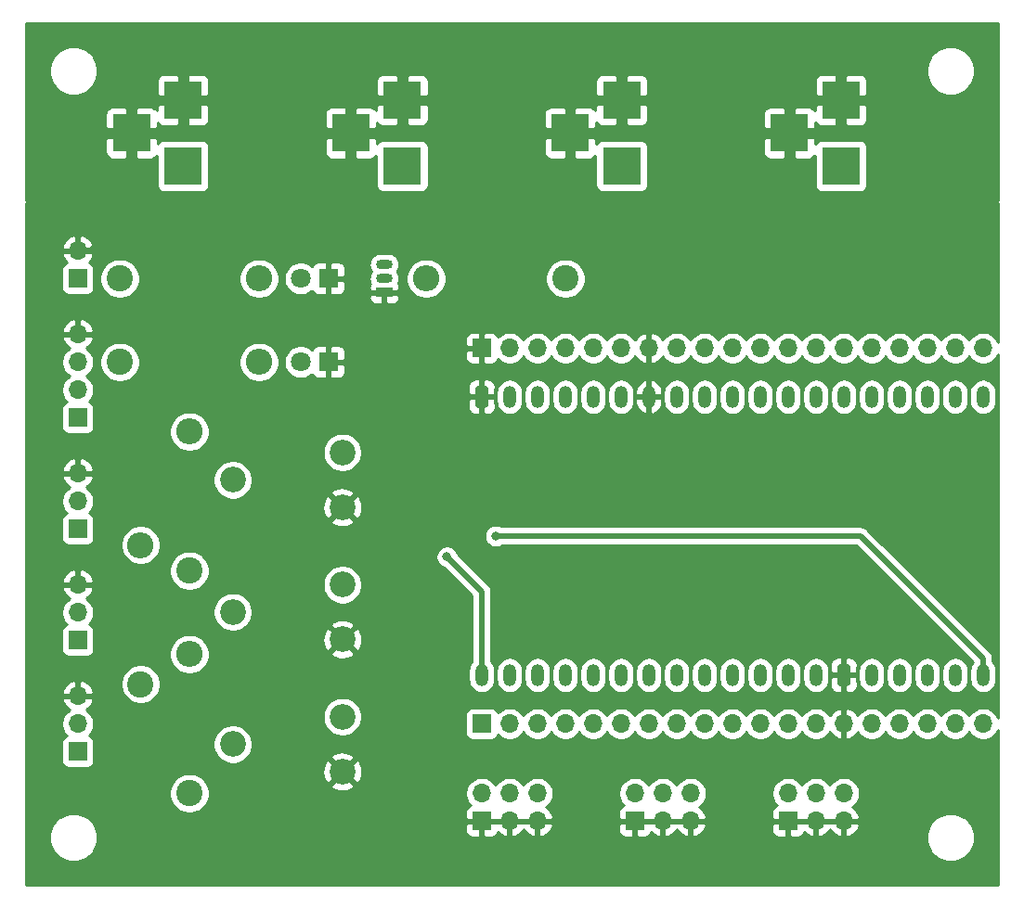
<source format=gbr>
G04 #@! TF.GenerationSoftware,KiCad,Pcbnew,5.1.5+dfsg1-2build2*
G04 #@! TF.CreationDate,2022-01-25T23:10:58-07:00*
G04 #@! TF.ProjectId,fcch-laser-controller,66636368-2d6c-4617-9365-722d636f6e74,rev?*
G04 #@! TF.SameCoordinates,Original*
G04 #@! TF.FileFunction,Copper,L2,Bot*
G04 #@! TF.FilePolarity,Positive*
%FSLAX46Y46*%
G04 Gerber Fmt 4.6, Leading zero omitted, Abs format (unit mm)*
G04 Created by KiCad (PCBNEW 5.1.5+dfsg1-2build2) date 2022-01-25 23:10:58*
%MOMM*%
%LPD*%
G04 APERTURE LIST*
%ADD10R,1.700000X1.700000*%
%ADD11O,1.700000X1.700000*%
%ADD12R,3.500000X3.500000*%
%ADD13C,0.100000*%
%ADD14O,1.200000X2.000000*%
%ADD15C,2.400000*%
%ADD16O,2.400000X2.400000*%
%ADD17C,2.340000*%
%ADD18O,1.500000X0.900000*%
%ADD19R,1.500000X0.900000*%
%ADD20R,1.800000X1.800000*%
%ADD21C,1.800000*%
%ADD22C,0.800000*%
%ADD23C,0.500000*%
%ADD24C,0.254000*%
G04 APERTURE END LIST*
D10*
X142240000Y-143510000D03*
D11*
X142240000Y-140970000D03*
X144780000Y-143510000D03*
X144780000Y-140970000D03*
X147320000Y-143510000D03*
X147320000Y-140970000D03*
D10*
X156210000Y-143510000D03*
D11*
X156210000Y-140970000D03*
X158750000Y-143510000D03*
X158750000Y-140970000D03*
X161290000Y-143510000D03*
X161290000Y-140970000D03*
D10*
X170180000Y-143510000D03*
D11*
X170180000Y-140970000D03*
X172720000Y-143510000D03*
X172720000Y-140970000D03*
X175260000Y-143510000D03*
X175260000Y-140970000D03*
D10*
X105410000Y-93980000D03*
D11*
X105410000Y-91440000D03*
D10*
X105410000Y-116840000D03*
D11*
X105410000Y-114300000D03*
X105410000Y-111760000D03*
D10*
X105410000Y-127000000D03*
D11*
X105410000Y-124460000D03*
X105410000Y-121920000D03*
D10*
X105410000Y-137160000D03*
D11*
X105410000Y-134620000D03*
X105410000Y-132080000D03*
D10*
X105410000Y-106680000D03*
D11*
X105410000Y-104140000D03*
X105410000Y-101600000D03*
X105410000Y-99060000D03*
D10*
X142240000Y-100330000D03*
D11*
X144780000Y-100330000D03*
X147320000Y-100330000D03*
X149860000Y-100330000D03*
X152400000Y-100330000D03*
X154940000Y-100330000D03*
X157480000Y-100330000D03*
X160020000Y-100330000D03*
X162560000Y-100330000D03*
X165100000Y-100330000D03*
X167640000Y-100330000D03*
X170180000Y-100330000D03*
X172720000Y-100330000D03*
X175260000Y-100330000D03*
X177800000Y-100330000D03*
X180340000Y-100330000D03*
X182880000Y-100330000D03*
X185420000Y-100330000D03*
X187960000Y-100330000D03*
D10*
X142240000Y-134620000D03*
D11*
X144780000Y-134620000D03*
X147320000Y-134620000D03*
X149860000Y-134620000D03*
X152400000Y-134620000D03*
X154940000Y-134620000D03*
X157480000Y-134620000D03*
X160020000Y-134620000D03*
X162560000Y-134620000D03*
X165100000Y-134620000D03*
X167640000Y-134620000D03*
X170180000Y-134620000D03*
X172720000Y-134620000D03*
X175260000Y-134620000D03*
X177800000Y-134620000D03*
X180340000Y-134620000D03*
X182880000Y-134620000D03*
X185420000Y-134620000D03*
X187960000Y-134620000D03*
D12*
X115000000Y-83700000D03*
X115000000Y-77700000D03*
X110300000Y-80700000D03*
X135000000Y-83700000D03*
X135000000Y-77700000D03*
X130300000Y-80700000D03*
X155000000Y-83700000D03*
X155000000Y-77700000D03*
X150300000Y-80700000D03*
X175000000Y-83700000D03*
X175000000Y-77700000D03*
X170300000Y-80700000D03*
G04 #@! TA.AperFunction,ComponentPad*
D13*
G36*
X142572125Y-103772765D02*
G01*
X142601247Y-103777084D01*
X142629805Y-103784238D01*
X142657525Y-103794156D01*
X142684139Y-103806744D01*
X142709391Y-103821879D01*
X142733038Y-103839417D01*
X142754852Y-103859188D01*
X142774623Y-103881002D01*
X142792161Y-103904649D01*
X142807296Y-103929901D01*
X142819884Y-103956515D01*
X142829802Y-103984235D01*
X142836956Y-104012793D01*
X142841275Y-104041915D01*
X142842720Y-104071320D01*
X142842720Y-105471320D01*
X142841275Y-105500725D01*
X142836956Y-105529847D01*
X142829802Y-105558405D01*
X142819884Y-105586125D01*
X142807296Y-105612739D01*
X142792161Y-105637991D01*
X142774623Y-105661638D01*
X142754852Y-105683452D01*
X142733038Y-105703223D01*
X142709391Y-105720761D01*
X142684139Y-105735896D01*
X142657525Y-105748484D01*
X142629805Y-105758402D01*
X142601247Y-105765556D01*
X142572125Y-105769875D01*
X142542720Y-105771320D01*
X141942720Y-105771320D01*
X141913315Y-105769875D01*
X141884193Y-105765556D01*
X141855635Y-105758402D01*
X141827915Y-105748484D01*
X141801301Y-105735896D01*
X141776049Y-105720761D01*
X141752402Y-105703223D01*
X141730588Y-105683452D01*
X141710817Y-105661638D01*
X141693279Y-105637991D01*
X141678144Y-105612739D01*
X141665556Y-105586125D01*
X141655638Y-105558405D01*
X141648484Y-105529847D01*
X141644165Y-105500725D01*
X141642720Y-105471320D01*
X141642720Y-104071320D01*
X141644165Y-104041915D01*
X141648484Y-104012793D01*
X141655638Y-103984235D01*
X141665556Y-103956515D01*
X141678144Y-103929901D01*
X141693279Y-103904649D01*
X141710817Y-103881002D01*
X141730588Y-103859188D01*
X141752402Y-103839417D01*
X141776049Y-103821879D01*
X141801301Y-103806744D01*
X141827915Y-103794156D01*
X141855635Y-103784238D01*
X141884193Y-103777084D01*
X141913315Y-103772765D01*
X141942720Y-103771320D01*
X142542720Y-103771320D01*
X142572125Y-103772765D01*
G37*
G04 #@! TD.AperFunction*
D14*
X144782720Y-104771320D03*
X147322720Y-104771320D03*
X149862720Y-104771320D03*
X152402720Y-104771320D03*
X154942720Y-104771320D03*
X157482720Y-104771320D03*
X160022720Y-104771320D03*
X162562720Y-104771320D03*
X165102720Y-104771320D03*
X167642720Y-104771320D03*
X170182720Y-104771320D03*
X172722720Y-104771320D03*
X175262720Y-104771320D03*
X177802720Y-104771320D03*
X180342720Y-104771320D03*
X182882720Y-104771320D03*
X185420000Y-104775000D03*
X187960000Y-104775000D03*
X187962720Y-130171320D03*
X185422720Y-130171320D03*
X182882720Y-130171320D03*
X180342720Y-130171320D03*
X177802720Y-130171320D03*
G04 #@! TA.AperFunction,ComponentPad*
D13*
G36*
X175592125Y-129172765D02*
G01*
X175621247Y-129177084D01*
X175649805Y-129184238D01*
X175677525Y-129194156D01*
X175704139Y-129206744D01*
X175729391Y-129221879D01*
X175753038Y-129239417D01*
X175774852Y-129259188D01*
X175794623Y-129281002D01*
X175812161Y-129304649D01*
X175827296Y-129329901D01*
X175839884Y-129356515D01*
X175849802Y-129384235D01*
X175856956Y-129412793D01*
X175861275Y-129441915D01*
X175862720Y-129471320D01*
X175862720Y-130871320D01*
X175861275Y-130900725D01*
X175856956Y-130929847D01*
X175849802Y-130958405D01*
X175839884Y-130986125D01*
X175827296Y-131012739D01*
X175812161Y-131037991D01*
X175794623Y-131061638D01*
X175774852Y-131083452D01*
X175753038Y-131103223D01*
X175729391Y-131120761D01*
X175704139Y-131135896D01*
X175677525Y-131148484D01*
X175649805Y-131158402D01*
X175621247Y-131165556D01*
X175592125Y-131169875D01*
X175562720Y-131171320D01*
X174962720Y-131171320D01*
X174933315Y-131169875D01*
X174904193Y-131165556D01*
X174875635Y-131158402D01*
X174847915Y-131148484D01*
X174821301Y-131135896D01*
X174796049Y-131120761D01*
X174772402Y-131103223D01*
X174750588Y-131083452D01*
X174730817Y-131061638D01*
X174713279Y-131037991D01*
X174698144Y-131012739D01*
X174685556Y-130986125D01*
X174675638Y-130958405D01*
X174668484Y-130929847D01*
X174664165Y-130900725D01*
X174662720Y-130871320D01*
X174662720Y-129471320D01*
X174664165Y-129441915D01*
X174668484Y-129412793D01*
X174675638Y-129384235D01*
X174685556Y-129356515D01*
X174698144Y-129329901D01*
X174713279Y-129304649D01*
X174730817Y-129281002D01*
X174750588Y-129259188D01*
X174772402Y-129239417D01*
X174796049Y-129221879D01*
X174821301Y-129206744D01*
X174847915Y-129194156D01*
X174875635Y-129184238D01*
X174904193Y-129177084D01*
X174933315Y-129172765D01*
X174962720Y-129171320D01*
X175562720Y-129171320D01*
X175592125Y-129172765D01*
G37*
G04 #@! TD.AperFunction*
D14*
X172722720Y-130171320D03*
X170182720Y-130171320D03*
X167642720Y-130171320D03*
X165102720Y-130171320D03*
X162562720Y-130171320D03*
X160022720Y-130171320D03*
X157482720Y-130171320D03*
X154942720Y-130171320D03*
X152402720Y-130171320D03*
X149862720Y-130171320D03*
X147322720Y-130171320D03*
X144782720Y-130171320D03*
X142242720Y-130171320D03*
D15*
X109220000Y-101600000D03*
D16*
X121920000Y-101600000D03*
D15*
X109220000Y-93980000D03*
D16*
X121920000Y-93980000D03*
D15*
X149860000Y-93980000D03*
D16*
X137160000Y-93980000D03*
D17*
X129540000Y-114855000D03*
X119540000Y-112355000D03*
X129540000Y-109855000D03*
D15*
X115570000Y-120650000D03*
D16*
X115570000Y-107950000D03*
D17*
X129540000Y-126920000D03*
X119540000Y-124420000D03*
X129540000Y-121920000D03*
D15*
X111125000Y-131000000D03*
D16*
X111125000Y-118300000D03*
D17*
X129540000Y-138985000D03*
X119540000Y-136485000D03*
X129540000Y-133985000D03*
D15*
X115570000Y-140970000D03*
D16*
X115570000Y-128270000D03*
D18*
X133350000Y-93980000D03*
X133350000Y-92710000D03*
D19*
X133350000Y-95250000D03*
D20*
X128270000Y-101600000D03*
D21*
X125730000Y-101600000D03*
D20*
X128270000Y-93980000D03*
D21*
X125730000Y-93980000D03*
D22*
X143510000Y-117475000D03*
X139065000Y-119380000D03*
D23*
X110300000Y-82950000D02*
X110300000Y-80700000D01*
X110300000Y-87752081D02*
X110300000Y-82950000D01*
X106612081Y-91440000D02*
X110300000Y-87752081D01*
X105410000Y-91440000D02*
X106612081Y-91440000D01*
X187962720Y-128671320D02*
X187962720Y-130171320D01*
X143510000Y-117475000D02*
X175260000Y-117475000D01*
X176766400Y-117475000D02*
X175260000Y-117475000D01*
X187962720Y-128671320D02*
X176766400Y-117475000D01*
X142240000Y-122555000D02*
X139065000Y-119380000D01*
X142242720Y-130171320D02*
X142242720Y-122557720D01*
D24*
G36*
X189340000Y-86873000D02*
G01*
X100660000Y-86873000D01*
X100660000Y-82450000D01*
X107911928Y-82450000D01*
X107924188Y-82574482D01*
X107960498Y-82694180D01*
X108019463Y-82804494D01*
X108098815Y-82901185D01*
X108195506Y-82980537D01*
X108305820Y-83039502D01*
X108425518Y-83075812D01*
X108550000Y-83088072D01*
X109768250Y-83085000D01*
X109927000Y-82926250D01*
X109927000Y-81073000D01*
X110673000Y-81073000D01*
X110673000Y-82926250D01*
X110831750Y-83085000D01*
X112050000Y-83088072D01*
X112174482Y-83075812D01*
X112294180Y-83039502D01*
X112404494Y-82980537D01*
X112501185Y-82901185D01*
X112580537Y-82804494D01*
X112611928Y-82745767D01*
X112611928Y-85450000D01*
X112624188Y-85574482D01*
X112660498Y-85694180D01*
X112719463Y-85804494D01*
X112798815Y-85901185D01*
X112895506Y-85980537D01*
X113005820Y-86039502D01*
X113125518Y-86075812D01*
X113250000Y-86088072D01*
X116750000Y-86088072D01*
X116874482Y-86075812D01*
X116994180Y-86039502D01*
X117104494Y-85980537D01*
X117201185Y-85901185D01*
X117280537Y-85804494D01*
X117339502Y-85694180D01*
X117375812Y-85574482D01*
X117388072Y-85450000D01*
X117388072Y-82450000D01*
X127911928Y-82450000D01*
X127924188Y-82574482D01*
X127960498Y-82694180D01*
X128019463Y-82804494D01*
X128098815Y-82901185D01*
X128195506Y-82980537D01*
X128305820Y-83039502D01*
X128425518Y-83075812D01*
X128550000Y-83088072D01*
X129768250Y-83085000D01*
X129927000Y-82926250D01*
X129927000Y-81073000D01*
X130673000Y-81073000D01*
X130673000Y-82926250D01*
X130831750Y-83085000D01*
X132050000Y-83088072D01*
X132174482Y-83075812D01*
X132294180Y-83039502D01*
X132404494Y-82980537D01*
X132501185Y-82901185D01*
X132580537Y-82804494D01*
X132611928Y-82745767D01*
X132611928Y-85450000D01*
X132624188Y-85574482D01*
X132660498Y-85694180D01*
X132719463Y-85804494D01*
X132798815Y-85901185D01*
X132895506Y-85980537D01*
X133005820Y-86039502D01*
X133125518Y-86075812D01*
X133250000Y-86088072D01*
X136750000Y-86088072D01*
X136874482Y-86075812D01*
X136994180Y-86039502D01*
X137104494Y-85980537D01*
X137201185Y-85901185D01*
X137280537Y-85804494D01*
X137339502Y-85694180D01*
X137375812Y-85574482D01*
X137388072Y-85450000D01*
X137388072Y-82450000D01*
X147911928Y-82450000D01*
X147924188Y-82574482D01*
X147960498Y-82694180D01*
X148019463Y-82804494D01*
X148098815Y-82901185D01*
X148195506Y-82980537D01*
X148305820Y-83039502D01*
X148425518Y-83075812D01*
X148550000Y-83088072D01*
X149768250Y-83085000D01*
X149927000Y-82926250D01*
X149927000Y-81073000D01*
X150673000Y-81073000D01*
X150673000Y-82926250D01*
X150831750Y-83085000D01*
X152050000Y-83088072D01*
X152174482Y-83075812D01*
X152294180Y-83039502D01*
X152404494Y-82980537D01*
X152501185Y-82901185D01*
X152580537Y-82804494D01*
X152611928Y-82745767D01*
X152611928Y-85450000D01*
X152624188Y-85574482D01*
X152660498Y-85694180D01*
X152719463Y-85804494D01*
X152798815Y-85901185D01*
X152895506Y-85980537D01*
X153005820Y-86039502D01*
X153125518Y-86075812D01*
X153250000Y-86088072D01*
X156750000Y-86088072D01*
X156874482Y-86075812D01*
X156994180Y-86039502D01*
X157104494Y-85980537D01*
X157201185Y-85901185D01*
X157280537Y-85804494D01*
X157339502Y-85694180D01*
X157375812Y-85574482D01*
X157388072Y-85450000D01*
X157388072Y-82450000D01*
X167911928Y-82450000D01*
X167924188Y-82574482D01*
X167960498Y-82694180D01*
X168019463Y-82804494D01*
X168098815Y-82901185D01*
X168195506Y-82980537D01*
X168305820Y-83039502D01*
X168425518Y-83075812D01*
X168550000Y-83088072D01*
X169768250Y-83085000D01*
X169927000Y-82926250D01*
X169927000Y-81073000D01*
X170673000Y-81073000D01*
X170673000Y-82926250D01*
X170831750Y-83085000D01*
X172050000Y-83088072D01*
X172174482Y-83075812D01*
X172294180Y-83039502D01*
X172404494Y-82980537D01*
X172501185Y-82901185D01*
X172580537Y-82804494D01*
X172611928Y-82745767D01*
X172611928Y-85450000D01*
X172624188Y-85574482D01*
X172660498Y-85694180D01*
X172719463Y-85804494D01*
X172798815Y-85901185D01*
X172895506Y-85980537D01*
X173005820Y-86039502D01*
X173125518Y-86075812D01*
X173250000Y-86088072D01*
X176750000Y-86088072D01*
X176874482Y-86075812D01*
X176994180Y-86039502D01*
X177104494Y-85980537D01*
X177201185Y-85901185D01*
X177280537Y-85804494D01*
X177339502Y-85694180D01*
X177375812Y-85574482D01*
X177388072Y-85450000D01*
X177388072Y-81950000D01*
X177375812Y-81825518D01*
X177339502Y-81705820D01*
X177280537Y-81595506D01*
X177201185Y-81498815D01*
X177104494Y-81419463D01*
X176994180Y-81360498D01*
X176874482Y-81324188D01*
X176750000Y-81311928D01*
X173250000Y-81311928D01*
X173125518Y-81324188D01*
X173005820Y-81360498D01*
X172895506Y-81419463D01*
X172798815Y-81498815D01*
X172719463Y-81595506D01*
X172686075Y-81657970D01*
X172685000Y-81231750D01*
X172526250Y-81073000D01*
X170673000Y-81073000D01*
X169927000Y-81073000D01*
X168073750Y-81073000D01*
X167915000Y-81231750D01*
X167911928Y-82450000D01*
X157388072Y-82450000D01*
X157388072Y-81950000D01*
X157375812Y-81825518D01*
X157339502Y-81705820D01*
X157280537Y-81595506D01*
X157201185Y-81498815D01*
X157104494Y-81419463D01*
X156994180Y-81360498D01*
X156874482Y-81324188D01*
X156750000Y-81311928D01*
X153250000Y-81311928D01*
X153125518Y-81324188D01*
X153005820Y-81360498D01*
X152895506Y-81419463D01*
X152798815Y-81498815D01*
X152719463Y-81595506D01*
X152686075Y-81657970D01*
X152685000Y-81231750D01*
X152526250Y-81073000D01*
X150673000Y-81073000D01*
X149927000Y-81073000D01*
X148073750Y-81073000D01*
X147915000Y-81231750D01*
X147911928Y-82450000D01*
X137388072Y-82450000D01*
X137388072Y-81950000D01*
X137375812Y-81825518D01*
X137339502Y-81705820D01*
X137280537Y-81595506D01*
X137201185Y-81498815D01*
X137104494Y-81419463D01*
X136994180Y-81360498D01*
X136874482Y-81324188D01*
X136750000Y-81311928D01*
X133250000Y-81311928D01*
X133125518Y-81324188D01*
X133005820Y-81360498D01*
X132895506Y-81419463D01*
X132798815Y-81498815D01*
X132719463Y-81595506D01*
X132686075Y-81657970D01*
X132685000Y-81231750D01*
X132526250Y-81073000D01*
X130673000Y-81073000D01*
X129927000Y-81073000D01*
X128073750Y-81073000D01*
X127915000Y-81231750D01*
X127911928Y-82450000D01*
X117388072Y-82450000D01*
X117388072Y-81950000D01*
X117375812Y-81825518D01*
X117339502Y-81705820D01*
X117280537Y-81595506D01*
X117201185Y-81498815D01*
X117104494Y-81419463D01*
X116994180Y-81360498D01*
X116874482Y-81324188D01*
X116750000Y-81311928D01*
X113250000Y-81311928D01*
X113125518Y-81324188D01*
X113005820Y-81360498D01*
X112895506Y-81419463D01*
X112798815Y-81498815D01*
X112719463Y-81595506D01*
X112686075Y-81657970D01*
X112685000Y-81231750D01*
X112526250Y-81073000D01*
X110673000Y-81073000D01*
X109927000Y-81073000D01*
X108073750Y-81073000D01*
X107915000Y-81231750D01*
X107911928Y-82450000D01*
X100660000Y-82450000D01*
X100660000Y-78950000D01*
X107911928Y-78950000D01*
X107915000Y-80168250D01*
X108073750Y-80327000D01*
X109927000Y-80327000D01*
X109927000Y-78473750D01*
X110673000Y-78473750D01*
X110673000Y-80327000D01*
X112526250Y-80327000D01*
X112685000Y-80168250D01*
X112686075Y-79742030D01*
X112719463Y-79804494D01*
X112798815Y-79901185D01*
X112895506Y-79980537D01*
X113005820Y-80039502D01*
X113125518Y-80075812D01*
X113250000Y-80088072D01*
X114468250Y-80085000D01*
X114627000Y-79926250D01*
X114627000Y-78073000D01*
X115373000Y-78073000D01*
X115373000Y-79926250D01*
X115531750Y-80085000D01*
X116750000Y-80088072D01*
X116874482Y-80075812D01*
X116994180Y-80039502D01*
X117104494Y-79980537D01*
X117201185Y-79901185D01*
X117280537Y-79804494D01*
X117339502Y-79694180D01*
X117375812Y-79574482D01*
X117388072Y-79450000D01*
X117386812Y-78950000D01*
X127911928Y-78950000D01*
X127915000Y-80168250D01*
X128073750Y-80327000D01*
X129927000Y-80327000D01*
X129927000Y-78473750D01*
X130673000Y-78473750D01*
X130673000Y-80327000D01*
X132526250Y-80327000D01*
X132685000Y-80168250D01*
X132686075Y-79742030D01*
X132719463Y-79804494D01*
X132798815Y-79901185D01*
X132895506Y-79980537D01*
X133005820Y-80039502D01*
X133125518Y-80075812D01*
X133250000Y-80088072D01*
X134468250Y-80085000D01*
X134627000Y-79926250D01*
X134627000Y-78073000D01*
X135373000Y-78073000D01*
X135373000Y-79926250D01*
X135531750Y-80085000D01*
X136750000Y-80088072D01*
X136874482Y-80075812D01*
X136994180Y-80039502D01*
X137104494Y-79980537D01*
X137201185Y-79901185D01*
X137280537Y-79804494D01*
X137339502Y-79694180D01*
X137375812Y-79574482D01*
X137388072Y-79450000D01*
X137386812Y-78950000D01*
X147911928Y-78950000D01*
X147915000Y-80168250D01*
X148073750Y-80327000D01*
X149927000Y-80327000D01*
X149927000Y-78473750D01*
X150673000Y-78473750D01*
X150673000Y-80327000D01*
X152526250Y-80327000D01*
X152685000Y-80168250D01*
X152686075Y-79742030D01*
X152719463Y-79804494D01*
X152798815Y-79901185D01*
X152895506Y-79980537D01*
X153005820Y-80039502D01*
X153125518Y-80075812D01*
X153250000Y-80088072D01*
X154468250Y-80085000D01*
X154627000Y-79926250D01*
X154627000Y-78073000D01*
X155373000Y-78073000D01*
X155373000Y-79926250D01*
X155531750Y-80085000D01*
X156750000Y-80088072D01*
X156874482Y-80075812D01*
X156994180Y-80039502D01*
X157104494Y-79980537D01*
X157201185Y-79901185D01*
X157280537Y-79804494D01*
X157339502Y-79694180D01*
X157375812Y-79574482D01*
X157388072Y-79450000D01*
X157386812Y-78950000D01*
X167911928Y-78950000D01*
X167915000Y-80168250D01*
X168073750Y-80327000D01*
X169927000Y-80327000D01*
X169927000Y-78473750D01*
X170673000Y-78473750D01*
X170673000Y-80327000D01*
X172526250Y-80327000D01*
X172685000Y-80168250D01*
X172686075Y-79742030D01*
X172719463Y-79804494D01*
X172798815Y-79901185D01*
X172895506Y-79980537D01*
X173005820Y-80039502D01*
X173125518Y-80075812D01*
X173250000Y-80088072D01*
X174468250Y-80085000D01*
X174627000Y-79926250D01*
X174627000Y-78073000D01*
X175373000Y-78073000D01*
X175373000Y-79926250D01*
X175531750Y-80085000D01*
X176750000Y-80088072D01*
X176874482Y-80075812D01*
X176994180Y-80039502D01*
X177104494Y-79980537D01*
X177201185Y-79901185D01*
X177280537Y-79804494D01*
X177339502Y-79694180D01*
X177375812Y-79574482D01*
X177388072Y-79450000D01*
X177385000Y-78231750D01*
X177226250Y-78073000D01*
X175373000Y-78073000D01*
X174627000Y-78073000D01*
X172773750Y-78073000D01*
X172615000Y-78231750D01*
X172613925Y-78657970D01*
X172580537Y-78595506D01*
X172501185Y-78498815D01*
X172404494Y-78419463D01*
X172294180Y-78360498D01*
X172174482Y-78324188D01*
X172050000Y-78311928D01*
X170831750Y-78315000D01*
X170673000Y-78473750D01*
X169927000Y-78473750D01*
X169768250Y-78315000D01*
X168550000Y-78311928D01*
X168425518Y-78324188D01*
X168305820Y-78360498D01*
X168195506Y-78419463D01*
X168098815Y-78498815D01*
X168019463Y-78595506D01*
X167960498Y-78705820D01*
X167924188Y-78825518D01*
X167911928Y-78950000D01*
X157386812Y-78950000D01*
X157385000Y-78231750D01*
X157226250Y-78073000D01*
X155373000Y-78073000D01*
X154627000Y-78073000D01*
X152773750Y-78073000D01*
X152615000Y-78231750D01*
X152613925Y-78657970D01*
X152580537Y-78595506D01*
X152501185Y-78498815D01*
X152404494Y-78419463D01*
X152294180Y-78360498D01*
X152174482Y-78324188D01*
X152050000Y-78311928D01*
X150831750Y-78315000D01*
X150673000Y-78473750D01*
X149927000Y-78473750D01*
X149768250Y-78315000D01*
X148550000Y-78311928D01*
X148425518Y-78324188D01*
X148305820Y-78360498D01*
X148195506Y-78419463D01*
X148098815Y-78498815D01*
X148019463Y-78595506D01*
X147960498Y-78705820D01*
X147924188Y-78825518D01*
X147911928Y-78950000D01*
X137386812Y-78950000D01*
X137385000Y-78231750D01*
X137226250Y-78073000D01*
X135373000Y-78073000D01*
X134627000Y-78073000D01*
X132773750Y-78073000D01*
X132615000Y-78231750D01*
X132613925Y-78657970D01*
X132580537Y-78595506D01*
X132501185Y-78498815D01*
X132404494Y-78419463D01*
X132294180Y-78360498D01*
X132174482Y-78324188D01*
X132050000Y-78311928D01*
X130831750Y-78315000D01*
X130673000Y-78473750D01*
X129927000Y-78473750D01*
X129768250Y-78315000D01*
X128550000Y-78311928D01*
X128425518Y-78324188D01*
X128305820Y-78360498D01*
X128195506Y-78419463D01*
X128098815Y-78498815D01*
X128019463Y-78595506D01*
X127960498Y-78705820D01*
X127924188Y-78825518D01*
X127911928Y-78950000D01*
X117386812Y-78950000D01*
X117385000Y-78231750D01*
X117226250Y-78073000D01*
X115373000Y-78073000D01*
X114627000Y-78073000D01*
X112773750Y-78073000D01*
X112615000Y-78231750D01*
X112613925Y-78657970D01*
X112580537Y-78595506D01*
X112501185Y-78498815D01*
X112404494Y-78419463D01*
X112294180Y-78360498D01*
X112174482Y-78324188D01*
X112050000Y-78311928D01*
X110831750Y-78315000D01*
X110673000Y-78473750D01*
X109927000Y-78473750D01*
X109768250Y-78315000D01*
X108550000Y-78311928D01*
X108425518Y-78324188D01*
X108305820Y-78360498D01*
X108195506Y-78419463D01*
X108098815Y-78498815D01*
X108019463Y-78595506D01*
X107960498Y-78705820D01*
X107924188Y-78825518D01*
X107911928Y-78950000D01*
X100660000Y-78950000D01*
X100660000Y-74779872D01*
X102765000Y-74779872D01*
X102765000Y-75220128D01*
X102850890Y-75651925D01*
X103019369Y-76058669D01*
X103263962Y-76424729D01*
X103575271Y-76736038D01*
X103941331Y-76980631D01*
X104348075Y-77149110D01*
X104779872Y-77235000D01*
X105220128Y-77235000D01*
X105651925Y-77149110D01*
X106058669Y-76980631D01*
X106424729Y-76736038D01*
X106736038Y-76424729D01*
X106980631Y-76058669D01*
X107025643Y-75950000D01*
X112611928Y-75950000D01*
X112615000Y-77168250D01*
X112773750Y-77327000D01*
X114627000Y-77327000D01*
X114627000Y-75473750D01*
X115373000Y-75473750D01*
X115373000Y-77327000D01*
X117226250Y-77327000D01*
X117385000Y-77168250D01*
X117388072Y-75950000D01*
X132611928Y-75950000D01*
X132615000Y-77168250D01*
X132773750Y-77327000D01*
X134627000Y-77327000D01*
X134627000Y-75473750D01*
X135373000Y-75473750D01*
X135373000Y-77327000D01*
X137226250Y-77327000D01*
X137385000Y-77168250D01*
X137388072Y-75950000D01*
X152611928Y-75950000D01*
X152615000Y-77168250D01*
X152773750Y-77327000D01*
X154627000Y-77327000D01*
X154627000Y-75473750D01*
X155373000Y-75473750D01*
X155373000Y-77327000D01*
X157226250Y-77327000D01*
X157385000Y-77168250D01*
X157388072Y-75950000D01*
X172611928Y-75950000D01*
X172615000Y-77168250D01*
X172773750Y-77327000D01*
X174627000Y-77327000D01*
X174627000Y-75473750D01*
X175373000Y-75473750D01*
X175373000Y-77327000D01*
X177226250Y-77327000D01*
X177385000Y-77168250D01*
X177388072Y-75950000D01*
X177375812Y-75825518D01*
X177339502Y-75705820D01*
X177280537Y-75595506D01*
X177201185Y-75498815D01*
X177104494Y-75419463D01*
X176994180Y-75360498D01*
X176874482Y-75324188D01*
X176750000Y-75311928D01*
X175531750Y-75315000D01*
X175373000Y-75473750D01*
X174627000Y-75473750D01*
X174468250Y-75315000D01*
X173250000Y-75311928D01*
X173125518Y-75324188D01*
X173005820Y-75360498D01*
X172895506Y-75419463D01*
X172798815Y-75498815D01*
X172719463Y-75595506D01*
X172660498Y-75705820D01*
X172624188Y-75825518D01*
X172611928Y-75950000D01*
X157388072Y-75950000D01*
X157375812Y-75825518D01*
X157339502Y-75705820D01*
X157280537Y-75595506D01*
X157201185Y-75498815D01*
X157104494Y-75419463D01*
X156994180Y-75360498D01*
X156874482Y-75324188D01*
X156750000Y-75311928D01*
X155531750Y-75315000D01*
X155373000Y-75473750D01*
X154627000Y-75473750D01*
X154468250Y-75315000D01*
X153250000Y-75311928D01*
X153125518Y-75324188D01*
X153005820Y-75360498D01*
X152895506Y-75419463D01*
X152798815Y-75498815D01*
X152719463Y-75595506D01*
X152660498Y-75705820D01*
X152624188Y-75825518D01*
X152611928Y-75950000D01*
X137388072Y-75950000D01*
X137375812Y-75825518D01*
X137339502Y-75705820D01*
X137280537Y-75595506D01*
X137201185Y-75498815D01*
X137104494Y-75419463D01*
X136994180Y-75360498D01*
X136874482Y-75324188D01*
X136750000Y-75311928D01*
X135531750Y-75315000D01*
X135373000Y-75473750D01*
X134627000Y-75473750D01*
X134468250Y-75315000D01*
X133250000Y-75311928D01*
X133125518Y-75324188D01*
X133005820Y-75360498D01*
X132895506Y-75419463D01*
X132798815Y-75498815D01*
X132719463Y-75595506D01*
X132660498Y-75705820D01*
X132624188Y-75825518D01*
X132611928Y-75950000D01*
X117388072Y-75950000D01*
X117375812Y-75825518D01*
X117339502Y-75705820D01*
X117280537Y-75595506D01*
X117201185Y-75498815D01*
X117104494Y-75419463D01*
X116994180Y-75360498D01*
X116874482Y-75324188D01*
X116750000Y-75311928D01*
X115531750Y-75315000D01*
X115373000Y-75473750D01*
X114627000Y-75473750D01*
X114468250Y-75315000D01*
X113250000Y-75311928D01*
X113125518Y-75324188D01*
X113005820Y-75360498D01*
X112895506Y-75419463D01*
X112798815Y-75498815D01*
X112719463Y-75595506D01*
X112660498Y-75705820D01*
X112624188Y-75825518D01*
X112611928Y-75950000D01*
X107025643Y-75950000D01*
X107149110Y-75651925D01*
X107235000Y-75220128D01*
X107235000Y-74779872D01*
X182765000Y-74779872D01*
X182765000Y-75220128D01*
X182850890Y-75651925D01*
X183019369Y-76058669D01*
X183263962Y-76424729D01*
X183575271Y-76736038D01*
X183941331Y-76980631D01*
X184348075Y-77149110D01*
X184779872Y-77235000D01*
X185220128Y-77235000D01*
X185651925Y-77149110D01*
X186058669Y-76980631D01*
X186424729Y-76736038D01*
X186736038Y-76424729D01*
X186980631Y-76058669D01*
X187149110Y-75651925D01*
X187235000Y-75220128D01*
X187235000Y-74779872D01*
X187149110Y-74348075D01*
X186980631Y-73941331D01*
X186736038Y-73575271D01*
X186424729Y-73263962D01*
X186058669Y-73019369D01*
X185651925Y-72850890D01*
X185220128Y-72765000D01*
X184779872Y-72765000D01*
X184348075Y-72850890D01*
X183941331Y-73019369D01*
X183575271Y-73263962D01*
X183263962Y-73575271D01*
X183019369Y-73941331D01*
X182850890Y-74348075D01*
X182765000Y-74779872D01*
X107235000Y-74779872D01*
X107149110Y-74348075D01*
X106980631Y-73941331D01*
X106736038Y-73575271D01*
X106424729Y-73263962D01*
X106058669Y-73019369D01*
X105651925Y-72850890D01*
X105220128Y-72765000D01*
X104779872Y-72765000D01*
X104348075Y-72850890D01*
X103941331Y-73019369D01*
X103575271Y-73263962D01*
X103263962Y-73575271D01*
X103019369Y-73941331D01*
X102850890Y-74348075D01*
X102765000Y-74779872D01*
X100660000Y-74779872D01*
X100660000Y-70660000D01*
X189340000Y-70660000D01*
X189340000Y-86873000D01*
G37*
X189340000Y-86873000D02*
X100660000Y-86873000D01*
X100660000Y-82450000D01*
X107911928Y-82450000D01*
X107924188Y-82574482D01*
X107960498Y-82694180D01*
X108019463Y-82804494D01*
X108098815Y-82901185D01*
X108195506Y-82980537D01*
X108305820Y-83039502D01*
X108425518Y-83075812D01*
X108550000Y-83088072D01*
X109768250Y-83085000D01*
X109927000Y-82926250D01*
X109927000Y-81073000D01*
X110673000Y-81073000D01*
X110673000Y-82926250D01*
X110831750Y-83085000D01*
X112050000Y-83088072D01*
X112174482Y-83075812D01*
X112294180Y-83039502D01*
X112404494Y-82980537D01*
X112501185Y-82901185D01*
X112580537Y-82804494D01*
X112611928Y-82745767D01*
X112611928Y-85450000D01*
X112624188Y-85574482D01*
X112660498Y-85694180D01*
X112719463Y-85804494D01*
X112798815Y-85901185D01*
X112895506Y-85980537D01*
X113005820Y-86039502D01*
X113125518Y-86075812D01*
X113250000Y-86088072D01*
X116750000Y-86088072D01*
X116874482Y-86075812D01*
X116994180Y-86039502D01*
X117104494Y-85980537D01*
X117201185Y-85901185D01*
X117280537Y-85804494D01*
X117339502Y-85694180D01*
X117375812Y-85574482D01*
X117388072Y-85450000D01*
X117388072Y-82450000D01*
X127911928Y-82450000D01*
X127924188Y-82574482D01*
X127960498Y-82694180D01*
X128019463Y-82804494D01*
X128098815Y-82901185D01*
X128195506Y-82980537D01*
X128305820Y-83039502D01*
X128425518Y-83075812D01*
X128550000Y-83088072D01*
X129768250Y-83085000D01*
X129927000Y-82926250D01*
X129927000Y-81073000D01*
X130673000Y-81073000D01*
X130673000Y-82926250D01*
X130831750Y-83085000D01*
X132050000Y-83088072D01*
X132174482Y-83075812D01*
X132294180Y-83039502D01*
X132404494Y-82980537D01*
X132501185Y-82901185D01*
X132580537Y-82804494D01*
X132611928Y-82745767D01*
X132611928Y-85450000D01*
X132624188Y-85574482D01*
X132660498Y-85694180D01*
X132719463Y-85804494D01*
X132798815Y-85901185D01*
X132895506Y-85980537D01*
X133005820Y-86039502D01*
X133125518Y-86075812D01*
X133250000Y-86088072D01*
X136750000Y-86088072D01*
X136874482Y-86075812D01*
X136994180Y-86039502D01*
X137104494Y-85980537D01*
X137201185Y-85901185D01*
X137280537Y-85804494D01*
X137339502Y-85694180D01*
X137375812Y-85574482D01*
X137388072Y-85450000D01*
X137388072Y-82450000D01*
X147911928Y-82450000D01*
X147924188Y-82574482D01*
X147960498Y-82694180D01*
X148019463Y-82804494D01*
X148098815Y-82901185D01*
X148195506Y-82980537D01*
X148305820Y-83039502D01*
X148425518Y-83075812D01*
X148550000Y-83088072D01*
X149768250Y-83085000D01*
X149927000Y-82926250D01*
X149927000Y-81073000D01*
X150673000Y-81073000D01*
X150673000Y-82926250D01*
X150831750Y-83085000D01*
X152050000Y-83088072D01*
X152174482Y-83075812D01*
X152294180Y-83039502D01*
X152404494Y-82980537D01*
X152501185Y-82901185D01*
X152580537Y-82804494D01*
X152611928Y-82745767D01*
X152611928Y-85450000D01*
X152624188Y-85574482D01*
X152660498Y-85694180D01*
X152719463Y-85804494D01*
X152798815Y-85901185D01*
X152895506Y-85980537D01*
X153005820Y-86039502D01*
X153125518Y-86075812D01*
X153250000Y-86088072D01*
X156750000Y-86088072D01*
X156874482Y-86075812D01*
X156994180Y-86039502D01*
X157104494Y-85980537D01*
X157201185Y-85901185D01*
X157280537Y-85804494D01*
X157339502Y-85694180D01*
X157375812Y-85574482D01*
X157388072Y-85450000D01*
X157388072Y-82450000D01*
X167911928Y-82450000D01*
X167924188Y-82574482D01*
X167960498Y-82694180D01*
X168019463Y-82804494D01*
X168098815Y-82901185D01*
X168195506Y-82980537D01*
X168305820Y-83039502D01*
X168425518Y-83075812D01*
X168550000Y-83088072D01*
X169768250Y-83085000D01*
X169927000Y-82926250D01*
X169927000Y-81073000D01*
X170673000Y-81073000D01*
X170673000Y-82926250D01*
X170831750Y-83085000D01*
X172050000Y-83088072D01*
X172174482Y-83075812D01*
X172294180Y-83039502D01*
X172404494Y-82980537D01*
X172501185Y-82901185D01*
X172580537Y-82804494D01*
X172611928Y-82745767D01*
X172611928Y-85450000D01*
X172624188Y-85574482D01*
X172660498Y-85694180D01*
X172719463Y-85804494D01*
X172798815Y-85901185D01*
X172895506Y-85980537D01*
X173005820Y-86039502D01*
X173125518Y-86075812D01*
X173250000Y-86088072D01*
X176750000Y-86088072D01*
X176874482Y-86075812D01*
X176994180Y-86039502D01*
X177104494Y-85980537D01*
X177201185Y-85901185D01*
X177280537Y-85804494D01*
X177339502Y-85694180D01*
X177375812Y-85574482D01*
X177388072Y-85450000D01*
X177388072Y-81950000D01*
X177375812Y-81825518D01*
X177339502Y-81705820D01*
X177280537Y-81595506D01*
X177201185Y-81498815D01*
X177104494Y-81419463D01*
X176994180Y-81360498D01*
X176874482Y-81324188D01*
X176750000Y-81311928D01*
X173250000Y-81311928D01*
X173125518Y-81324188D01*
X173005820Y-81360498D01*
X172895506Y-81419463D01*
X172798815Y-81498815D01*
X172719463Y-81595506D01*
X172686075Y-81657970D01*
X172685000Y-81231750D01*
X172526250Y-81073000D01*
X170673000Y-81073000D01*
X169927000Y-81073000D01*
X168073750Y-81073000D01*
X167915000Y-81231750D01*
X167911928Y-82450000D01*
X157388072Y-82450000D01*
X157388072Y-81950000D01*
X157375812Y-81825518D01*
X157339502Y-81705820D01*
X157280537Y-81595506D01*
X157201185Y-81498815D01*
X157104494Y-81419463D01*
X156994180Y-81360498D01*
X156874482Y-81324188D01*
X156750000Y-81311928D01*
X153250000Y-81311928D01*
X153125518Y-81324188D01*
X153005820Y-81360498D01*
X152895506Y-81419463D01*
X152798815Y-81498815D01*
X152719463Y-81595506D01*
X152686075Y-81657970D01*
X152685000Y-81231750D01*
X152526250Y-81073000D01*
X150673000Y-81073000D01*
X149927000Y-81073000D01*
X148073750Y-81073000D01*
X147915000Y-81231750D01*
X147911928Y-82450000D01*
X137388072Y-82450000D01*
X137388072Y-81950000D01*
X137375812Y-81825518D01*
X137339502Y-81705820D01*
X137280537Y-81595506D01*
X137201185Y-81498815D01*
X137104494Y-81419463D01*
X136994180Y-81360498D01*
X136874482Y-81324188D01*
X136750000Y-81311928D01*
X133250000Y-81311928D01*
X133125518Y-81324188D01*
X133005820Y-81360498D01*
X132895506Y-81419463D01*
X132798815Y-81498815D01*
X132719463Y-81595506D01*
X132686075Y-81657970D01*
X132685000Y-81231750D01*
X132526250Y-81073000D01*
X130673000Y-81073000D01*
X129927000Y-81073000D01*
X128073750Y-81073000D01*
X127915000Y-81231750D01*
X127911928Y-82450000D01*
X117388072Y-82450000D01*
X117388072Y-81950000D01*
X117375812Y-81825518D01*
X117339502Y-81705820D01*
X117280537Y-81595506D01*
X117201185Y-81498815D01*
X117104494Y-81419463D01*
X116994180Y-81360498D01*
X116874482Y-81324188D01*
X116750000Y-81311928D01*
X113250000Y-81311928D01*
X113125518Y-81324188D01*
X113005820Y-81360498D01*
X112895506Y-81419463D01*
X112798815Y-81498815D01*
X112719463Y-81595506D01*
X112686075Y-81657970D01*
X112685000Y-81231750D01*
X112526250Y-81073000D01*
X110673000Y-81073000D01*
X109927000Y-81073000D01*
X108073750Y-81073000D01*
X107915000Y-81231750D01*
X107911928Y-82450000D01*
X100660000Y-82450000D01*
X100660000Y-78950000D01*
X107911928Y-78950000D01*
X107915000Y-80168250D01*
X108073750Y-80327000D01*
X109927000Y-80327000D01*
X109927000Y-78473750D01*
X110673000Y-78473750D01*
X110673000Y-80327000D01*
X112526250Y-80327000D01*
X112685000Y-80168250D01*
X112686075Y-79742030D01*
X112719463Y-79804494D01*
X112798815Y-79901185D01*
X112895506Y-79980537D01*
X113005820Y-80039502D01*
X113125518Y-80075812D01*
X113250000Y-80088072D01*
X114468250Y-80085000D01*
X114627000Y-79926250D01*
X114627000Y-78073000D01*
X115373000Y-78073000D01*
X115373000Y-79926250D01*
X115531750Y-80085000D01*
X116750000Y-80088072D01*
X116874482Y-80075812D01*
X116994180Y-80039502D01*
X117104494Y-79980537D01*
X117201185Y-79901185D01*
X117280537Y-79804494D01*
X117339502Y-79694180D01*
X117375812Y-79574482D01*
X117388072Y-79450000D01*
X117386812Y-78950000D01*
X127911928Y-78950000D01*
X127915000Y-80168250D01*
X128073750Y-80327000D01*
X129927000Y-80327000D01*
X129927000Y-78473750D01*
X130673000Y-78473750D01*
X130673000Y-80327000D01*
X132526250Y-80327000D01*
X132685000Y-80168250D01*
X132686075Y-79742030D01*
X132719463Y-79804494D01*
X132798815Y-79901185D01*
X132895506Y-79980537D01*
X133005820Y-80039502D01*
X133125518Y-80075812D01*
X133250000Y-80088072D01*
X134468250Y-80085000D01*
X134627000Y-79926250D01*
X134627000Y-78073000D01*
X135373000Y-78073000D01*
X135373000Y-79926250D01*
X135531750Y-80085000D01*
X136750000Y-80088072D01*
X136874482Y-80075812D01*
X136994180Y-80039502D01*
X137104494Y-79980537D01*
X137201185Y-79901185D01*
X137280537Y-79804494D01*
X137339502Y-79694180D01*
X137375812Y-79574482D01*
X137388072Y-79450000D01*
X137386812Y-78950000D01*
X147911928Y-78950000D01*
X147915000Y-80168250D01*
X148073750Y-80327000D01*
X149927000Y-80327000D01*
X149927000Y-78473750D01*
X150673000Y-78473750D01*
X150673000Y-80327000D01*
X152526250Y-80327000D01*
X152685000Y-80168250D01*
X152686075Y-79742030D01*
X152719463Y-79804494D01*
X152798815Y-79901185D01*
X152895506Y-79980537D01*
X153005820Y-80039502D01*
X153125518Y-80075812D01*
X153250000Y-80088072D01*
X154468250Y-80085000D01*
X154627000Y-79926250D01*
X154627000Y-78073000D01*
X155373000Y-78073000D01*
X155373000Y-79926250D01*
X155531750Y-80085000D01*
X156750000Y-80088072D01*
X156874482Y-80075812D01*
X156994180Y-80039502D01*
X157104494Y-79980537D01*
X157201185Y-79901185D01*
X157280537Y-79804494D01*
X157339502Y-79694180D01*
X157375812Y-79574482D01*
X157388072Y-79450000D01*
X157386812Y-78950000D01*
X167911928Y-78950000D01*
X167915000Y-80168250D01*
X168073750Y-80327000D01*
X169927000Y-80327000D01*
X169927000Y-78473750D01*
X170673000Y-78473750D01*
X170673000Y-80327000D01*
X172526250Y-80327000D01*
X172685000Y-80168250D01*
X172686075Y-79742030D01*
X172719463Y-79804494D01*
X172798815Y-79901185D01*
X172895506Y-79980537D01*
X173005820Y-80039502D01*
X173125518Y-80075812D01*
X173250000Y-80088072D01*
X174468250Y-80085000D01*
X174627000Y-79926250D01*
X174627000Y-78073000D01*
X175373000Y-78073000D01*
X175373000Y-79926250D01*
X175531750Y-80085000D01*
X176750000Y-80088072D01*
X176874482Y-80075812D01*
X176994180Y-80039502D01*
X177104494Y-79980537D01*
X177201185Y-79901185D01*
X177280537Y-79804494D01*
X177339502Y-79694180D01*
X177375812Y-79574482D01*
X177388072Y-79450000D01*
X177385000Y-78231750D01*
X177226250Y-78073000D01*
X175373000Y-78073000D01*
X174627000Y-78073000D01*
X172773750Y-78073000D01*
X172615000Y-78231750D01*
X172613925Y-78657970D01*
X172580537Y-78595506D01*
X172501185Y-78498815D01*
X172404494Y-78419463D01*
X172294180Y-78360498D01*
X172174482Y-78324188D01*
X172050000Y-78311928D01*
X170831750Y-78315000D01*
X170673000Y-78473750D01*
X169927000Y-78473750D01*
X169768250Y-78315000D01*
X168550000Y-78311928D01*
X168425518Y-78324188D01*
X168305820Y-78360498D01*
X168195506Y-78419463D01*
X168098815Y-78498815D01*
X168019463Y-78595506D01*
X167960498Y-78705820D01*
X167924188Y-78825518D01*
X167911928Y-78950000D01*
X157386812Y-78950000D01*
X157385000Y-78231750D01*
X157226250Y-78073000D01*
X155373000Y-78073000D01*
X154627000Y-78073000D01*
X152773750Y-78073000D01*
X152615000Y-78231750D01*
X152613925Y-78657970D01*
X152580537Y-78595506D01*
X152501185Y-78498815D01*
X152404494Y-78419463D01*
X152294180Y-78360498D01*
X152174482Y-78324188D01*
X152050000Y-78311928D01*
X150831750Y-78315000D01*
X150673000Y-78473750D01*
X149927000Y-78473750D01*
X149768250Y-78315000D01*
X148550000Y-78311928D01*
X148425518Y-78324188D01*
X148305820Y-78360498D01*
X148195506Y-78419463D01*
X148098815Y-78498815D01*
X148019463Y-78595506D01*
X147960498Y-78705820D01*
X147924188Y-78825518D01*
X147911928Y-78950000D01*
X137386812Y-78950000D01*
X137385000Y-78231750D01*
X137226250Y-78073000D01*
X135373000Y-78073000D01*
X134627000Y-78073000D01*
X132773750Y-78073000D01*
X132615000Y-78231750D01*
X132613925Y-78657970D01*
X132580537Y-78595506D01*
X132501185Y-78498815D01*
X132404494Y-78419463D01*
X132294180Y-78360498D01*
X132174482Y-78324188D01*
X132050000Y-78311928D01*
X130831750Y-78315000D01*
X130673000Y-78473750D01*
X129927000Y-78473750D01*
X129768250Y-78315000D01*
X128550000Y-78311928D01*
X128425518Y-78324188D01*
X128305820Y-78360498D01*
X128195506Y-78419463D01*
X128098815Y-78498815D01*
X128019463Y-78595506D01*
X127960498Y-78705820D01*
X127924188Y-78825518D01*
X127911928Y-78950000D01*
X117386812Y-78950000D01*
X117385000Y-78231750D01*
X117226250Y-78073000D01*
X115373000Y-78073000D01*
X114627000Y-78073000D01*
X112773750Y-78073000D01*
X112615000Y-78231750D01*
X112613925Y-78657970D01*
X112580537Y-78595506D01*
X112501185Y-78498815D01*
X112404494Y-78419463D01*
X112294180Y-78360498D01*
X112174482Y-78324188D01*
X112050000Y-78311928D01*
X110831750Y-78315000D01*
X110673000Y-78473750D01*
X109927000Y-78473750D01*
X109768250Y-78315000D01*
X108550000Y-78311928D01*
X108425518Y-78324188D01*
X108305820Y-78360498D01*
X108195506Y-78419463D01*
X108098815Y-78498815D01*
X108019463Y-78595506D01*
X107960498Y-78705820D01*
X107924188Y-78825518D01*
X107911928Y-78950000D01*
X100660000Y-78950000D01*
X100660000Y-74779872D01*
X102765000Y-74779872D01*
X102765000Y-75220128D01*
X102850890Y-75651925D01*
X103019369Y-76058669D01*
X103263962Y-76424729D01*
X103575271Y-76736038D01*
X103941331Y-76980631D01*
X104348075Y-77149110D01*
X104779872Y-77235000D01*
X105220128Y-77235000D01*
X105651925Y-77149110D01*
X106058669Y-76980631D01*
X106424729Y-76736038D01*
X106736038Y-76424729D01*
X106980631Y-76058669D01*
X107025643Y-75950000D01*
X112611928Y-75950000D01*
X112615000Y-77168250D01*
X112773750Y-77327000D01*
X114627000Y-77327000D01*
X114627000Y-75473750D01*
X115373000Y-75473750D01*
X115373000Y-77327000D01*
X117226250Y-77327000D01*
X117385000Y-77168250D01*
X117388072Y-75950000D01*
X132611928Y-75950000D01*
X132615000Y-77168250D01*
X132773750Y-77327000D01*
X134627000Y-77327000D01*
X134627000Y-75473750D01*
X135373000Y-75473750D01*
X135373000Y-77327000D01*
X137226250Y-77327000D01*
X137385000Y-77168250D01*
X137388072Y-75950000D01*
X152611928Y-75950000D01*
X152615000Y-77168250D01*
X152773750Y-77327000D01*
X154627000Y-77327000D01*
X154627000Y-75473750D01*
X155373000Y-75473750D01*
X155373000Y-77327000D01*
X157226250Y-77327000D01*
X157385000Y-77168250D01*
X157388072Y-75950000D01*
X172611928Y-75950000D01*
X172615000Y-77168250D01*
X172773750Y-77327000D01*
X174627000Y-77327000D01*
X174627000Y-75473750D01*
X175373000Y-75473750D01*
X175373000Y-77327000D01*
X177226250Y-77327000D01*
X177385000Y-77168250D01*
X177388072Y-75950000D01*
X177375812Y-75825518D01*
X177339502Y-75705820D01*
X177280537Y-75595506D01*
X177201185Y-75498815D01*
X177104494Y-75419463D01*
X176994180Y-75360498D01*
X176874482Y-75324188D01*
X176750000Y-75311928D01*
X175531750Y-75315000D01*
X175373000Y-75473750D01*
X174627000Y-75473750D01*
X174468250Y-75315000D01*
X173250000Y-75311928D01*
X173125518Y-75324188D01*
X173005820Y-75360498D01*
X172895506Y-75419463D01*
X172798815Y-75498815D01*
X172719463Y-75595506D01*
X172660498Y-75705820D01*
X172624188Y-75825518D01*
X172611928Y-75950000D01*
X157388072Y-75950000D01*
X157375812Y-75825518D01*
X157339502Y-75705820D01*
X157280537Y-75595506D01*
X157201185Y-75498815D01*
X157104494Y-75419463D01*
X156994180Y-75360498D01*
X156874482Y-75324188D01*
X156750000Y-75311928D01*
X155531750Y-75315000D01*
X155373000Y-75473750D01*
X154627000Y-75473750D01*
X154468250Y-75315000D01*
X153250000Y-75311928D01*
X153125518Y-75324188D01*
X153005820Y-75360498D01*
X152895506Y-75419463D01*
X152798815Y-75498815D01*
X152719463Y-75595506D01*
X152660498Y-75705820D01*
X152624188Y-75825518D01*
X152611928Y-75950000D01*
X137388072Y-75950000D01*
X137375812Y-75825518D01*
X137339502Y-75705820D01*
X137280537Y-75595506D01*
X137201185Y-75498815D01*
X137104494Y-75419463D01*
X136994180Y-75360498D01*
X136874482Y-75324188D01*
X136750000Y-75311928D01*
X135531750Y-75315000D01*
X135373000Y-75473750D01*
X134627000Y-75473750D01*
X134468250Y-75315000D01*
X133250000Y-75311928D01*
X133125518Y-75324188D01*
X133005820Y-75360498D01*
X132895506Y-75419463D01*
X132798815Y-75498815D01*
X132719463Y-75595506D01*
X132660498Y-75705820D01*
X132624188Y-75825518D01*
X132611928Y-75950000D01*
X117388072Y-75950000D01*
X117375812Y-75825518D01*
X117339502Y-75705820D01*
X117280537Y-75595506D01*
X117201185Y-75498815D01*
X117104494Y-75419463D01*
X116994180Y-75360498D01*
X116874482Y-75324188D01*
X116750000Y-75311928D01*
X115531750Y-75315000D01*
X115373000Y-75473750D01*
X114627000Y-75473750D01*
X114468250Y-75315000D01*
X113250000Y-75311928D01*
X113125518Y-75324188D01*
X113005820Y-75360498D01*
X112895506Y-75419463D01*
X112798815Y-75498815D01*
X112719463Y-75595506D01*
X112660498Y-75705820D01*
X112624188Y-75825518D01*
X112611928Y-75950000D01*
X107025643Y-75950000D01*
X107149110Y-75651925D01*
X107235000Y-75220128D01*
X107235000Y-74779872D01*
X182765000Y-74779872D01*
X182765000Y-75220128D01*
X182850890Y-75651925D01*
X183019369Y-76058669D01*
X183263962Y-76424729D01*
X183575271Y-76736038D01*
X183941331Y-76980631D01*
X184348075Y-77149110D01*
X184779872Y-77235000D01*
X185220128Y-77235000D01*
X185651925Y-77149110D01*
X186058669Y-76980631D01*
X186424729Y-76736038D01*
X186736038Y-76424729D01*
X186980631Y-76058669D01*
X187149110Y-75651925D01*
X187235000Y-75220128D01*
X187235000Y-74779872D01*
X187149110Y-74348075D01*
X186980631Y-73941331D01*
X186736038Y-73575271D01*
X186424729Y-73263962D01*
X186058669Y-73019369D01*
X185651925Y-72850890D01*
X185220128Y-72765000D01*
X184779872Y-72765000D01*
X184348075Y-72850890D01*
X183941331Y-73019369D01*
X183575271Y-73263962D01*
X183263962Y-73575271D01*
X183019369Y-73941331D01*
X182850890Y-74348075D01*
X182765000Y-74779872D01*
X107235000Y-74779872D01*
X107149110Y-74348075D01*
X106980631Y-73941331D01*
X106736038Y-73575271D01*
X106424729Y-73263962D01*
X106058669Y-73019369D01*
X105651925Y-72850890D01*
X105220128Y-72765000D01*
X104779872Y-72765000D01*
X104348075Y-72850890D01*
X103941331Y-73019369D01*
X103575271Y-73263962D01*
X103263962Y-73575271D01*
X103019369Y-73941331D01*
X102850890Y-74348075D01*
X102765000Y-74779872D01*
X100660000Y-74779872D01*
X100660000Y-70660000D01*
X189340000Y-70660000D01*
X189340000Y-86873000D01*
G36*
X189340000Y-99781124D02*
G01*
X189275990Y-99626589D01*
X189113475Y-99383368D01*
X188906632Y-99176525D01*
X188663411Y-99014010D01*
X188393158Y-98902068D01*
X188106260Y-98845000D01*
X187813740Y-98845000D01*
X187526842Y-98902068D01*
X187256589Y-99014010D01*
X187013368Y-99176525D01*
X186806525Y-99383368D01*
X186690000Y-99557760D01*
X186573475Y-99383368D01*
X186366632Y-99176525D01*
X186123411Y-99014010D01*
X185853158Y-98902068D01*
X185566260Y-98845000D01*
X185273740Y-98845000D01*
X184986842Y-98902068D01*
X184716589Y-99014010D01*
X184473368Y-99176525D01*
X184266525Y-99383368D01*
X184150000Y-99557760D01*
X184033475Y-99383368D01*
X183826632Y-99176525D01*
X183583411Y-99014010D01*
X183313158Y-98902068D01*
X183026260Y-98845000D01*
X182733740Y-98845000D01*
X182446842Y-98902068D01*
X182176589Y-99014010D01*
X181933368Y-99176525D01*
X181726525Y-99383368D01*
X181610000Y-99557760D01*
X181493475Y-99383368D01*
X181286632Y-99176525D01*
X181043411Y-99014010D01*
X180773158Y-98902068D01*
X180486260Y-98845000D01*
X180193740Y-98845000D01*
X179906842Y-98902068D01*
X179636589Y-99014010D01*
X179393368Y-99176525D01*
X179186525Y-99383368D01*
X179070000Y-99557760D01*
X178953475Y-99383368D01*
X178746632Y-99176525D01*
X178503411Y-99014010D01*
X178233158Y-98902068D01*
X177946260Y-98845000D01*
X177653740Y-98845000D01*
X177366842Y-98902068D01*
X177096589Y-99014010D01*
X176853368Y-99176525D01*
X176646525Y-99383368D01*
X176530000Y-99557760D01*
X176413475Y-99383368D01*
X176206632Y-99176525D01*
X175963411Y-99014010D01*
X175693158Y-98902068D01*
X175406260Y-98845000D01*
X175113740Y-98845000D01*
X174826842Y-98902068D01*
X174556589Y-99014010D01*
X174313368Y-99176525D01*
X174106525Y-99383368D01*
X173990000Y-99557760D01*
X173873475Y-99383368D01*
X173666632Y-99176525D01*
X173423411Y-99014010D01*
X173153158Y-98902068D01*
X172866260Y-98845000D01*
X172573740Y-98845000D01*
X172286842Y-98902068D01*
X172016589Y-99014010D01*
X171773368Y-99176525D01*
X171566525Y-99383368D01*
X171450000Y-99557760D01*
X171333475Y-99383368D01*
X171126632Y-99176525D01*
X170883411Y-99014010D01*
X170613158Y-98902068D01*
X170326260Y-98845000D01*
X170033740Y-98845000D01*
X169746842Y-98902068D01*
X169476589Y-99014010D01*
X169233368Y-99176525D01*
X169026525Y-99383368D01*
X168910000Y-99557760D01*
X168793475Y-99383368D01*
X168586632Y-99176525D01*
X168343411Y-99014010D01*
X168073158Y-98902068D01*
X167786260Y-98845000D01*
X167493740Y-98845000D01*
X167206842Y-98902068D01*
X166936589Y-99014010D01*
X166693368Y-99176525D01*
X166486525Y-99383368D01*
X166370000Y-99557760D01*
X166253475Y-99383368D01*
X166046632Y-99176525D01*
X165803411Y-99014010D01*
X165533158Y-98902068D01*
X165246260Y-98845000D01*
X164953740Y-98845000D01*
X164666842Y-98902068D01*
X164396589Y-99014010D01*
X164153368Y-99176525D01*
X163946525Y-99383368D01*
X163830000Y-99557760D01*
X163713475Y-99383368D01*
X163506632Y-99176525D01*
X163263411Y-99014010D01*
X162993158Y-98902068D01*
X162706260Y-98845000D01*
X162413740Y-98845000D01*
X162126842Y-98902068D01*
X161856589Y-99014010D01*
X161613368Y-99176525D01*
X161406525Y-99383368D01*
X161290000Y-99557760D01*
X161173475Y-99383368D01*
X160966632Y-99176525D01*
X160723411Y-99014010D01*
X160453158Y-98902068D01*
X160166260Y-98845000D01*
X159873740Y-98845000D01*
X159586842Y-98902068D01*
X159316589Y-99014010D01*
X159073368Y-99176525D01*
X158866525Y-99383368D01*
X158744825Y-99565505D01*
X158677557Y-99451878D01*
X158483233Y-99235119D01*
X158250355Y-99060436D01*
X157987873Y-98934542D01*
X157832993Y-98887564D01*
X157603000Y-99009466D01*
X157603000Y-100207000D01*
X157623000Y-100207000D01*
X157623000Y-100453000D01*
X157603000Y-100453000D01*
X157603000Y-101650534D01*
X157832993Y-101772436D01*
X157987873Y-101725458D01*
X158250355Y-101599564D01*
X158483233Y-101424881D01*
X158677557Y-101208122D01*
X158744825Y-101094495D01*
X158866525Y-101276632D01*
X159073368Y-101483475D01*
X159316589Y-101645990D01*
X159586842Y-101757932D01*
X159873740Y-101815000D01*
X160166260Y-101815000D01*
X160453158Y-101757932D01*
X160723411Y-101645990D01*
X160966632Y-101483475D01*
X161173475Y-101276632D01*
X161290000Y-101102240D01*
X161406525Y-101276632D01*
X161613368Y-101483475D01*
X161856589Y-101645990D01*
X162126842Y-101757932D01*
X162413740Y-101815000D01*
X162706260Y-101815000D01*
X162993158Y-101757932D01*
X163263411Y-101645990D01*
X163506632Y-101483475D01*
X163713475Y-101276632D01*
X163830000Y-101102240D01*
X163946525Y-101276632D01*
X164153368Y-101483475D01*
X164396589Y-101645990D01*
X164666842Y-101757932D01*
X164953740Y-101815000D01*
X165246260Y-101815000D01*
X165533158Y-101757932D01*
X165803411Y-101645990D01*
X166046632Y-101483475D01*
X166253475Y-101276632D01*
X166370000Y-101102240D01*
X166486525Y-101276632D01*
X166693368Y-101483475D01*
X166936589Y-101645990D01*
X167206842Y-101757932D01*
X167493740Y-101815000D01*
X167786260Y-101815000D01*
X168073158Y-101757932D01*
X168343411Y-101645990D01*
X168586632Y-101483475D01*
X168793475Y-101276632D01*
X168910000Y-101102240D01*
X169026525Y-101276632D01*
X169233368Y-101483475D01*
X169476589Y-101645990D01*
X169746842Y-101757932D01*
X170033740Y-101815000D01*
X170326260Y-101815000D01*
X170613158Y-101757932D01*
X170883411Y-101645990D01*
X171126632Y-101483475D01*
X171333475Y-101276632D01*
X171450000Y-101102240D01*
X171566525Y-101276632D01*
X171773368Y-101483475D01*
X172016589Y-101645990D01*
X172286842Y-101757932D01*
X172573740Y-101815000D01*
X172866260Y-101815000D01*
X173153158Y-101757932D01*
X173423411Y-101645990D01*
X173666632Y-101483475D01*
X173873475Y-101276632D01*
X173990000Y-101102240D01*
X174106525Y-101276632D01*
X174313368Y-101483475D01*
X174556589Y-101645990D01*
X174826842Y-101757932D01*
X175113740Y-101815000D01*
X175406260Y-101815000D01*
X175693158Y-101757932D01*
X175963411Y-101645990D01*
X176206632Y-101483475D01*
X176413475Y-101276632D01*
X176530000Y-101102240D01*
X176646525Y-101276632D01*
X176853368Y-101483475D01*
X177096589Y-101645990D01*
X177366842Y-101757932D01*
X177653740Y-101815000D01*
X177946260Y-101815000D01*
X178233158Y-101757932D01*
X178503411Y-101645990D01*
X178746632Y-101483475D01*
X178953475Y-101276632D01*
X179070000Y-101102240D01*
X179186525Y-101276632D01*
X179393368Y-101483475D01*
X179636589Y-101645990D01*
X179906842Y-101757932D01*
X180193740Y-101815000D01*
X180486260Y-101815000D01*
X180773158Y-101757932D01*
X181043411Y-101645990D01*
X181286632Y-101483475D01*
X181493475Y-101276632D01*
X181610000Y-101102240D01*
X181726525Y-101276632D01*
X181933368Y-101483475D01*
X182176589Y-101645990D01*
X182446842Y-101757932D01*
X182733740Y-101815000D01*
X183026260Y-101815000D01*
X183313158Y-101757932D01*
X183583411Y-101645990D01*
X183826632Y-101483475D01*
X184033475Y-101276632D01*
X184150000Y-101102240D01*
X184266525Y-101276632D01*
X184473368Y-101483475D01*
X184716589Y-101645990D01*
X184986842Y-101757932D01*
X185273740Y-101815000D01*
X185566260Y-101815000D01*
X185853158Y-101757932D01*
X186123411Y-101645990D01*
X186366632Y-101483475D01*
X186573475Y-101276632D01*
X186690000Y-101102240D01*
X186806525Y-101276632D01*
X187013368Y-101483475D01*
X187256589Y-101645990D01*
X187526842Y-101757932D01*
X187813740Y-101815000D01*
X188106260Y-101815000D01*
X188393158Y-101757932D01*
X188663411Y-101645990D01*
X188906632Y-101483475D01*
X189113475Y-101276632D01*
X189275990Y-101033411D01*
X189340000Y-100878876D01*
X189340001Y-134071125D01*
X189275990Y-133916589D01*
X189113475Y-133673368D01*
X188906632Y-133466525D01*
X188663411Y-133304010D01*
X188393158Y-133192068D01*
X188106260Y-133135000D01*
X187813740Y-133135000D01*
X187526842Y-133192068D01*
X187256589Y-133304010D01*
X187013368Y-133466525D01*
X186806525Y-133673368D01*
X186690000Y-133847760D01*
X186573475Y-133673368D01*
X186366632Y-133466525D01*
X186123411Y-133304010D01*
X185853158Y-133192068D01*
X185566260Y-133135000D01*
X185273740Y-133135000D01*
X184986842Y-133192068D01*
X184716589Y-133304010D01*
X184473368Y-133466525D01*
X184266525Y-133673368D01*
X184150000Y-133847760D01*
X184033475Y-133673368D01*
X183826632Y-133466525D01*
X183583411Y-133304010D01*
X183313158Y-133192068D01*
X183026260Y-133135000D01*
X182733740Y-133135000D01*
X182446842Y-133192068D01*
X182176589Y-133304010D01*
X181933368Y-133466525D01*
X181726525Y-133673368D01*
X181610000Y-133847760D01*
X181493475Y-133673368D01*
X181286632Y-133466525D01*
X181043411Y-133304010D01*
X180773158Y-133192068D01*
X180486260Y-133135000D01*
X180193740Y-133135000D01*
X179906842Y-133192068D01*
X179636589Y-133304010D01*
X179393368Y-133466525D01*
X179186525Y-133673368D01*
X179070000Y-133847760D01*
X178953475Y-133673368D01*
X178746632Y-133466525D01*
X178503411Y-133304010D01*
X178233158Y-133192068D01*
X177946260Y-133135000D01*
X177653740Y-133135000D01*
X177366842Y-133192068D01*
X177096589Y-133304010D01*
X176853368Y-133466525D01*
X176646525Y-133673368D01*
X176524825Y-133855505D01*
X176457557Y-133741878D01*
X176263233Y-133525119D01*
X176030355Y-133350436D01*
X175767873Y-133224542D01*
X175612993Y-133177564D01*
X175383000Y-133299466D01*
X175383000Y-134497000D01*
X175403000Y-134497000D01*
X175403000Y-134743000D01*
X175383000Y-134743000D01*
X175383000Y-135940534D01*
X175612993Y-136062436D01*
X175767873Y-136015458D01*
X176030355Y-135889564D01*
X176263233Y-135714881D01*
X176457557Y-135498122D01*
X176524825Y-135384495D01*
X176646525Y-135566632D01*
X176853368Y-135773475D01*
X177096589Y-135935990D01*
X177366842Y-136047932D01*
X177653740Y-136105000D01*
X177946260Y-136105000D01*
X178233158Y-136047932D01*
X178503411Y-135935990D01*
X178746632Y-135773475D01*
X178953475Y-135566632D01*
X179070000Y-135392240D01*
X179186525Y-135566632D01*
X179393368Y-135773475D01*
X179636589Y-135935990D01*
X179906842Y-136047932D01*
X180193740Y-136105000D01*
X180486260Y-136105000D01*
X180773158Y-136047932D01*
X181043411Y-135935990D01*
X181286632Y-135773475D01*
X181493475Y-135566632D01*
X181610000Y-135392240D01*
X181726525Y-135566632D01*
X181933368Y-135773475D01*
X182176589Y-135935990D01*
X182446842Y-136047932D01*
X182733740Y-136105000D01*
X183026260Y-136105000D01*
X183313158Y-136047932D01*
X183583411Y-135935990D01*
X183826632Y-135773475D01*
X184033475Y-135566632D01*
X184150000Y-135392240D01*
X184266525Y-135566632D01*
X184473368Y-135773475D01*
X184716589Y-135935990D01*
X184986842Y-136047932D01*
X185273740Y-136105000D01*
X185566260Y-136105000D01*
X185853158Y-136047932D01*
X186123411Y-135935990D01*
X186366632Y-135773475D01*
X186573475Y-135566632D01*
X186690000Y-135392240D01*
X186806525Y-135566632D01*
X187013368Y-135773475D01*
X187256589Y-135935990D01*
X187526842Y-136047932D01*
X187813740Y-136105000D01*
X188106260Y-136105000D01*
X188393158Y-136047932D01*
X188663411Y-135935990D01*
X188906632Y-135773475D01*
X189113475Y-135566632D01*
X189275990Y-135323411D01*
X189340001Y-135168875D01*
X189340001Y-149340000D01*
X100660000Y-149340000D01*
X100660000Y-144779872D01*
X102765000Y-144779872D01*
X102765000Y-145220128D01*
X102850890Y-145651925D01*
X103019369Y-146058669D01*
X103263962Y-146424729D01*
X103575271Y-146736038D01*
X103941331Y-146980631D01*
X104348075Y-147149110D01*
X104779872Y-147235000D01*
X105220128Y-147235000D01*
X105651925Y-147149110D01*
X106058669Y-146980631D01*
X106424729Y-146736038D01*
X106736038Y-146424729D01*
X106980631Y-146058669D01*
X107149110Y-145651925D01*
X107235000Y-145220128D01*
X107235000Y-144779872D01*
X107151483Y-144360000D01*
X140751928Y-144360000D01*
X140764188Y-144484482D01*
X140800498Y-144604180D01*
X140859463Y-144714494D01*
X140938815Y-144811185D01*
X141035506Y-144890537D01*
X141145820Y-144949502D01*
X141265518Y-144985812D01*
X141390000Y-144998072D01*
X141958250Y-144995000D01*
X142117000Y-144836250D01*
X142117000Y-143633000D01*
X142363000Y-143633000D01*
X142363000Y-144836250D01*
X142521750Y-144995000D01*
X143090000Y-144998072D01*
X143214482Y-144985812D01*
X143334180Y-144949502D01*
X143444494Y-144890537D01*
X143541185Y-144811185D01*
X143620537Y-144714494D01*
X143679502Y-144604180D01*
X143703934Y-144523639D01*
X143776767Y-144604881D01*
X144009645Y-144779564D01*
X144272127Y-144905458D01*
X144427007Y-144952436D01*
X144657000Y-144830534D01*
X144657000Y-143633000D01*
X144903000Y-143633000D01*
X144903000Y-144830534D01*
X145132993Y-144952436D01*
X145287873Y-144905458D01*
X145550355Y-144779564D01*
X145783233Y-144604881D01*
X145977557Y-144388122D01*
X146050000Y-144265755D01*
X146122443Y-144388122D01*
X146316767Y-144604881D01*
X146549645Y-144779564D01*
X146812127Y-144905458D01*
X146967007Y-144952436D01*
X147197000Y-144830534D01*
X147197000Y-143633000D01*
X147443000Y-143633000D01*
X147443000Y-144830534D01*
X147672993Y-144952436D01*
X147827873Y-144905458D01*
X148090355Y-144779564D01*
X148323233Y-144604881D01*
X148517557Y-144388122D01*
X148534205Y-144360000D01*
X154721928Y-144360000D01*
X154734188Y-144484482D01*
X154770498Y-144604180D01*
X154829463Y-144714494D01*
X154908815Y-144811185D01*
X155005506Y-144890537D01*
X155115820Y-144949502D01*
X155235518Y-144985812D01*
X155360000Y-144998072D01*
X155928250Y-144995000D01*
X156087000Y-144836250D01*
X156087000Y-143633000D01*
X156333000Y-143633000D01*
X156333000Y-144836250D01*
X156491750Y-144995000D01*
X157060000Y-144998072D01*
X157184482Y-144985812D01*
X157304180Y-144949502D01*
X157414494Y-144890537D01*
X157511185Y-144811185D01*
X157590537Y-144714494D01*
X157649502Y-144604180D01*
X157673934Y-144523639D01*
X157746767Y-144604881D01*
X157979645Y-144779564D01*
X158242127Y-144905458D01*
X158397007Y-144952436D01*
X158627000Y-144830534D01*
X158627000Y-143633000D01*
X158873000Y-143633000D01*
X158873000Y-144830534D01*
X159102993Y-144952436D01*
X159257873Y-144905458D01*
X159520355Y-144779564D01*
X159753233Y-144604881D01*
X159947557Y-144388122D01*
X160020000Y-144265755D01*
X160092443Y-144388122D01*
X160286767Y-144604881D01*
X160519645Y-144779564D01*
X160782127Y-144905458D01*
X160937007Y-144952436D01*
X161167000Y-144830534D01*
X161167000Y-143633000D01*
X161413000Y-143633000D01*
X161413000Y-144830534D01*
X161642993Y-144952436D01*
X161797873Y-144905458D01*
X162060355Y-144779564D01*
X162293233Y-144604881D01*
X162487557Y-144388122D01*
X162504205Y-144360000D01*
X168691928Y-144360000D01*
X168704188Y-144484482D01*
X168740498Y-144604180D01*
X168799463Y-144714494D01*
X168878815Y-144811185D01*
X168975506Y-144890537D01*
X169085820Y-144949502D01*
X169205518Y-144985812D01*
X169330000Y-144998072D01*
X169898250Y-144995000D01*
X170057000Y-144836250D01*
X170057000Y-143633000D01*
X170303000Y-143633000D01*
X170303000Y-144836250D01*
X170461750Y-144995000D01*
X171030000Y-144998072D01*
X171154482Y-144985812D01*
X171274180Y-144949502D01*
X171384494Y-144890537D01*
X171481185Y-144811185D01*
X171560537Y-144714494D01*
X171619502Y-144604180D01*
X171643934Y-144523639D01*
X171716767Y-144604881D01*
X171949645Y-144779564D01*
X172212127Y-144905458D01*
X172367007Y-144952436D01*
X172597000Y-144830534D01*
X172597000Y-143633000D01*
X172843000Y-143633000D01*
X172843000Y-144830534D01*
X173072993Y-144952436D01*
X173227873Y-144905458D01*
X173490355Y-144779564D01*
X173723233Y-144604881D01*
X173917557Y-144388122D01*
X173990000Y-144265755D01*
X174062443Y-144388122D01*
X174256767Y-144604881D01*
X174489645Y-144779564D01*
X174752127Y-144905458D01*
X174907007Y-144952436D01*
X175137000Y-144830534D01*
X175137000Y-143633000D01*
X175383000Y-143633000D01*
X175383000Y-144830534D01*
X175612993Y-144952436D01*
X175767873Y-144905458D01*
X176029712Y-144779872D01*
X182765000Y-144779872D01*
X182765000Y-145220128D01*
X182850890Y-145651925D01*
X183019369Y-146058669D01*
X183263962Y-146424729D01*
X183575271Y-146736038D01*
X183941331Y-146980631D01*
X184348075Y-147149110D01*
X184779872Y-147235000D01*
X185220128Y-147235000D01*
X185651925Y-147149110D01*
X186058669Y-146980631D01*
X186424729Y-146736038D01*
X186736038Y-146424729D01*
X186980631Y-146058669D01*
X187149110Y-145651925D01*
X187235000Y-145220128D01*
X187235000Y-144779872D01*
X187149110Y-144348075D01*
X186980631Y-143941331D01*
X186736038Y-143575271D01*
X186424729Y-143263962D01*
X186058669Y-143019369D01*
X185651925Y-142850890D01*
X185220128Y-142765000D01*
X184779872Y-142765000D01*
X184348075Y-142850890D01*
X183941331Y-143019369D01*
X183575271Y-143263962D01*
X183263962Y-143575271D01*
X183019369Y-143941331D01*
X182850890Y-144348075D01*
X182765000Y-144779872D01*
X176029712Y-144779872D01*
X176030355Y-144779564D01*
X176263233Y-144604881D01*
X176457557Y-144388122D01*
X176605859Y-144137617D01*
X176702441Y-143862993D01*
X176581152Y-143633000D01*
X175383000Y-143633000D01*
X175137000Y-143633000D01*
X172843000Y-143633000D01*
X172597000Y-143633000D01*
X170303000Y-143633000D01*
X170057000Y-143633000D01*
X168853750Y-143633000D01*
X168695000Y-143791750D01*
X168691928Y-144360000D01*
X162504205Y-144360000D01*
X162635859Y-144137617D01*
X162732441Y-143862993D01*
X162611152Y-143633000D01*
X161413000Y-143633000D01*
X161167000Y-143633000D01*
X158873000Y-143633000D01*
X158627000Y-143633000D01*
X156333000Y-143633000D01*
X156087000Y-143633000D01*
X154883750Y-143633000D01*
X154725000Y-143791750D01*
X154721928Y-144360000D01*
X148534205Y-144360000D01*
X148665859Y-144137617D01*
X148762441Y-143862993D01*
X148641152Y-143633000D01*
X147443000Y-143633000D01*
X147197000Y-143633000D01*
X144903000Y-143633000D01*
X144657000Y-143633000D01*
X142363000Y-143633000D01*
X142117000Y-143633000D01*
X140913750Y-143633000D01*
X140755000Y-143791750D01*
X140751928Y-144360000D01*
X107151483Y-144360000D01*
X107149110Y-144348075D01*
X106980631Y-143941331D01*
X106736038Y-143575271D01*
X106424729Y-143263962D01*
X106058669Y-143019369D01*
X105651925Y-142850890D01*
X105220128Y-142765000D01*
X104779872Y-142765000D01*
X104348075Y-142850890D01*
X103941331Y-143019369D01*
X103575271Y-143263962D01*
X103263962Y-143575271D01*
X103019369Y-143941331D01*
X102850890Y-144348075D01*
X102765000Y-144779872D01*
X100660000Y-144779872D01*
X100660000Y-140789268D01*
X113735000Y-140789268D01*
X113735000Y-141150732D01*
X113805518Y-141505250D01*
X113943844Y-141839199D01*
X114144662Y-142139744D01*
X114400256Y-142395338D01*
X114700801Y-142596156D01*
X115034750Y-142734482D01*
X115389268Y-142805000D01*
X115750732Y-142805000D01*
X116105250Y-142734482D01*
X116285065Y-142660000D01*
X140751928Y-142660000D01*
X140755000Y-143228250D01*
X140913750Y-143387000D01*
X142117000Y-143387000D01*
X142117000Y-143367000D01*
X142363000Y-143367000D01*
X142363000Y-143387000D01*
X144657000Y-143387000D01*
X144657000Y-143367000D01*
X144903000Y-143367000D01*
X144903000Y-143387000D01*
X147197000Y-143387000D01*
X147197000Y-143367000D01*
X147443000Y-143367000D01*
X147443000Y-143387000D01*
X148641152Y-143387000D01*
X148762441Y-143157007D01*
X148665859Y-142882383D01*
X148534206Y-142660000D01*
X154721928Y-142660000D01*
X154725000Y-143228250D01*
X154883750Y-143387000D01*
X156087000Y-143387000D01*
X156087000Y-143367000D01*
X156333000Y-143367000D01*
X156333000Y-143387000D01*
X158627000Y-143387000D01*
X158627000Y-143367000D01*
X158873000Y-143367000D01*
X158873000Y-143387000D01*
X161167000Y-143387000D01*
X161167000Y-143367000D01*
X161413000Y-143367000D01*
X161413000Y-143387000D01*
X162611152Y-143387000D01*
X162732441Y-143157007D01*
X162635859Y-142882383D01*
X162504206Y-142660000D01*
X168691928Y-142660000D01*
X168695000Y-143228250D01*
X168853750Y-143387000D01*
X170057000Y-143387000D01*
X170057000Y-143367000D01*
X170303000Y-143367000D01*
X170303000Y-143387000D01*
X172597000Y-143387000D01*
X172597000Y-143367000D01*
X172843000Y-143367000D01*
X172843000Y-143387000D01*
X175137000Y-143387000D01*
X175137000Y-143367000D01*
X175383000Y-143367000D01*
X175383000Y-143387000D01*
X176581152Y-143387000D01*
X176702441Y-143157007D01*
X176605859Y-142882383D01*
X176457557Y-142631878D01*
X176263233Y-142415119D01*
X176030936Y-142240872D01*
X176206632Y-142123475D01*
X176413475Y-141916632D01*
X176575990Y-141673411D01*
X176687932Y-141403158D01*
X176745000Y-141116260D01*
X176745000Y-140823740D01*
X176687932Y-140536842D01*
X176575990Y-140266589D01*
X176413475Y-140023368D01*
X176206632Y-139816525D01*
X175963411Y-139654010D01*
X175693158Y-139542068D01*
X175406260Y-139485000D01*
X175113740Y-139485000D01*
X174826842Y-139542068D01*
X174556589Y-139654010D01*
X174313368Y-139816525D01*
X174106525Y-140023368D01*
X173990000Y-140197760D01*
X173873475Y-140023368D01*
X173666632Y-139816525D01*
X173423411Y-139654010D01*
X173153158Y-139542068D01*
X172866260Y-139485000D01*
X172573740Y-139485000D01*
X172286842Y-139542068D01*
X172016589Y-139654010D01*
X171773368Y-139816525D01*
X171566525Y-140023368D01*
X171450000Y-140197760D01*
X171333475Y-140023368D01*
X171126632Y-139816525D01*
X170883411Y-139654010D01*
X170613158Y-139542068D01*
X170326260Y-139485000D01*
X170033740Y-139485000D01*
X169746842Y-139542068D01*
X169476589Y-139654010D01*
X169233368Y-139816525D01*
X169026525Y-140023368D01*
X168864010Y-140266589D01*
X168752068Y-140536842D01*
X168695000Y-140823740D01*
X168695000Y-141116260D01*
X168752068Y-141403158D01*
X168864010Y-141673411D01*
X169026525Y-141916632D01*
X169158380Y-142048487D01*
X169085820Y-142070498D01*
X168975506Y-142129463D01*
X168878815Y-142208815D01*
X168799463Y-142305506D01*
X168740498Y-142415820D01*
X168704188Y-142535518D01*
X168691928Y-142660000D01*
X162504206Y-142660000D01*
X162487557Y-142631878D01*
X162293233Y-142415119D01*
X162060936Y-142240872D01*
X162236632Y-142123475D01*
X162443475Y-141916632D01*
X162605990Y-141673411D01*
X162717932Y-141403158D01*
X162775000Y-141116260D01*
X162775000Y-140823740D01*
X162717932Y-140536842D01*
X162605990Y-140266589D01*
X162443475Y-140023368D01*
X162236632Y-139816525D01*
X161993411Y-139654010D01*
X161723158Y-139542068D01*
X161436260Y-139485000D01*
X161143740Y-139485000D01*
X160856842Y-139542068D01*
X160586589Y-139654010D01*
X160343368Y-139816525D01*
X160136525Y-140023368D01*
X160020000Y-140197760D01*
X159903475Y-140023368D01*
X159696632Y-139816525D01*
X159453411Y-139654010D01*
X159183158Y-139542068D01*
X158896260Y-139485000D01*
X158603740Y-139485000D01*
X158316842Y-139542068D01*
X158046589Y-139654010D01*
X157803368Y-139816525D01*
X157596525Y-140023368D01*
X157480000Y-140197760D01*
X157363475Y-140023368D01*
X157156632Y-139816525D01*
X156913411Y-139654010D01*
X156643158Y-139542068D01*
X156356260Y-139485000D01*
X156063740Y-139485000D01*
X155776842Y-139542068D01*
X155506589Y-139654010D01*
X155263368Y-139816525D01*
X155056525Y-140023368D01*
X154894010Y-140266589D01*
X154782068Y-140536842D01*
X154725000Y-140823740D01*
X154725000Y-141116260D01*
X154782068Y-141403158D01*
X154894010Y-141673411D01*
X155056525Y-141916632D01*
X155188380Y-142048487D01*
X155115820Y-142070498D01*
X155005506Y-142129463D01*
X154908815Y-142208815D01*
X154829463Y-142305506D01*
X154770498Y-142415820D01*
X154734188Y-142535518D01*
X154721928Y-142660000D01*
X148534206Y-142660000D01*
X148517557Y-142631878D01*
X148323233Y-142415119D01*
X148090936Y-142240872D01*
X148266632Y-142123475D01*
X148473475Y-141916632D01*
X148635990Y-141673411D01*
X148747932Y-141403158D01*
X148805000Y-141116260D01*
X148805000Y-140823740D01*
X148747932Y-140536842D01*
X148635990Y-140266589D01*
X148473475Y-140023368D01*
X148266632Y-139816525D01*
X148023411Y-139654010D01*
X147753158Y-139542068D01*
X147466260Y-139485000D01*
X147173740Y-139485000D01*
X146886842Y-139542068D01*
X146616589Y-139654010D01*
X146373368Y-139816525D01*
X146166525Y-140023368D01*
X146050000Y-140197760D01*
X145933475Y-140023368D01*
X145726632Y-139816525D01*
X145483411Y-139654010D01*
X145213158Y-139542068D01*
X144926260Y-139485000D01*
X144633740Y-139485000D01*
X144346842Y-139542068D01*
X144076589Y-139654010D01*
X143833368Y-139816525D01*
X143626525Y-140023368D01*
X143510000Y-140197760D01*
X143393475Y-140023368D01*
X143186632Y-139816525D01*
X142943411Y-139654010D01*
X142673158Y-139542068D01*
X142386260Y-139485000D01*
X142093740Y-139485000D01*
X141806842Y-139542068D01*
X141536589Y-139654010D01*
X141293368Y-139816525D01*
X141086525Y-140023368D01*
X140924010Y-140266589D01*
X140812068Y-140536842D01*
X140755000Y-140823740D01*
X140755000Y-141116260D01*
X140812068Y-141403158D01*
X140924010Y-141673411D01*
X141086525Y-141916632D01*
X141218380Y-142048487D01*
X141145820Y-142070498D01*
X141035506Y-142129463D01*
X140938815Y-142208815D01*
X140859463Y-142305506D01*
X140800498Y-142415820D01*
X140764188Y-142535518D01*
X140751928Y-142660000D01*
X116285065Y-142660000D01*
X116439199Y-142596156D01*
X116739744Y-142395338D01*
X116995338Y-142139744D01*
X117196156Y-141839199D01*
X117334482Y-141505250D01*
X117405000Y-141150732D01*
X117405000Y-140789268D01*
X117334482Y-140434750D01*
X117253395Y-140238988D01*
X128459960Y-140238988D01*
X128575877Y-140521262D01*
X128894112Y-140679834D01*
X129237169Y-140773274D01*
X129591863Y-140797993D01*
X129944563Y-140753039D01*
X130281717Y-140640140D01*
X130504123Y-140521262D01*
X130620040Y-140238988D01*
X129540000Y-139158948D01*
X128459960Y-140238988D01*
X117253395Y-140238988D01*
X117196156Y-140100801D01*
X116995338Y-139800256D01*
X116739744Y-139544662D01*
X116439199Y-139343844D01*
X116105250Y-139205518D01*
X115750732Y-139135000D01*
X115389268Y-139135000D01*
X115034750Y-139205518D01*
X114700801Y-139343844D01*
X114400256Y-139544662D01*
X114144662Y-139800256D01*
X113943844Y-140100801D01*
X113805518Y-140434750D01*
X113735000Y-140789268D01*
X100660000Y-140789268D01*
X100660000Y-139036863D01*
X127727007Y-139036863D01*
X127771961Y-139389563D01*
X127884860Y-139726717D01*
X128003738Y-139949123D01*
X128286012Y-140065040D01*
X129366052Y-138985000D01*
X129713948Y-138985000D01*
X130793988Y-140065040D01*
X131076262Y-139949123D01*
X131234834Y-139630888D01*
X131328274Y-139287831D01*
X131352993Y-138933137D01*
X131308039Y-138580437D01*
X131195140Y-138243283D01*
X131076262Y-138020877D01*
X130793988Y-137904960D01*
X129713948Y-138985000D01*
X129366052Y-138985000D01*
X128286012Y-137904960D01*
X128003738Y-138020877D01*
X127845166Y-138339112D01*
X127751726Y-138682169D01*
X127727007Y-139036863D01*
X100660000Y-139036863D01*
X100660000Y-136310000D01*
X103921928Y-136310000D01*
X103921928Y-138010000D01*
X103934188Y-138134482D01*
X103970498Y-138254180D01*
X104029463Y-138364494D01*
X104108815Y-138461185D01*
X104205506Y-138540537D01*
X104315820Y-138599502D01*
X104435518Y-138635812D01*
X104560000Y-138648072D01*
X106260000Y-138648072D01*
X106384482Y-138635812D01*
X106504180Y-138599502D01*
X106614494Y-138540537D01*
X106711185Y-138461185D01*
X106790537Y-138364494D01*
X106849502Y-138254180D01*
X106885812Y-138134482D01*
X106898072Y-138010000D01*
X106898072Y-136310000D01*
X106897799Y-136307223D01*
X117735000Y-136307223D01*
X117735000Y-136662777D01*
X117804365Y-137011499D01*
X117940429Y-137339988D01*
X118137965Y-137635621D01*
X118389379Y-137887035D01*
X118685012Y-138084571D01*
X119013501Y-138220635D01*
X119362223Y-138290000D01*
X119717777Y-138290000D01*
X120066499Y-138220635D01*
X120394988Y-138084571D01*
X120690621Y-137887035D01*
X120846644Y-137731012D01*
X128459960Y-137731012D01*
X129540000Y-138811052D01*
X130620040Y-137731012D01*
X130504123Y-137448738D01*
X130185888Y-137290166D01*
X129842831Y-137196726D01*
X129488137Y-137172007D01*
X129135437Y-137216961D01*
X128798283Y-137329860D01*
X128575877Y-137448738D01*
X128459960Y-137731012D01*
X120846644Y-137731012D01*
X120942035Y-137635621D01*
X121139571Y-137339988D01*
X121275635Y-137011499D01*
X121345000Y-136662777D01*
X121345000Y-136307223D01*
X121275635Y-135958501D01*
X121139571Y-135630012D01*
X120942035Y-135334379D01*
X120690621Y-135082965D01*
X120394988Y-134885429D01*
X120066499Y-134749365D01*
X119717777Y-134680000D01*
X119362223Y-134680000D01*
X119013501Y-134749365D01*
X118685012Y-134885429D01*
X118389379Y-135082965D01*
X118137965Y-135334379D01*
X117940429Y-135630012D01*
X117804365Y-135958501D01*
X117735000Y-136307223D01*
X106897799Y-136307223D01*
X106885812Y-136185518D01*
X106849502Y-136065820D01*
X106790537Y-135955506D01*
X106711185Y-135858815D01*
X106614494Y-135779463D01*
X106504180Y-135720498D01*
X106431620Y-135698487D01*
X106563475Y-135566632D01*
X106725990Y-135323411D01*
X106837932Y-135053158D01*
X106895000Y-134766260D01*
X106895000Y-134473740D01*
X106837932Y-134186842D01*
X106725990Y-133916589D01*
X106652915Y-133807223D01*
X127735000Y-133807223D01*
X127735000Y-134162777D01*
X127804365Y-134511499D01*
X127940429Y-134839988D01*
X128137965Y-135135621D01*
X128389379Y-135387035D01*
X128685012Y-135584571D01*
X129013501Y-135720635D01*
X129362223Y-135790000D01*
X129717777Y-135790000D01*
X130066499Y-135720635D01*
X130394988Y-135584571D01*
X130690621Y-135387035D01*
X130942035Y-135135621D01*
X131139571Y-134839988D01*
X131275635Y-134511499D01*
X131345000Y-134162777D01*
X131345000Y-133807223D01*
X131337596Y-133770000D01*
X140751928Y-133770000D01*
X140751928Y-135470000D01*
X140764188Y-135594482D01*
X140800498Y-135714180D01*
X140859463Y-135824494D01*
X140938815Y-135921185D01*
X141035506Y-136000537D01*
X141145820Y-136059502D01*
X141265518Y-136095812D01*
X141390000Y-136108072D01*
X143090000Y-136108072D01*
X143214482Y-136095812D01*
X143334180Y-136059502D01*
X143444494Y-136000537D01*
X143541185Y-135921185D01*
X143620537Y-135824494D01*
X143679502Y-135714180D01*
X143701513Y-135641620D01*
X143833368Y-135773475D01*
X144076589Y-135935990D01*
X144346842Y-136047932D01*
X144633740Y-136105000D01*
X144926260Y-136105000D01*
X145213158Y-136047932D01*
X145483411Y-135935990D01*
X145726632Y-135773475D01*
X145933475Y-135566632D01*
X146050000Y-135392240D01*
X146166525Y-135566632D01*
X146373368Y-135773475D01*
X146616589Y-135935990D01*
X146886842Y-136047932D01*
X147173740Y-136105000D01*
X147466260Y-136105000D01*
X147753158Y-136047932D01*
X148023411Y-135935990D01*
X148266632Y-135773475D01*
X148473475Y-135566632D01*
X148590000Y-135392240D01*
X148706525Y-135566632D01*
X148913368Y-135773475D01*
X149156589Y-135935990D01*
X149426842Y-136047932D01*
X149713740Y-136105000D01*
X150006260Y-136105000D01*
X150293158Y-136047932D01*
X150563411Y-135935990D01*
X150806632Y-135773475D01*
X151013475Y-135566632D01*
X151130000Y-135392240D01*
X151246525Y-135566632D01*
X151453368Y-135773475D01*
X151696589Y-135935990D01*
X151966842Y-136047932D01*
X152253740Y-136105000D01*
X152546260Y-136105000D01*
X152833158Y-136047932D01*
X153103411Y-135935990D01*
X153346632Y-135773475D01*
X153553475Y-135566632D01*
X153670000Y-135392240D01*
X153786525Y-135566632D01*
X153993368Y-135773475D01*
X154236589Y-135935990D01*
X154506842Y-136047932D01*
X154793740Y-136105000D01*
X155086260Y-136105000D01*
X155373158Y-136047932D01*
X155643411Y-135935990D01*
X155886632Y-135773475D01*
X156093475Y-135566632D01*
X156210000Y-135392240D01*
X156326525Y-135566632D01*
X156533368Y-135773475D01*
X156776589Y-135935990D01*
X157046842Y-136047932D01*
X157333740Y-136105000D01*
X157626260Y-136105000D01*
X157913158Y-136047932D01*
X158183411Y-135935990D01*
X158426632Y-135773475D01*
X158633475Y-135566632D01*
X158750000Y-135392240D01*
X158866525Y-135566632D01*
X159073368Y-135773475D01*
X159316589Y-135935990D01*
X159586842Y-136047932D01*
X159873740Y-136105000D01*
X160166260Y-136105000D01*
X160453158Y-136047932D01*
X160723411Y-135935990D01*
X160966632Y-135773475D01*
X161173475Y-135566632D01*
X161290000Y-135392240D01*
X161406525Y-135566632D01*
X161613368Y-135773475D01*
X161856589Y-135935990D01*
X162126842Y-136047932D01*
X162413740Y-136105000D01*
X162706260Y-136105000D01*
X162993158Y-136047932D01*
X163263411Y-135935990D01*
X163506632Y-135773475D01*
X163713475Y-135566632D01*
X163830000Y-135392240D01*
X163946525Y-135566632D01*
X164153368Y-135773475D01*
X164396589Y-135935990D01*
X164666842Y-136047932D01*
X164953740Y-136105000D01*
X165246260Y-136105000D01*
X165533158Y-136047932D01*
X165803411Y-135935990D01*
X166046632Y-135773475D01*
X166253475Y-135566632D01*
X166370000Y-135392240D01*
X166486525Y-135566632D01*
X166693368Y-135773475D01*
X166936589Y-135935990D01*
X167206842Y-136047932D01*
X167493740Y-136105000D01*
X167786260Y-136105000D01*
X168073158Y-136047932D01*
X168343411Y-135935990D01*
X168586632Y-135773475D01*
X168793475Y-135566632D01*
X168910000Y-135392240D01*
X169026525Y-135566632D01*
X169233368Y-135773475D01*
X169476589Y-135935990D01*
X169746842Y-136047932D01*
X170033740Y-136105000D01*
X170326260Y-136105000D01*
X170613158Y-136047932D01*
X170883411Y-135935990D01*
X171126632Y-135773475D01*
X171333475Y-135566632D01*
X171450000Y-135392240D01*
X171566525Y-135566632D01*
X171773368Y-135773475D01*
X172016589Y-135935990D01*
X172286842Y-136047932D01*
X172573740Y-136105000D01*
X172866260Y-136105000D01*
X173153158Y-136047932D01*
X173423411Y-135935990D01*
X173666632Y-135773475D01*
X173873475Y-135566632D01*
X173995175Y-135384495D01*
X174062443Y-135498122D01*
X174256767Y-135714881D01*
X174489645Y-135889564D01*
X174752127Y-136015458D01*
X174907007Y-136062436D01*
X175137000Y-135940534D01*
X175137000Y-134743000D01*
X175117000Y-134743000D01*
X175117000Y-134497000D01*
X175137000Y-134497000D01*
X175137000Y-133299466D01*
X174907007Y-133177564D01*
X174752127Y-133224542D01*
X174489645Y-133350436D01*
X174256767Y-133525119D01*
X174062443Y-133741878D01*
X173995175Y-133855505D01*
X173873475Y-133673368D01*
X173666632Y-133466525D01*
X173423411Y-133304010D01*
X173153158Y-133192068D01*
X172866260Y-133135000D01*
X172573740Y-133135000D01*
X172286842Y-133192068D01*
X172016589Y-133304010D01*
X171773368Y-133466525D01*
X171566525Y-133673368D01*
X171450000Y-133847760D01*
X171333475Y-133673368D01*
X171126632Y-133466525D01*
X170883411Y-133304010D01*
X170613158Y-133192068D01*
X170326260Y-133135000D01*
X170033740Y-133135000D01*
X169746842Y-133192068D01*
X169476589Y-133304010D01*
X169233368Y-133466525D01*
X169026525Y-133673368D01*
X168910000Y-133847760D01*
X168793475Y-133673368D01*
X168586632Y-133466525D01*
X168343411Y-133304010D01*
X168073158Y-133192068D01*
X167786260Y-133135000D01*
X167493740Y-133135000D01*
X167206842Y-133192068D01*
X166936589Y-133304010D01*
X166693368Y-133466525D01*
X166486525Y-133673368D01*
X166370000Y-133847760D01*
X166253475Y-133673368D01*
X166046632Y-133466525D01*
X165803411Y-133304010D01*
X165533158Y-133192068D01*
X165246260Y-133135000D01*
X164953740Y-133135000D01*
X164666842Y-133192068D01*
X164396589Y-133304010D01*
X164153368Y-133466525D01*
X163946525Y-133673368D01*
X163830000Y-133847760D01*
X163713475Y-133673368D01*
X163506632Y-133466525D01*
X163263411Y-133304010D01*
X162993158Y-133192068D01*
X162706260Y-133135000D01*
X162413740Y-133135000D01*
X162126842Y-133192068D01*
X161856589Y-133304010D01*
X161613368Y-133466525D01*
X161406525Y-133673368D01*
X161290000Y-133847760D01*
X161173475Y-133673368D01*
X160966632Y-133466525D01*
X160723411Y-133304010D01*
X160453158Y-133192068D01*
X160166260Y-133135000D01*
X159873740Y-133135000D01*
X159586842Y-133192068D01*
X159316589Y-133304010D01*
X159073368Y-133466525D01*
X158866525Y-133673368D01*
X158750000Y-133847760D01*
X158633475Y-133673368D01*
X158426632Y-133466525D01*
X158183411Y-133304010D01*
X157913158Y-133192068D01*
X157626260Y-133135000D01*
X157333740Y-133135000D01*
X157046842Y-133192068D01*
X156776589Y-133304010D01*
X156533368Y-133466525D01*
X156326525Y-133673368D01*
X156210000Y-133847760D01*
X156093475Y-133673368D01*
X155886632Y-133466525D01*
X155643411Y-133304010D01*
X155373158Y-133192068D01*
X155086260Y-133135000D01*
X154793740Y-133135000D01*
X154506842Y-133192068D01*
X154236589Y-133304010D01*
X153993368Y-133466525D01*
X153786525Y-133673368D01*
X153670000Y-133847760D01*
X153553475Y-133673368D01*
X153346632Y-133466525D01*
X153103411Y-133304010D01*
X152833158Y-133192068D01*
X152546260Y-133135000D01*
X152253740Y-133135000D01*
X151966842Y-133192068D01*
X151696589Y-133304010D01*
X151453368Y-133466525D01*
X151246525Y-133673368D01*
X151130000Y-133847760D01*
X151013475Y-133673368D01*
X150806632Y-133466525D01*
X150563411Y-133304010D01*
X150293158Y-133192068D01*
X150006260Y-133135000D01*
X149713740Y-133135000D01*
X149426842Y-133192068D01*
X149156589Y-133304010D01*
X148913368Y-133466525D01*
X148706525Y-133673368D01*
X148590000Y-133847760D01*
X148473475Y-133673368D01*
X148266632Y-133466525D01*
X148023411Y-133304010D01*
X147753158Y-133192068D01*
X147466260Y-133135000D01*
X147173740Y-133135000D01*
X146886842Y-133192068D01*
X146616589Y-133304010D01*
X146373368Y-133466525D01*
X146166525Y-133673368D01*
X146050000Y-133847760D01*
X145933475Y-133673368D01*
X145726632Y-133466525D01*
X145483411Y-133304010D01*
X145213158Y-133192068D01*
X144926260Y-133135000D01*
X144633740Y-133135000D01*
X144346842Y-133192068D01*
X144076589Y-133304010D01*
X143833368Y-133466525D01*
X143701513Y-133598380D01*
X143679502Y-133525820D01*
X143620537Y-133415506D01*
X143541185Y-133318815D01*
X143444494Y-133239463D01*
X143334180Y-133180498D01*
X143214482Y-133144188D01*
X143090000Y-133131928D01*
X141390000Y-133131928D01*
X141265518Y-133144188D01*
X141145820Y-133180498D01*
X141035506Y-133239463D01*
X140938815Y-133318815D01*
X140859463Y-133415506D01*
X140800498Y-133525820D01*
X140764188Y-133645518D01*
X140751928Y-133770000D01*
X131337596Y-133770000D01*
X131275635Y-133458501D01*
X131139571Y-133130012D01*
X130942035Y-132834379D01*
X130690621Y-132582965D01*
X130394988Y-132385429D01*
X130066499Y-132249365D01*
X129717777Y-132180000D01*
X129362223Y-132180000D01*
X129013501Y-132249365D01*
X128685012Y-132385429D01*
X128389379Y-132582965D01*
X128137965Y-132834379D01*
X127940429Y-133130012D01*
X127804365Y-133458501D01*
X127735000Y-133807223D01*
X106652915Y-133807223D01*
X106563475Y-133673368D01*
X106356632Y-133466525D01*
X106174495Y-133344825D01*
X106288122Y-133277557D01*
X106504881Y-133083233D01*
X106679564Y-132850355D01*
X106805458Y-132587873D01*
X106852436Y-132432993D01*
X106730534Y-132203000D01*
X105533000Y-132203000D01*
X105533000Y-132223000D01*
X105287000Y-132223000D01*
X105287000Y-132203000D01*
X104089466Y-132203000D01*
X103967564Y-132432993D01*
X104014542Y-132587873D01*
X104140436Y-132850355D01*
X104315119Y-133083233D01*
X104531878Y-133277557D01*
X104645505Y-133344825D01*
X104463368Y-133466525D01*
X104256525Y-133673368D01*
X104094010Y-133916589D01*
X103982068Y-134186842D01*
X103925000Y-134473740D01*
X103925000Y-134766260D01*
X103982068Y-135053158D01*
X104094010Y-135323411D01*
X104256525Y-135566632D01*
X104388380Y-135698487D01*
X104315820Y-135720498D01*
X104205506Y-135779463D01*
X104108815Y-135858815D01*
X104029463Y-135955506D01*
X103970498Y-136065820D01*
X103934188Y-136185518D01*
X103921928Y-136310000D01*
X100660000Y-136310000D01*
X100660000Y-131727007D01*
X103967564Y-131727007D01*
X104089466Y-131957000D01*
X105287000Y-131957000D01*
X105287000Y-130758848D01*
X105533000Y-130758848D01*
X105533000Y-131957000D01*
X106730534Y-131957000D01*
X106852436Y-131727007D01*
X106805458Y-131572127D01*
X106679564Y-131309645D01*
X106504881Y-131076767D01*
X106288122Y-130882443D01*
X106181410Y-130819268D01*
X109290000Y-130819268D01*
X109290000Y-131180732D01*
X109360518Y-131535250D01*
X109498844Y-131869199D01*
X109699662Y-132169744D01*
X109955256Y-132425338D01*
X110255801Y-132626156D01*
X110589750Y-132764482D01*
X110944268Y-132835000D01*
X111305732Y-132835000D01*
X111660250Y-132764482D01*
X111994199Y-132626156D01*
X112294744Y-132425338D01*
X112550338Y-132169744D01*
X112751156Y-131869199D01*
X112889482Y-131535250D01*
X112960000Y-131180732D01*
X112960000Y-130819268D01*
X112889482Y-130464750D01*
X112751156Y-130130801D01*
X112550338Y-129830256D01*
X112294744Y-129574662D01*
X111994199Y-129373844D01*
X111660250Y-129235518D01*
X111305732Y-129165000D01*
X110944268Y-129165000D01*
X110589750Y-129235518D01*
X110255801Y-129373844D01*
X109955256Y-129574662D01*
X109699662Y-129830256D01*
X109498844Y-130130801D01*
X109360518Y-130464750D01*
X109290000Y-130819268D01*
X106181410Y-130819268D01*
X106037617Y-130734141D01*
X105762993Y-130637559D01*
X105533000Y-130758848D01*
X105287000Y-130758848D01*
X105057007Y-130637559D01*
X104782383Y-130734141D01*
X104531878Y-130882443D01*
X104315119Y-131076767D01*
X104140436Y-131309645D01*
X104014542Y-131572127D01*
X103967564Y-131727007D01*
X100660000Y-131727007D01*
X100660000Y-126150000D01*
X103921928Y-126150000D01*
X103921928Y-127850000D01*
X103934188Y-127974482D01*
X103970498Y-128094180D01*
X104029463Y-128204494D01*
X104108815Y-128301185D01*
X104205506Y-128380537D01*
X104315820Y-128439502D01*
X104435518Y-128475812D01*
X104560000Y-128488072D01*
X106260000Y-128488072D01*
X106384482Y-128475812D01*
X106504180Y-128439502D01*
X106614494Y-128380537D01*
X106711185Y-128301185D01*
X106790537Y-128204494D01*
X106849502Y-128094180D01*
X106850992Y-128089268D01*
X113735000Y-128089268D01*
X113735000Y-128450732D01*
X113805518Y-128805250D01*
X113943844Y-129139199D01*
X114144662Y-129439744D01*
X114400256Y-129695338D01*
X114700801Y-129896156D01*
X115034750Y-130034482D01*
X115389268Y-130105000D01*
X115750732Y-130105000D01*
X116105250Y-130034482D01*
X116439199Y-129896156D01*
X116739744Y-129695338D01*
X116995338Y-129439744D01*
X117196156Y-129139199D01*
X117334482Y-128805250D01*
X117405000Y-128450732D01*
X117405000Y-128173988D01*
X128459960Y-128173988D01*
X128575877Y-128456262D01*
X128894112Y-128614834D01*
X129237169Y-128708274D01*
X129591863Y-128732993D01*
X129944563Y-128688039D01*
X130281717Y-128575140D01*
X130504123Y-128456262D01*
X130620040Y-128173988D01*
X129540000Y-127093948D01*
X128459960Y-128173988D01*
X117405000Y-128173988D01*
X117405000Y-128089268D01*
X117334482Y-127734750D01*
X117196156Y-127400801D01*
X116995338Y-127100256D01*
X116866945Y-126971863D01*
X127727007Y-126971863D01*
X127771961Y-127324563D01*
X127884860Y-127661717D01*
X128003738Y-127884123D01*
X128286012Y-128000040D01*
X129366052Y-126920000D01*
X129713948Y-126920000D01*
X130793988Y-128000040D01*
X131076262Y-127884123D01*
X131234834Y-127565888D01*
X131328274Y-127222831D01*
X131352993Y-126868137D01*
X131308039Y-126515437D01*
X131195140Y-126178283D01*
X131076262Y-125955877D01*
X130793988Y-125839960D01*
X129713948Y-126920000D01*
X129366052Y-126920000D01*
X128286012Y-125839960D01*
X128003738Y-125955877D01*
X127845166Y-126274112D01*
X127751726Y-126617169D01*
X127727007Y-126971863D01*
X116866945Y-126971863D01*
X116739744Y-126844662D01*
X116439199Y-126643844D01*
X116105250Y-126505518D01*
X115750732Y-126435000D01*
X115389268Y-126435000D01*
X115034750Y-126505518D01*
X114700801Y-126643844D01*
X114400256Y-126844662D01*
X114144662Y-127100256D01*
X113943844Y-127400801D01*
X113805518Y-127734750D01*
X113735000Y-128089268D01*
X106850992Y-128089268D01*
X106885812Y-127974482D01*
X106898072Y-127850000D01*
X106898072Y-126150000D01*
X106885812Y-126025518D01*
X106849502Y-125905820D01*
X106790537Y-125795506D01*
X106711185Y-125698815D01*
X106614494Y-125619463D01*
X106504180Y-125560498D01*
X106431620Y-125538487D01*
X106563475Y-125406632D01*
X106725990Y-125163411D01*
X106837932Y-124893158D01*
X106895000Y-124606260D01*
X106895000Y-124313740D01*
X106880775Y-124242223D01*
X117735000Y-124242223D01*
X117735000Y-124597777D01*
X117804365Y-124946499D01*
X117940429Y-125274988D01*
X118137965Y-125570621D01*
X118389379Y-125822035D01*
X118685012Y-126019571D01*
X119013501Y-126155635D01*
X119362223Y-126225000D01*
X119717777Y-126225000D01*
X120066499Y-126155635D01*
X120394988Y-126019571D01*
X120690621Y-125822035D01*
X120846644Y-125666012D01*
X128459960Y-125666012D01*
X129540000Y-126746052D01*
X130620040Y-125666012D01*
X130504123Y-125383738D01*
X130185888Y-125225166D01*
X129842831Y-125131726D01*
X129488137Y-125107007D01*
X129135437Y-125151961D01*
X128798283Y-125264860D01*
X128575877Y-125383738D01*
X128459960Y-125666012D01*
X120846644Y-125666012D01*
X120942035Y-125570621D01*
X121139571Y-125274988D01*
X121275635Y-124946499D01*
X121345000Y-124597777D01*
X121345000Y-124242223D01*
X121275635Y-123893501D01*
X121139571Y-123565012D01*
X120942035Y-123269379D01*
X120690621Y-123017965D01*
X120394988Y-122820429D01*
X120066499Y-122684365D01*
X119717777Y-122615000D01*
X119362223Y-122615000D01*
X119013501Y-122684365D01*
X118685012Y-122820429D01*
X118389379Y-123017965D01*
X118137965Y-123269379D01*
X117940429Y-123565012D01*
X117804365Y-123893501D01*
X117735000Y-124242223D01*
X106880775Y-124242223D01*
X106837932Y-124026842D01*
X106725990Y-123756589D01*
X106563475Y-123513368D01*
X106356632Y-123306525D01*
X106174495Y-123184825D01*
X106288122Y-123117557D01*
X106504881Y-122923233D01*
X106679564Y-122690355D01*
X106805458Y-122427873D01*
X106852436Y-122272993D01*
X106730534Y-122043000D01*
X105533000Y-122043000D01*
X105533000Y-122063000D01*
X105287000Y-122063000D01*
X105287000Y-122043000D01*
X104089466Y-122043000D01*
X103967564Y-122272993D01*
X104014542Y-122427873D01*
X104140436Y-122690355D01*
X104315119Y-122923233D01*
X104531878Y-123117557D01*
X104645505Y-123184825D01*
X104463368Y-123306525D01*
X104256525Y-123513368D01*
X104094010Y-123756589D01*
X103982068Y-124026842D01*
X103925000Y-124313740D01*
X103925000Y-124606260D01*
X103982068Y-124893158D01*
X104094010Y-125163411D01*
X104256525Y-125406632D01*
X104388380Y-125538487D01*
X104315820Y-125560498D01*
X104205506Y-125619463D01*
X104108815Y-125698815D01*
X104029463Y-125795506D01*
X103970498Y-125905820D01*
X103934188Y-126025518D01*
X103921928Y-126150000D01*
X100660000Y-126150000D01*
X100660000Y-121567007D01*
X103967564Y-121567007D01*
X104089466Y-121797000D01*
X105287000Y-121797000D01*
X105287000Y-120598848D01*
X105533000Y-120598848D01*
X105533000Y-121797000D01*
X106730534Y-121797000D01*
X106852436Y-121567007D01*
X106805458Y-121412127D01*
X106679564Y-121149645D01*
X106504881Y-120916767D01*
X106288122Y-120722443D01*
X106037617Y-120574141D01*
X105762993Y-120477559D01*
X105533000Y-120598848D01*
X105287000Y-120598848D01*
X105057007Y-120477559D01*
X104782383Y-120574141D01*
X104531878Y-120722443D01*
X104315119Y-120916767D01*
X104140436Y-121149645D01*
X104014542Y-121412127D01*
X103967564Y-121567007D01*
X100660000Y-121567007D01*
X100660000Y-120469268D01*
X113735000Y-120469268D01*
X113735000Y-120830732D01*
X113805518Y-121185250D01*
X113943844Y-121519199D01*
X114144662Y-121819744D01*
X114400256Y-122075338D01*
X114700801Y-122276156D01*
X115034750Y-122414482D01*
X115389268Y-122485000D01*
X115750732Y-122485000D01*
X116105250Y-122414482D01*
X116439199Y-122276156D01*
X116739744Y-122075338D01*
X116995338Y-121819744D01*
X117047135Y-121742223D01*
X127735000Y-121742223D01*
X127735000Y-122097777D01*
X127804365Y-122446499D01*
X127940429Y-122774988D01*
X128137965Y-123070621D01*
X128389379Y-123322035D01*
X128685012Y-123519571D01*
X129013501Y-123655635D01*
X129362223Y-123725000D01*
X129717777Y-123725000D01*
X130066499Y-123655635D01*
X130394988Y-123519571D01*
X130690621Y-123322035D01*
X130942035Y-123070621D01*
X131139571Y-122774988D01*
X131275635Y-122446499D01*
X131345000Y-122097777D01*
X131345000Y-121742223D01*
X131275635Y-121393501D01*
X131139571Y-121065012D01*
X130942035Y-120769379D01*
X130690621Y-120517965D01*
X130394988Y-120320429D01*
X130066499Y-120184365D01*
X129717777Y-120115000D01*
X129362223Y-120115000D01*
X129013501Y-120184365D01*
X128685012Y-120320429D01*
X128389379Y-120517965D01*
X128137965Y-120769379D01*
X127940429Y-121065012D01*
X127804365Y-121393501D01*
X127735000Y-121742223D01*
X117047135Y-121742223D01*
X117196156Y-121519199D01*
X117334482Y-121185250D01*
X117405000Y-120830732D01*
X117405000Y-120469268D01*
X117334482Y-120114750D01*
X117196156Y-119780801D01*
X116995338Y-119480256D01*
X116793143Y-119278061D01*
X138030000Y-119278061D01*
X138030000Y-119481939D01*
X138069774Y-119681898D01*
X138147795Y-119870256D01*
X138261063Y-120039774D01*
X138405226Y-120183937D01*
X138574744Y-120297205D01*
X138763102Y-120375226D01*
X138819957Y-120386535D01*
X141357721Y-122924300D01*
X141357720Y-128902954D01*
X141210887Y-129081872D01*
X141096209Y-129296420D01*
X141025590Y-129529219D01*
X141007720Y-129710656D01*
X141007720Y-130631985D01*
X141025590Y-130813422D01*
X141096209Y-131046221D01*
X141210888Y-131260769D01*
X141365219Y-131448822D01*
X141553272Y-131603153D01*
X141767820Y-131717831D01*
X142000619Y-131788450D01*
X142242720Y-131812295D01*
X142484822Y-131788450D01*
X142717621Y-131717831D01*
X142932169Y-131603153D01*
X143120222Y-131448822D01*
X143274553Y-131260769D01*
X143389231Y-131046221D01*
X143459850Y-130813421D01*
X143477720Y-130631984D01*
X143477720Y-129710656D01*
X143547720Y-129710656D01*
X143547720Y-130631985D01*
X143565590Y-130813422D01*
X143636209Y-131046221D01*
X143750888Y-131260769D01*
X143905219Y-131448822D01*
X144093272Y-131603153D01*
X144307820Y-131717831D01*
X144540619Y-131788450D01*
X144782720Y-131812295D01*
X145024822Y-131788450D01*
X145257621Y-131717831D01*
X145472169Y-131603153D01*
X145660222Y-131448822D01*
X145814553Y-131260769D01*
X145929231Y-131046221D01*
X145999850Y-130813421D01*
X146017720Y-130631984D01*
X146017720Y-129710656D01*
X146087720Y-129710656D01*
X146087720Y-130631985D01*
X146105590Y-130813422D01*
X146176209Y-131046221D01*
X146290888Y-131260769D01*
X146445219Y-131448822D01*
X146633272Y-131603153D01*
X146847820Y-131717831D01*
X147080619Y-131788450D01*
X147322720Y-131812295D01*
X147564822Y-131788450D01*
X147797621Y-131717831D01*
X148012169Y-131603153D01*
X148200222Y-131448822D01*
X148354553Y-131260769D01*
X148469231Y-131046221D01*
X148539850Y-130813421D01*
X148557720Y-130631984D01*
X148557720Y-129710656D01*
X148627720Y-129710656D01*
X148627720Y-130631985D01*
X148645590Y-130813422D01*
X148716209Y-131046221D01*
X148830888Y-131260769D01*
X148985219Y-131448822D01*
X149173272Y-131603153D01*
X149387820Y-131717831D01*
X149620619Y-131788450D01*
X149862720Y-131812295D01*
X150104822Y-131788450D01*
X150337621Y-131717831D01*
X150552169Y-131603153D01*
X150740222Y-131448822D01*
X150894553Y-131260769D01*
X151009231Y-131046221D01*
X151079850Y-130813421D01*
X151097720Y-130631984D01*
X151097720Y-129710656D01*
X151167720Y-129710656D01*
X151167720Y-130631985D01*
X151185590Y-130813422D01*
X151256209Y-131046221D01*
X151370888Y-131260769D01*
X151525219Y-131448822D01*
X151713272Y-131603153D01*
X151927820Y-131717831D01*
X152160619Y-131788450D01*
X152402720Y-131812295D01*
X152644822Y-131788450D01*
X152877621Y-131717831D01*
X153092169Y-131603153D01*
X153280222Y-131448822D01*
X153434553Y-131260769D01*
X153549231Y-131046221D01*
X153619850Y-130813421D01*
X153637720Y-130631984D01*
X153637720Y-129710656D01*
X153707720Y-129710656D01*
X153707720Y-130631985D01*
X153725590Y-130813422D01*
X153796209Y-131046221D01*
X153910888Y-131260769D01*
X154065219Y-131448822D01*
X154253272Y-131603153D01*
X154467820Y-131717831D01*
X154700619Y-131788450D01*
X154942720Y-131812295D01*
X155184822Y-131788450D01*
X155417621Y-131717831D01*
X155632169Y-131603153D01*
X155820222Y-131448822D01*
X155974553Y-131260769D01*
X156089231Y-131046221D01*
X156159850Y-130813421D01*
X156177720Y-130631984D01*
X156177720Y-129710656D01*
X156247720Y-129710656D01*
X156247720Y-130631985D01*
X156265590Y-130813422D01*
X156336209Y-131046221D01*
X156450888Y-131260769D01*
X156605219Y-131448822D01*
X156793272Y-131603153D01*
X157007820Y-131717831D01*
X157240619Y-131788450D01*
X157482720Y-131812295D01*
X157724822Y-131788450D01*
X157957621Y-131717831D01*
X158172169Y-131603153D01*
X158360222Y-131448822D01*
X158514553Y-131260769D01*
X158629231Y-131046221D01*
X158699850Y-130813421D01*
X158717720Y-130631984D01*
X158717720Y-129710656D01*
X158787720Y-129710656D01*
X158787720Y-130631985D01*
X158805590Y-130813422D01*
X158876209Y-131046221D01*
X158990888Y-131260769D01*
X159145219Y-131448822D01*
X159333272Y-131603153D01*
X159547820Y-131717831D01*
X159780619Y-131788450D01*
X160022720Y-131812295D01*
X160264822Y-131788450D01*
X160497621Y-131717831D01*
X160712169Y-131603153D01*
X160900222Y-131448822D01*
X161054553Y-131260769D01*
X161169231Y-131046221D01*
X161239850Y-130813421D01*
X161257720Y-130631984D01*
X161257720Y-129710656D01*
X161327720Y-129710656D01*
X161327720Y-130631985D01*
X161345590Y-130813422D01*
X161416209Y-131046221D01*
X161530888Y-131260769D01*
X161685219Y-131448822D01*
X161873272Y-131603153D01*
X162087820Y-131717831D01*
X162320619Y-131788450D01*
X162562720Y-131812295D01*
X162804822Y-131788450D01*
X163037621Y-131717831D01*
X163252169Y-131603153D01*
X163440222Y-131448822D01*
X163594553Y-131260769D01*
X163709231Y-131046221D01*
X163779850Y-130813421D01*
X163797720Y-130631984D01*
X163797720Y-129710656D01*
X163867720Y-129710656D01*
X163867720Y-130631985D01*
X163885590Y-130813422D01*
X163956209Y-131046221D01*
X164070888Y-131260769D01*
X164225219Y-131448822D01*
X164413272Y-131603153D01*
X164627820Y-131717831D01*
X164860619Y-131788450D01*
X165102720Y-131812295D01*
X165344822Y-131788450D01*
X165577621Y-131717831D01*
X165792169Y-131603153D01*
X165980222Y-131448822D01*
X166134553Y-131260769D01*
X166249231Y-131046221D01*
X166319850Y-130813421D01*
X166337720Y-130631984D01*
X166337720Y-129710656D01*
X166407720Y-129710656D01*
X166407720Y-130631985D01*
X166425590Y-130813422D01*
X166496209Y-131046221D01*
X166610888Y-131260769D01*
X166765219Y-131448822D01*
X166953272Y-131603153D01*
X167167820Y-131717831D01*
X167400619Y-131788450D01*
X167642720Y-131812295D01*
X167884822Y-131788450D01*
X168117621Y-131717831D01*
X168332169Y-131603153D01*
X168520222Y-131448822D01*
X168674553Y-131260769D01*
X168789231Y-131046221D01*
X168859850Y-130813421D01*
X168877720Y-130631984D01*
X168877720Y-129710656D01*
X168947720Y-129710656D01*
X168947720Y-130631985D01*
X168965590Y-130813422D01*
X169036209Y-131046221D01*
X169150888Y-131260769D01*
X169305219Y-131448822D01*
X169493272Y-131603153D01*
X169707820Y-131717831D01*
X169940619Y-131788450D01*
X170182720Y-131812295D01*
X170424822Y-131788450D01*
X170657621Y-131717831D01*
X170872169Y-131603153D01*
X171060222Y-131448822D01*
X171214553Y-131260769D01*
X171329231Y-131046221D01*
X171399850Y-130813421D01*
X171417720Y-130631984D01*
X171417720Y-129710656D01*
X171487720Y-129710656D01*
X171487720Y-130631985D01*
X171505590Y-130813422D01*
X171576209Y-131046221D01*
X171690888Y-131260769D01*
X171845219Y-131448822D01*
X172033272Y-131603153D01*
X172247820Y-131717831D01*
X172480619Y-131788450D01*
X172722720Y-131812295D01*
X172964822Y-131788450D01*
X173197621Y-131717831D01*
X173412169Y-131603153D01*
X173600222Y-131448822D01*
X173754553Y-131260769D01*
X173802364Y-131171320D01*
X174024648Y-131171320D01*
X174036908Y-131295802D01*
X174073218Y-131415500D01*
X174132183Y-131525814D01*
X174211535Y-131622505D01*
X174308226Y-131701857D01*
X174418540Y-131760822D01*
X174538238Y-131797132D01*
X174662720Y-131809392D01*
X174980970Y-131806320D01*
X175139720Y-131647570D01*
X175139720Y-130294320D01*
X175385720Y-130294320D01*
X175385720Y-131647570D01*
X175544470Y-131806320D01*
X175862720Y-131809392D01*
X175987202Y-131797132D01*
X176106900Y-131760822D01*
X176217214Y-131701857D01*
X176313905Y-131622505D01*
X176393257Y-131525814D01*
X176452222Y-131415500D01*
X176488532Y-131295802D01*
X176500792Y-131171320D01*
X176497720Y-130453070D01*
X176338970Y-130294320D01*
X175385720Y-130294320D01*
X175139720Y-130294320D01*
X174186470Y-130294320D01*
X174027720Y-130453070D01*
X174024648Y-131171320D01*
X173802364Y-131171320D01*
X173869231Y-131046221D01*
X173939850Y-130813421D01*
X173957720Y-130631984D01*
X173957720Y-129710655D01*
X173939850Y-129529218D01*
X173869231Y-129296419D01*
X173802365Y-129171320D01*
X174024648Y-129171320D01*
X174027720Y-129889570D01*
X174186470Y-130048320D01*
X175139720Y-130048320D01*
X175139720Y-128695070D01*
X175385720Y-128695070D01*
X175385720Y-130048320D01*
X176338970Y-130048320D01*
X176497720Y-129889570D01*
X176498485Y-129710656D01*
X176567720Y-129710656D01*
X176567720Y-130631985D01*
X176585590Y-130813422D01*
X176656209Y-131046221D01*
X176770888Y-131260769D01*
X176925219Y-131448822D01*
X177113272Y-131603153D01*
X177327820Y-131717831D01*
X177560619Y-131788450D01*
X177802720Y-131812295D01*
X178044822Y-131788450D01*
X178277621Y-131717831D01*
X178492169Y-131603153D01*
X178680222Y-131448822D01*
X178834553Y-131260769D01*
X178949231Y-131046221D01*
X179019850Y-130813421D01*
X179037720Y-130631984D01*
X179037720Y-129710656D01*
X179107720Y-129710656D01*
X179107720Y-130631985D01*
X179125590Y-130813422D01*
X179196209Y-131046221D01*
X179310888Y-131260769D01*
X179465219Y-131448822D01*
X179653272Y-131603153D01*
X179867820Y-131717831D01*
X180100619Y-131788450D01*
X180342720Y-131812295D01*
X180584822Y-131788450D01*
X180817621Y-131717831D01*
X181032169Y-131603153D01*
X181220222Y-131448822D01*
X181374553Y-131260769D01*
X181489231Y-131046221D01*
X181559850Y-130813421D01*
X181577720Y-130631984D01*
X181577720Y-129710656D01*
X181647720Y-129710656D01*
X181647720Y-130631985D01*
X181665590Y-130813422D01*
X181736209Y-131046221D01*
X181850888Y-131260769D01*
X182005219Y-131448822D01*
X182193272Y-131603153D01*
X182407820Y-131717831D01*
X182640619Y-131788450D01*
X182882720Y-131812295D01*
X183124822Y-131788450D01*
X183357621Y-131717831D01*
X183572169Y-131603153D01*
X183760222Y-131448822D01*
X183914553Y-131260769D01*
X184029231Y-131046221D01*
X184099850Y-130813421D01*
X184117720Y-130631984D01*
X184117720Y-129710656D01*
X184187720Y-129710656D01*
X184187720Y-130631985D01*
X184205590Y-130813422D01*
X184276209Y-131046221D01*
X184390888Y-131260769D01*
X184545219Y-131448822D01*
X184733272Y-131603153D01*
X184947820Y-131717831D01*
X185180619Y-131788450D01*
X185422720Y-131812295D01*
X185664822Y-131788450D01*
X185897621Y-131717831D01*
X186112169Y-131603153D01*
X186300222Y-131448822D01*
X186454553Y-131260769D01*
X186569231Y-131046221D01*
X186639850Y-130813421D01*
X186657720Y-130631984D01*
X186657720Y-129710655D01*
X186639850Y-129529218D01*
X186569231Y-129296419D01*
X186454553Y-129081871D01*
X186300222Y-128893818D01*
X186112168Y-128739487D01*
X185897620Y-128624809D01*
X185664821Y-128554190D01*
X185422720Y-128530345D01*
X185180618Y-128554190D01*
X184947819Y-128624809D01*
X184733271Y-128739487D01*
X184545218Y-128893818D01*
X184390887Y-129081872D01*
X184276209Y-129296420D01*
X184205590Y-129529219D01*
X184187720Y-129710656D01*
X184117720Y-129710656D01*
X184117720Y-129710655D01*
X184099850Y-129529218D01*
X184029231Y-129296419D01*
X183914553Y-129081871D01*
X183760222Y-128893818D01*
X183572168Y-128739487D01*
X183357620Y-128624809D01*
X183124821Y-128554190D01*
X182882720Y-128530345D01*
X182640618Y-128554190D01*
X182407819Y-128624809D01*
X182193271Y-128739487D01*
X182005218Y-128893818D01*
X181850887Y-129081872D01*
X181736209Y-129296420D01*
X181665590Y-129529219D01*
X181647720Y-129710656D01*
X181577720Y-129710656D01*
X181577720Y-129710655D01*
X181559850Y-129529218D01*
X181489231Y-129296419D01*
X181374553Y-129081871D01*
X181220222Y-128893818D01*
X181032168Y-128739487D01*
X180817620Y-128624809D01*
X180584821Y-128554190D01*
X180342720Y-128530345D01*
X180100618Y-128554190D01*
X179867819Y-128624809D01*
X179653271Y-128739487D01*
X179465218Y-128893818D01*
X179310887Y-129081872D01*
X179196209Y-129296420D01*
X179125590Y-129529219D01*
X179107720Y-129710656D01*
X179037720Y-129710656D01*
X179037720Y-129710655D01*
X179019850Y-129529218D01*
X178949231Y-129296419D01*
X178834553Y-129081871D01*
X178680222Y-128893818D01*
X178492168Y-128739487D01*
X178277620Y-128624809D01*
X178044821Y-128554190D01*
X177802720Y-128530345D01*
X177560618Y-128554190D01*
X177327819Y-128624809D01*
X177113271Y-128739487D01*
X176925218Y-128893818D01*
X176770887Y-129081872D01*
X176656209Y-129296420D01*
X176585590Y-129529219D01*
X176567720Y-129710656D01*
X176498485Y-129710656D01*
X176500792Y-129171320D01*
X176488532Y-129046838D01*
X176452222Y-128927140D01*
X176393257Y-128816826D01*
X176313905Y-128720135D01*
X176217214Y-128640783D01*
X176106900Y-128581818D01*
X175987202Y-128545508D01*
X175862720Y-128533248D01*
X175544470Y-128536320D01*
X175385720Y-128695070D01*
X175139720Y-128695070D01*
X174980970Y-128536320D01*
X174662720Y-128533248D01*
X174538238Y-128545508D01*
X174418540Y-128581818D01*
X174308226Y-128640783D01*
X174211535Y-128720135D01*
X174132183Y-128816826D01*
X174073218Y-128927140D01*
X174036908Y-129046838D01*
X174024648Y-129171320D01*
X173802365Y-129171320D01*
X173754553Y-129081871D01*
X173600222Y-128893818D01*
X173412168Y-128739487D01*
X173197620Y-128624809D01*
X172964821Y-128554190D01*
X172722720Y-128530345D01*
X172480618Y-128554190D01*
X172247819Y-128624809D01*
X172033271Y-128739487D01*
X171845218Y-128893818D01*
X171690887Y-129081872D01*
X171576209Y-129296420D01*
X171505590Y-129529219D01*
X171487720Y-129710656D01*
X171417720Y-129710656D01*
X171417720Y-129710655D01*
X171399850Y-129529218D01*
X171329231Y-129296419D01*
X171214553Y-129081871D01*
X171060222Y-128893818D01*
X170872168Y-128739487D01*
X170657620Y-128624809D01*
X170424821Y-128554190D01*
X170182720Y-128530345D01*
X169940618Y-128554190D01*
X169707819Y-128624809D01*
X169493271Y-128739487D01*
X169305218Y-128893818D01*
X169150887Y-129081872D01*
X169036209Y-129296420D01*
X168965590Y-129529219D01*
X168947720Y-129710656D01*
X168877720Y-129710656D01*
X168877720Y-129710655D01*
X168859850Y-129529218D01*
X168789231Y-129296419D01*
X168674553Y-129081871D01*
X168520222Y-128893818D01*
X168332168Y-128739487D01*
X168117620Y-128624809D01*
X167884821Y-128554190D01*
X167642720Y-128530345D01*
X167400618Y-128554190D01*
X167167819Y-128624809D01*
X166953271Y-128739487D01*
X166765218Y-128893818D01*
X166610887Y-129081872D01*
X166496209Y-129296420D01*
X166425590Y-129529219D01*
X166407720Y-129710656D01*
X166337720Y-129710656D01*
X166337720Y-129710655D01*
X166319850Y-129529218D01*
X166249231Y-129296419D01*
X166134553Y-129081871D01*
X165980222Y-128893818D01*
X165792168Y-128739487D01*
X165577620Y-128624809D01*
X165344821Y-128554190D01*
X165102720Y-128530345D01*
X164860618Y-128554190D01*
X164627819Y-128624809D01*
X164413271Y-128739487D01*
X164225218Y-128893818D01*
X164070887Y-129081872D01*
X163956209Y-129296420D01*
X163885590Y-129529219D01*
X163867720Y-129710656D01*
X163797720Y-129710656D01*
X163797720Y-129710655D01*
X163779850Y-129529218D01*
X163709231Y-129296419D01*
X163594553Y-129081871D01*
X163440222Y-128893818D01*
X163252168Y-128739487D01*
X163037620Y-128624809D01*
X162804821Y-128554190D01*
X162562720Y-128530345D01*
X162320618Y-128554190D01*
X162087819Y-128624809D01*
X161873271Y-128739487D01*
X161685218Y-128893818D01*
X161530887Y-129081872D01*
X161416209Y-129296420D01*
X161345590Y-129529219D01*
X161327720Y-129710656D01*
X161257720Y-129710656D01*
X161257720Y-129710655D01*
X161239850Y-129529218D01*
X161169231Y-129296419D01*
X161054553Y-129081871D01*
X160900222Y-128893818D01*
X160712168Y-128739487D01*
X160497620Y-128624809D01*
X160264821Y-128554190D01*
X160022720Y-128530345D01*
X159780618Y-128554190D01*
X159547819Y-128624809D01*
X159333271Y-128739487D01*
X159145218Y-128893818D01*
X158990887Y-129081872D01*
X158876209Y-129296420D01*
X158805590Y-129529219D01*
X158787720Y-129710656D01*
X158717720Y-129710656D01*
X158717720Y-129710655D01*
X158699850Y-129529218D01*
X158629231Y-129296419D01*
X158514553Y-129081871D01*
X158360222Y-128893818D01*
X158172168Y-128739487D01*
X157957620Y-128624809D01*
X157724821Y-128554190D01*
X157482720Y-128530345D01*
X157240618Y-128554190D01*
X157007819Y-128624809D01*
X156793271Y-128739487D01*
X156605218Y-128893818D01*
X156450887Y-129081872D01*
X156336209Y-129296420D01*
X156265590Y-129529219D01*
X156247720Y-129710656D01*
X156177720Y-129710656D01*
X156177720Y-129710655D01*
X156159850Y-129529218D01*
X156089231Y-129296419D01*
X155974553Y-129081871D01*
X155820222Y-128893818D01*
X155632168Y-128739487D01*
X155417620Y-128624809D01*
X155184821Y-128554190D01*
X154942720Y-128530345D01*
X154700618Y-128554190D01*
X154467819Y-128624809D01*
X154253271Y-128739487D01*
X154065218Y-128893818D01*
X153910887Y-129081872D01*
X153796209Y-129296420D01*
X153725590Y-129529219D01*
X153707720Y-129710656D01*
X153637720Y-129710656D01*
X153637720Y-129710655D01*
X153619850Y-129529218D01*
X153549231Y-129296419D01*
X153434553Y-129081871D01*
X153280222Y-128893818D01*
X153092168Y-128739487D01*
X152877620Y-128624809D01*
X152644821Y-128554190D01*
X152402720Y-128530345D01*
X152160618Y-128554190D01*
X151927819Y-128624809D01*
X151713271Y-128739487D01*
X151525218Y-128893818D01*
X151370887Y-129081872D01*
X151256209Y-129296420D01*
X151185590Y-129529219D01*
X151167720Y-129710656D01*
X151097720Y-129710656D01*
X151097720Y-129710655D01*
X151079850Y-129529218D01*
X151009231Y-129296419D01*
X150894553Y-129081871D01*
X150740222Y-128893818D01*
X150552168Y-128739487D01*
X150337620Y-128624809D01*
X150104821Y-128554190D01*
X149862720Y-128530345D01*
X149620618Y-128554190D01*
X149387819Y-128624809D01*
X149173271Y-128739487D01*
X148985218Y-128893818D01*
X148830887Y-129081872D01*
X148716209Y-129296420D01*
X148645590Y-129529219D01*
X148627720Y-129710656D01*
X148557720Y-129710656D01*
X148557720Y-129710655D01*
X148539850Y-129529218D01*
X148469231Y-129296419D01*
X148354553Y-129081871D01*
X148200222Y-128893818D01*
X148012168Y-128739487D01*
X147797620Y-128624809D01*
X147564821Y-128554190D01*
X147322720Y-128530345D01*
X147080618Y-128554190D01*
X146847819Y-128624809D01*
X146633271Y-128739487D01*
X146445218Y-128893818D01*
X146290887Y-129081872D01*
X146176209Y-129296420D01*
X146105590Y-129529219D01*
X146087720Y-129710656D01*
X146017720Y-129710656D01*
X146017720Y-129710655D01*
X145999850Y-129529218D01*
X145929231Y-129296419D01*
X145814553Y-129081871D01*
X145660222Y-128893818D01*
X145472168Y-128739487D01*
X145257620Y-128624809D01*
X145024821Y-128554190D01*
X144782720Y-128530345D01*
X144540618Y-128554190D01*
X144307819Y-128624809D01*
X144093271Y-128739487D01*
X143905218Y-128893818D01*
X143750887Y-129081872D01*
X143636209Y-129296420D01*
X143565590Y-129529219D01*
X143547720Y-129710656D01*
X143477720Y-129710656D01*
X143477720Y-129710655D01*
X143459850Y-129529218D01*
X143389231Y-129296419D01*
X143274553Y-129081871D01*
X143127720Y-128902954D01*
X143127720Y-122570848D01*
X143129281Y-122554999D01*
X143127720Y-122539150D01*
X143127720Y-122514243D01*
X143114915Y-122384230D01*
X143064309Y-122217407D01*
X142982131Y-122063661D01*
X142871537Y-121928903D01*
X142837769Y-121901190D01*
X140071535Y-119134957D01*
X140060226Y-119078102D01*
X139982205Y-118889744D01*
X139868937Y-118720226D01*
X139724774Y-118576063D01*
X139555256Y-118462795D01*
X139366898Y-118384774D01*
X139166939Y-118345000D01*
X138963061Y-118345000D01*
X138763102Y-118384774D01*
X138574744Y-118462795D01*
X138405226Y-118576063D01*
X138261063Y-118720226D01*
X138147795Y-118889744D01*
X138069774Y-119078102D01*
X138030000Y-119278061D01*
X116793143Y-119278061D01*
X116739744Y-119224662D01*
X116439199Y-119023844D01*
X116105250Y-118885518D01*
X115750732Y-118815000D01*
X115389268Y-118815000D01*
X115034750Y-118885518D01*
X114700801Y-119023844D01*
X114400256Y-119224662D01*
X114144662Y-119480256D01*
X113943844Y-119780801D01*
X113805518Y-120114750D01*
X113735000Y-120469268D01*
X100660000Y-120469268D01*
X100660000Y-115990000D01*
X103921928Y-115990000D01*
X103921928Y-117690000D01*
X103934188Y-117814482D01*
X103970498Y-117934180D01*
X104029463Y-118044494D01*
X104108815Y-118141185D01*
X104205506Y-118220537D01*
X104315820Y-118279502D01*
X104435518Y-118315812D01*
X104560000Y-118328072D01*
X106260000Y-118328072D01*
X106384482Y-118315812D01*
X106504180Y-118279502D01*
X106614494Y-118220537D01*
X106711185Y-118141185D01*
X106729171Y-118119268D01*
X109290000Y-118119268D01*
X109290000Y-118480732D01*
X109360518Y-118835250D01*
X109498844Y-119169199D01*
X109699662Y-119469744D01*
X109955256Y-119725338D01*
X110255801Y-119926156D01*
X110589750Y-120064482D01*
X110944268Y-120135000D01*
X111305732Y-120135000D01*
X111660250Y-120064482D01*
X111994199Y-119926156D01*
X112294744Y-119725338D01*
X112550338Y-119469744D01*
X112751156Y-119169199D01*
X112889482Y-118835250D01*
X112960000Y-118480732D01*
X112960000Y-118119268D01*
X112889482Y-117764750D01*
X112751156Y-117430801D01*
X112712576Y-117373061D01*
X142475000Y-117373061D01*
X142475000Y-117576939D01*
X142514774Y-117776898D01*
X142592795Y-117965256D01*
X142706063Y-118134774D01*
X142850226Y-118278937D01*
X143019744Y-118392205D01*
X143208102Y-118470226D01*
X143408061Y-118510000D01*
X143611939Y-118510000D01*
X143811898Y-118470226D01*
X144000256Y-118392205D01*
X144048454Y-118360000D01*
X176399822Y-118360000D01*
X187016893Y-128977072D01*
X186930887Y-129081872D01*
X186816209Y-129296420D01*
X186745590Y-129529219D01*
X186727720Y-129710656D01*
X186727720Y-130631985D01*
X186745590Y-130813422D01*
X186816209Y-131046221D01*
X186930888Y-131260769D01*
X187085219Y-131448822D01*
X187273272Y-131603153D01*
X187487820Y-131717831D01*
X187720619Y-131788450D01*
X187962720Y-131812295D01*
X188204822Y-131788450D01*
X188437621Y-131717831D01*
X188652169Y-131603153D01*
X188840222Y-131448822D01*
X188994553Y-131260769D01*
X189109231Y-131046221D01*
X189179850Y-130813421D01*
X189197720Y-130631984D01*
X189197720Y-129710655D01*
X189179850Y-129529218D01*
X189109231Y-129296419D01*
X188994553Y-129081871D01*
X188847720Y-128902954D01*
X188847720Y-128714789D01*
X188852001Y-128671320D01*
X188847720Y-128627851D01*
X188847720Y-128627843D01*
X188834915Y-128497830D01*
X188799334Y-128380537D01*
X188784309Y-128331006D01*
X188702131Y-128177261D01*
X188619252Y-128076273D01*
X188619250Y-128076271D01*
X188591537Y-128042503D01*
X188557771Y-128014792D01*
X177422934Y-116879956D01*
X177395217Y-116846183D01*
X177260459Y-116735589D01*
X177106713Y-116653411D01*
X176939890Y-116602805D01*
X176809877Y-116590000D01*
X176809869Y-116590000D01*
X176766400Y-116585719D01*
X176722931Y-116590000D01*
X144048454Y-116590000D01*
X144000256Y-116557795D01*
X143811898Y-116479774D01*
X143611939Y-116440000D01*
X143408061Y-116440000D01*
X143208102Y-116479774D01*
X143019744Y-116557795D01*
X142850226Y-116671063D01*
X142706063Y-116815226D01*
X142592795Y-116984744D01*
X142514774Y-117173102D01*
X142475000Y-117373061D01*
X112712576Y-117373061D01*
X112550338Y-117130256D01*
X112294744Y-116874662D01*
X111994199Y-116673844D01*
X111660250Y-116535518D01*
X111305732Y-116465000D01*
X110944268Y-116465000D01*
X110589750Y-116535518D01*
X110255801Y-116673844D01*
X109955256Y-116874662D01*
X109699662Y-117130256D01*
X109498844Y-117430801D01*
X109360518Y-117764750D01*
X109290000Y-118119268D01*
X106729171Y-118119268D01*
X106790537Y-118044494D01*
X106849502Y-117934180D01*
X106885812Y-117814482D01*
X106898072Y-117690000D01*
X106898072Y-116108988D01*
X128459960Y-116108988D01*
X128575877Y-116391262D01*
X128894112Y-116549834D01*
X129237169Y-116643274D01*
X129591863Y-116667993D01*
X129944563Y-116623039D01*
X130281717Y-116510140D01*
X130504123Y-116391262D01*
X130620040Y-116108988D01*
X129540000Y-115028948D01*
X128459960Y-116108988D01*
X106898072Y-116108988D01*
X106898072Y-115990000D01*
X106885812Y-115865518D01*
X106849502Y-115745820D01*
X106790537Y-115635506D01*
X106711185Y-115538815D01*
X106614494Y-115459463D01*
X106504180Y-115400498D01*
X106431620Y-115378487D01*
X106563475Y-115246632D01*
X106725990Y-115003411D01*
X106765981Y-114906863D01*
X127727007Y-114906863D01*
X127771961Y-115259563D01*
X127884860Y-115596717D01*
X128003738Y-115819123D01*
X128286012Y-115935040D01*
X129366052Y-114855000D01*
X129713948Y-114855000D01*
X130793988Y-115935040D01*
X131076262Y-115819123D01*
X131234834Y-115500888D01*
X131328274Y-115157831D01*
X131352993Y-114803137D01*
X131308039Y-114450437D01*
X131195140Y-114113283D01*
X131076262Y-113890877D01*
X130793988Y-113774960D01*
X129713948Y-114855000D01*
X129366052Y-114855000D01*
X128286012Y-113774960D01*
X128003738Y-113890877D01*
X127845166Y-114209112D01*
X127751726Y-114552169D01*
X127727007Y-114906863D01*
X106765981Y-114906863D01*
X106837932Y-114733158D01*
X106895000Y-114446260D01*
X106895000Y-114153740D01*
X106837932Y-113866842D01*
X106725990Y-113596589D01*
X106563475Y-113353368D01*
X106356632Y-113146525D01*
X106174495Y-113024825D01*
X106288122Y-112957557D01*
X106504881Y-112763233D01*
X106679564Y-112530355D01*
X106805458Y-112267873D01*
X106832953Y-112177223D01*
X117735000Y-112177223D01*
X117735000Y-112532777D01*
X117804365Y-112881499D01*
X117940429Y-113209988D01*
X118137965Y-113505621D01*
X118389379Y-113757035D01*
X118685012Y-113954571D01*
X119013501Y-114090635D01*
X119362223Y-114160000D01*
X119717777Y-114160000D01*
X120066499Y-114090635D01*
X120394988Y-113954571D01*
X120690621Y-113757035D01*
X120846644Y-113601012D01*
X128459960Y-113601012D01*
X129540000Y-114681052D01*
X130620040Y-113601012D01*
X130504123Y-113318738D01*
X130185888Y-113160166D01*
X129842831Y-113066726D01*
X129488137Y-113042007D01*
X129135437Y-113086961D01*
X128798283Y-113199860D01*
X128575877Y-113318738D01*
X128459960Y-113601012D01*
X120846644Y-113601012D01*
X120942035Y-113505621D01*
X121139571Y-113209988D01*
X121275635Y-112881499D01*
X121345000Y-112532777D01*
X121345000Y-112177223D01*
X121275635Y-111828501D01*
X121139571Y-111500012D01*
X120942035Y-111204379D01*
X120690621Y-110952965D01*
X120394988Y-110755429D01*
X120066499Y-110619365D01*
X119717777Y-110550000D01*
X119362223Y-110550000D01*
X119013501Y-110619365D01*
X118685012Y-110755429D01*
X118389379Y-110952965D01*
X118137965Y-111204379D01*
X117940429Y-111500012D01*
X117804365Y-111828501D01*
X117735000Y-112177223D01*
X106832953Y-112177223D01*
X106852436Y-112112993D01*
X106730534Y-111883000D01*
X105533000Y-111883000D01*
X105533000Y-111903000D01*
X105287000Y-111903000D01*
X105287000Y-111883000D01*
X104089466Y-111883000D01*
X103967564Y-112112993D01*
X104014542Y-112267873D01*
X104140436Y-112530355D01*
X104315119Y-112763233D01*
X104531878Y-112957557D01*
X104645505Y-113024825D01*
X104463368Y-113146525D01*
X104256525Y-113353368D01*
X104094010Y-113596589D01*
X103982068Y-113866842D01*
X103925000Y-114153740D01*
X103925000Y-114446260D01*
X103982068Y-114733158D01*
X104094010Y-115003411D01*
X104256525Y-115246632D01*
X104388380Y-115378487D01*
X104315820Y-115400498D01*
X104205506Y-115459463D01*
X104108815Y-115538815D01*
X104029463Y-115635506D01*
X103970498Y-115745820D01*
X103934188Y-115865518D01*
X103921928Y-115990000D01*
X100660000Y-115990000D01*
X100660000Y-111407007D01*
X103967564Y-111407007D01*
X104089466Y-111637000D01*
X105287000Y-111637000D01*
X105287000Y-110438848D01*
X105533000Y-110438848D01*
X105533000Y-111637000D01*
X106730534Y-111637000D01*
X106852436Y-111407007D01*
X106805458Y-111252127D01*
X106679564Y-110989645D01*
X106504881Y-110756767D01*
X106288122Y-110562443D01*
X106037617Y-110414141D01*
X105762993Y-110317559D01*
X105533000Y-110438848D01*
X105287000Y-110438848D01*
X105057007Y-110317559D01*
X104782383Y-110414141D01*
X104531878Y-110562443D01*
X104315119Y-110756767D01*
X104140436Y-110989645D01*
X104014542Y-111252127D01*
X103967564Y-111407007D01*
X100660000Y-111407007D01*
X100660000Y-105830000D01*
X103921928Y-105830000D01*
X103921928Y-107530000D01*
X103934188Y-107654482D01*
X103970498Y-107774180D01*
X104029463Y-107884494D01*
X104108815Y-107981185D01*
X104205506Y-108060537D01*
X104315820Y-108119502D01*
X104435518Y-108155812D01*
X104560000Y-108168072D01*
X106260000Y-108168072D01*
X106384482Y-108155812D01*
X106504180Y-108119502D01*
X106614494Y-108060537D01*
X106711185Y-107981185D01*
X106790537Y-107884494D01*
X106849502Y-107774180D01*
X106850992Y-107769268D01*
X113735000Y-107769268D01*
X113735000Y-108130732D01*
X113805518Y-108485250D01*
X113943844Y-108819199D01*
X114144662Y-109119744D01*
X114400256Y-109375338D01*
X114700801Y-109576156D01*
X115034750Y-109714482D01*
X115389268Y-109785000D01*
X115750732Y-109785000D01*
X116105250Y-109714482D01*
X116195201Y-109677223D01*
X127735000Y-109677223D01*
X127735000Y-110032777D01*
X127804365Y-110381499D01*
X127940429Y-110709988D01*
X128137965Y-111005621D01*
X128389379Y-111257035D01*
X128685012Y-111454571D01*
X129013501Y-111590635D01*
X129362223Y-111660000D01*
X129717777Y-111660000D01*
X130066499Y-111590635D01*
X130394988Y-111454571D01*
X130690621Y-111257035D01*
X130942035Y-111005621D01*
X131139571Y-110709988D01*
X131275635Y-110381499D01*
X131345000Y-110032777D01*
X131345000Y-109677223D01*
X131275635Y-109328501D01*
X131139571Y-109000012D01*
X130942035Y-108704379D01*
X130690621Y-108452965D01*
X130394988Y-108255429D01*
X130066499Y-108119365D01*
X129717777Y-108050000D01*
X129362223Y-108050000D01*
X129013501Y-108119365D01*
X128685012Y-108255429D01*
X128389379Y-108452965D01*
X128137965Y-108704379D01*
X127940429Y-109000012D01*
X127804365Y-109328501D01*
X127735000Y-109677223D01*
X116195201Y-109677223D01*
X116439199Y-109576156D01*
X116739744Y-109375338D01*
X116995338Y-109119744D01*
X117196156Y-108819199D01*
X117334482Y-108485250D01*
X117405000Y-108130732D01*
X117405000Y-107769268D01*
X117334482Y-107414750D01*
X117196156Y-107080801D01*
X116995338Y-106780256D01*
X116739744Y-106524662D01*
X116439199Y-106323844D01*
X116105250Y-106185518D01*
X115750732Y-106115000D01*
X115389268Y-106115000D01*
X115034750Y-106185518D01*
X114700801Y-106323844D01*
X114400256Y-106524662D01*
X114144662Y-106780256D01*
X113943844Y-107080801D01*
X113805518Y-107414750D01*
X113735000Y-107769268D01*
X106850992Y-107769268D01*
X106885812Y-107654482D01*
X106898072Y-107530000D01*
X106898072Y-105830000D01*
X106892293Y-105771320D01*
X141004648Y-105771320D01*
X141016908Y-105895802D01*
X141053218Y-106015500D01*
X141112183Y-106125814D01*
X141191535Y-106222505D01*
X141288226Y-106301857D01*
X141398540Y-106360822D01*
X141518238Y-106397132D01*
X141642720Y-106409392D01*
X141960970Y-106406320D01*
X142119720Y-106247570D01*
X142119720Y-104894320D01*
X142365720Y-104894320D01*
X142365720Y-106247570D01*
X142524470Y-106406320D01*
X142842720Y-106409392D01*
X142967202Y-106397132D01*
X143086900Y-106360822D01*
X143197214Y-106301857D01*
X143293905Y-106222505D01*
X143373257Y-106125814D01*
X143432222Y-106015500D01*
X143468532Y-105895802D01*
X143480792Y-105771320D01*
X143477720Y-105053070D01*
X143318970Y-104894320D01*
X142365720Y-104894320D01*
X142119720Y-104894320D01*
X141166470Y-104894320D01*
X141007720Y-105053070D01*
X141004648Y-105771320D01*
X106892293Y-105771320D01*
X106885812Y-105705518D01*
X106849502Y-105585820D01*
X106790537Y-105475506D01*
X106711185Y-105378815D01*
X106614494Y-105299463D01*
X106504180Y-105240498D01*
X106431620Y-105218487D01*
X106563475Y-105086632D01*
X106725990Y-104843411D01*
X106837932Y-104573158D01*
X106895000Y-104286260D01*
X106895000Y-103993740D01*
X106850758Y-103771320D01*
X141004648Y-103771320D01*
X141007720Y-104489570D01*
X141166470Y-104648320D01*
X142119720Y-104648320D01*
X142119720Y-103295070D01*
X142365720Y-103295070D01*
X142365720Y-104648320D01*
X143318970Y-104648320D01*
X143477720Y-104489570D01*
X143478485Y-104310656D01*
X143547720Y-104310656D01*
X143547720Y-105231985D01*
X143565590Y-105413422D01*
X143636209Y-105646221D01*
X143750888Y-105860769D01*
X143905219Y-106048822D01*
X144093272Y-106203153D01*
X144307820Y-106317831D01*
X144540619Y-106388450D01*
X144782720Y-106412295D01*
X145024822Y-106388450D01*
X145257621Y-106317831D01*
X145472169Y-106203153D01*
X145660222Y-106048822D01*
X145814553Y-105860769D01*
X145929231Y-105646221D01*
X145999850Y-105413421D01*
X146017720Y-105231984D01*
X146017720Y-104310656D01*
X146087720Y-104310656D01*
X146087720Y-105231985D01*
X146105590Y-105413422D01*
X146176209Y-105646221D01*
X146290888Y-105860769D01*
X146445219Y-106048822D01*
X146633272Y-106203153D01*
X146847820Y-106317831D01*
X147080619Y-106388450D01*
X147322720Y-106412295D01*
X147564822Y-106388450D01*
X147797621Y-106317831D01*
X148012169Y-106203153D01*
X148200222Y-106048822D01*
X148354553Y-105860769D01*
X148469231Y-105646221D01*
X148539850Y-105413421D01*
X148557720Y-105231984D01*
X148557720Y-104310656D01*
X148627720Y-104310656D01*
X148627720Y-105231985D01*
X148645590Y-105413422D01*
X148716209Y-105646221D01*
X148830888Y-105860769D01*
X148985219Y-106048822D01*
X149173272Y-106203153D01*
X149387820Y-106317831D01*
X149620619Y-106388450D01*
X149862720Y-106412295D01*
X150104822Y-106388450D01*
X150337621Y-106317831D01*
X150552169Y-106203153D01*
X150740222Y-106048822D01*
X150894553Y-105860769D01*
X151009231Y-105646221D01*
X151079850Y-105413421D01*
X151097720Y-105231984D01*
X151097720Y-104310656D01*
X151167720Y-104310656D01*
X151167720Y-105231985D01*
X151185590Y-105413422D01*
X151256209Y-105646221D01*
X151370888Y-105860769D01*
X151525219Y-106048822D01*
X151713272Y-106203153D01*
X151927820Y-106317831D01*
X152160619Y-106388450D01*
X152402720Y-106412295D01*
X152644822Y-106388450D01*
X152877621Y-106317831D01*
X153092169Y-106203153D01*
X153280222Y-106048822D01*
X153434553Y-105860769D01*
X153549231Y-105646221D01*
X153619850Y-105413421D01*
X153637720Y-105231984D01*
X153637720Y-104310656D01*
X153707720Y-104310656D01*
X153707720Y-105231985D01*
X153725590Y-105413422D01*
X153796209Y-105646221D01*
X153910888Y-105860769D01*
X154065219Y-106048822D01*
X154253272Y-106203153D01*
X154467820Y-106317831D01*
X154700619Y-106388450D01*
X154942720Y-106412295D01*
X155184822Y-106388450D01*
X155417621Y-106317831D01*
X155632169Y-106203153D01*
X155820222Y-106048822D01*
X155974553Y-105860769D01*
X156089231Y-105646221D01*
X156159850Y-105413421D01*
X156177720Y-105231984D01*
X156177720Y-104894320D01*
X156247720Y-104894320D01*
X156247720Y-105294320D01*
X156295446Y-105532893D01*
X156388799Y-105757571D01*
X156524190Y-105959720D01*
X156696417Y-106131571D01*
X156898861Y-106266520D01*
X157123743Y-106359381D01*
X157168998Y-106365809D01*
X157359720Y-106240518D01*
X157359720Y-104894320D01*
X157605720Y-104894320D01*
X157605720Y-106240518D01*
X157796442Y-106365809D01*
X157841697Y-106359381D01*
X158066579Y-106266520D01*
X158269023Y-106131571D01*
X158441250Y-105959720D01*
X158576641Y-105757571D01*
X158669994Y-105532893D01*
X158717720Y-105294320D01*
X158717720Y-104894320D01*
X157605720Y-104894320D01*
X157359720Y-104894320D01*
X156247720Y-104894320D01*
X156177720Y-104894320D01*
X156177720Y-104310655D01*
X156171581Y-104248320D01*
X156247720Y-104248320D01*
X156247720Y-104648320D01*
X157359720Y-104648320D01*
X157359720Y-103302122D01*
X157605720Y-103302122D01*
X157605720Y-104648320D01*
X158717720Y-104648320D01*
X158717720Y-104310656D01*
X158787720Y-104310656D01*
X158787720Y-105231985D01*
X158805590Y-105413422D01*
X158876209Y-105646221D01*
X158990888Y-105860769D01*
X159145219Y-106048822D01*
X159333272Y-106203153D01*
X159547820Y-106317831D01*
X159780619Y-106388450D01*
X160022720Y-106412295D01*
X160264822Y-106388450D01*
X160497621Y-106317831D01*
X160712169Y-106203153D01*
X160900222Y-106048822D01*
X161054553Y-105860769D01*
X161169231Y-105646221D01*
X161239850Y-105413421D01*
X161257720Y-105231984D01*
X161257720Y-104310656D01*
X161327720Y-104310656D01*
X161327720Y-105231985D01*
X161345590Y-105413422D01*
X161416209Y-105646221D01*
X161530888Y-105860769D01*
X161685219Y-106048822D01*
X161873272Y-106203153D01*
X162087820Y-106317831D01*
X162320619Y-106388450D01*
X162562720Y-106412295D01*
X162804822Y-106388450D01*
X163037621Y-106317831D01*
X163252169Y-106203153D01*
X163440222Y-106048822D01*
X163594553Y-105860769D01*
X163709231Y-105646221D01*
X163779850Y-105413421D01*
X163797720Y-105231984D01*
X163797720Y-104310656D01*
X163867720Y-104310656D01*
X163867720Y-105231985D01*
X163885590Y-105413422D01*
X163956209Y-105646221D01*
X164070888Y-105860769D01*
X164225219Y-106048822D01*
X164413272Y-106203153D01*
X164627820Y-106317831D01*
X164860619Y-106388450D01*
X165102720Y-106412295D01*
X165344822Y-106388450D01*
X165577621Y-106317831D01*
X165792169Y-106203153D01*
X165980222Y-106048822D01*
X166134553Y-105860769D01*
X166249231Y-105646221D01*
X166319850Y-105413421D01*
X166337720Y-105231984D01*
X166337720Y-104310656D01*
X166407720Y-104310656D01*
X166407720Y-105231985D01*
X166425590Y-105413422D01*
X166496209Y-105646221D01*
X166610888Y-105860769D01*
X166765219Y-106048822D01*
X166953272Y-106203153D01*
X167167820Y-106317831D01*
X167400619Y-106388450D01*
X167642720Y-106412295D01*
X167884822Y-106388450D01*
X168117621Y-106317831D01*
X168332169Y-106203153D01*
X168520222Y-106048822D01*
X168674553Y-105860769D01*
X168789231Y-105646221D01*
X168859850Y-105413421D01*
X168877720Y-105231984D01*
X168877720Y-104310656D01*
X168947720Y-104310656D01*
X168947720Y-105231985D01*
X168965590Y-105413422D01*
X169036209Y-105646221D01*
X169150888Y-105860769D01*
X169305219Y-106048822D01*
X169493272Y-106203153D01*
X169707820Y-106317831D01*
X169940619Y-106388450D01*
X170182720Y-106412295D01*
X170424822Y-106388450D01*
X170657621Y-106317831D01*
X170872169Y-106203153D01*
X171060222Y-106048822D01*
X171214553Y-105860769D01*
X171329231Y-105646221D01*
X171399850Y-105413421D01*
X171417720Y-105231984D01*
X171417720Y-104310656D01*
X171487720Y-104310656D01*
X171487720Y-105231985D01*
X171505590Y-105413422D01*
X171576209Y-105646221D01*
X171690888Y-105860769D01*
X171845219Y-106048822D01*
X172033272Y-106203153D01*
X172247820Y-106317831D01*
X172480619Y-106388450D01*
X172722720Y-106412295D01*
X172964822Y-106388450D01*
X173197621Y-106317831D01*
X173412169Y-106203153D01*
X173600222Y-106048822D01*
X173754553Y-105860769D01*
X173869231Y-105646221D01*
X173939850Y-105413421D01*
X173957720Y-105231984D01*
X173957720Y-104310656D01*
X174027720Y-104310656D01*
X174027720Y-105231985D01*
X174045590Y-105413422D01*
X174116209Y-105646221D01*
X174230888Y-105860769D01*
X174385219Y-106048822D01*
X174573272Y-106203153D01*
X174787820Y-106317831D01*
X175020619Y-106388450D01*
X175262720Y-106412295D01*
X175504822Y-106388450D01*
X175737621Y-106317831D01*
X175952169Y-106203153D01*
X176140222Y-106048822D01*
X176294553Y-105860769D01*
X176409231Y-105646221D01*
X176479850Y-105413421D01*
X176497720Y-105231984D01*
X176497720Y-104310656D01*
X176567720Y-104310656D01*
X176567720Y-105231985D01*
X176585590Y-105413422D01*
X176656209Y-105646221D01*
X176770888Y-105860769D01*
X176925219Y-106048822D01*
X177113272Y-106203153D01*
X177327820Y-106317831D01*
X177560619Y-106388450D01*
X177802720Y-106412295D01*
X178044822Y-106388450D01*
X178277621Y-106317831D01*
X178492169Y-106203153D01*
X178680222Y-106048822D01*
X178834553Y-105860769D01*
X178949231Y-105646221D01*
X179019850Y-105413421D01*
X179037720Y-105231984D01*
X179037720Y-104310656D01*
X179107720Y-104310656D01*
X179107720Y-105231985D01*
X179125590Y-105413422D01*
X179196209Y-105646221D01*
X179310888Y-105860769D01*
X179465219Y-106048822D01*
X179653272Y-106203153D01*
X179867820Y-106317831D01*
X180100619Y-106388450D01*
X180342720Y-106412295D01*
X180584822Y-106388450D01*
X180817621Y-106317831D01*
X181032169Y-106203153D01*
X181220222Y-106048822D01*
X181374553Y-105860769D01*
X181489231Y-105646221D01*
X181559850Y-105413421D01*
X181577720Y-105231984D01*
X181577720Y-104310656D01*
X181647720Y-104310656D01*
X181647720Y-105231985D01*
X181665590Y-105413422D01*
X181736209Y-105646221D01*
X181850888Y-105860769D01*
X182005219Y-106048822D01*
X182193272Y-106203153D01*
X182407820Y-106317831D01*
X182640619Y-106388450D01*
X182882720Y-106412295D01*
X183124822Y-106388450D01*
X183357621Y-106317831D01*
X183572169Y-106203153D01*
X183760222Y-106048822D01*
X183914553Y-105860769D01*
X184029231Y-105646221D01*
X184099850Y-105413421D01*
X184117720Y-105231984D01*
X184117720Y-104314336D01*
X184185000Y-104314336D01*
X184185000Y-105235665D01*
X184202870Y-105417102D01*
X184273489Y-105649901D01*
X184388168Y-105864449D01*
X184542499Y-106052502D01*
X184730552Y-106206833D01*
X184945100Y-106321511D01*
X185177899Y-106392130D01*
X185420000Y-106415975D01*
X185662102Y-106392130D01*
X185894901Y-106321511D01*
X186109449Y-106206833D01*
X186297502Y-106052502D01*
X186451833Y-105864449D01*
X186566511Y-105649901D01*
X186637130Y-105417101D01*
X186655000Y-105235664D01*
X186655000Y-104314336D01*
X186725000Y-104314336D01*
X186725000Y-105235665D01*
X186742870Y-105417102D01*
X186813489Y-105649901D01*
X186928168Y-105864449D01*
X187082499Y-106052502D01*
X187270552Y-106206833D01*
X187485100Y-106321511D01*
X187717899Y-106392130D01*
X187960000Y-106415975D01*
X188202102Y-106392130D01*
X188434901Y-106321511D01*
X188649449Y-106206833D01*
X188837502Y-106052502D01*
X188991833Y-105864449D01*
X189106511Y-105649901D01*
X189177130Y-105417101D01*
X189195000Y-105235664D01*
X189195000Y-104314335D01*
X189177130Y-104132898D01*
X189106511Y-103900099D01*
X188991833Y-103685551D01*
X188837502Y-103497498D01*
X188649448Y-103343167D01*
X188434900Y-103228489D01*
X188202101Y-103157870D01*
X187960000Y-103134025D01*
X187717898Y-103157870D01*
X187485099Y-103228489D01*
X187270551Y-103343167D01*
X187082498Y-103497498D01*
X186928167Y-103685552D01*
X186813489Y-103900100D01*
X186742870Y-104132899D01*
X186725000Y-104314336D01*
X186655000Y-104314336D01*
X186655000Y-104314335D01*
X186637130Y-104132898D01*
X186566511Y-103900099D01*
X186451833Y-103685551D01*
X186297502Y-103497498D01*
X186109448Y-103343167D01*
X185894900Y-103228489D01*
X185662101Y-103157870D01*
X185420000Y-103134025D01*
X185177898Y-103157870D01*
X184945099Y-103228489D01*
X184730551Y-103343167D01*
X184542498Y-103497498D01*
X184388167Y-103685552D01*
X184273489Y-103900100D01*
X184202870Y-104132899D01*
X184185000Y-104314336D01*
X184117720Y-104314336D01*
X184117720Y-104310655D01*
X184099850Y-104129218D01*
X184029231Y-103896419D01*
X183914553Y-103681871D01*
X183760222Y-103493818D01*
X183572168Y-103339487D01*
X183357620Y-103224809D01*
X183124821Y-103154190D01*
X182882720Y-103130345D01*
X182640618Y-103154190D01*
X182407819Y-103224809D01*
X182193271Y-103339487D01*
X182005218Y-103493818D01*
X181850887Y-103681872D01*
X181736209Y-103896420D01*
X181665590Y-104129219D01*
X181647720Y-104310656D01*
X181577720Y-104310656D01*
X181577720Y-104310655D01*
X181559850Y-104129218D01*
X181489231Y-103896419D01*
X181374553Y-103681871D01*
X181220222Y-103493818D01*
X181032168Y-103339487D01*
X180817620Y-103224809D01*
X180584821Y-103154190D01*
X180342720Y-103130345D01*
X180100618Y-103154190D01*
X179867819Y-103224809D01*
X179653271Y-103339487D01*
X179465218Y-103493818D01*
X179310887Y-103681872D01*
X179196209Y-103896420D01*
X179125590Y-104129219D01*
X179107720Y-104310656D01*
X179037720Y-104310656D01*
X179037720Y-104310655D01*
X179019850Y-104129218D01*
X178949231Y-103896419D01*
X178834553Y-103681871D01*
X178680222Y-103493818D01*
X178492168Y-103339487D01*
X178277620Y-103224809D01*
X178044821Y-103154190D01*
X177802720Y-103130345D01*
X177560618Y-103154190D01*
X177327819Y-103224809D01*
X177113271Y-103339487D01*
X176925218Y-103493818D01*
X176770887Y-103681872D01*
X176656209Y-103896420D01*
X176585590Y-104129219D01*
X176567720Y-104310656D01*
X176497720Y-104310656D01*
X176497720Y-104310655D01*
X176479850Y-104129218D01*
X176409231Y-103896419D01*
X176294553Y-103681871D01*
X176140222Y-103493818D01*
X175952168Y-103339487D01*
X175737620Y-103224809D01*
X175504821Y-103154190D01*
X175262720Y-103130345D01*
X175020618Y-103154190D01*
X174787819Y-103224809D01*
X174573271Y-103339487D01*
X174385218Y-103493818D01*
X174230887Y-103681872D01*
X174116209Y-103896420D01*
X174045590Y-104129219D01*
X174027720Y-104310656D01*
X173957720Y-104310656D01*
X173957720Y-104310655D01*
X173939850Y-104129218D01*
X173869231Y-103896419D01*
X173754553Y-103681871D01*
X173600222Y-103493818D01*
X173412168Y-103339487D01*
X173197620Y-103224809D01*
X172964821Y-103154190D01*
X172722720Y-103130345D01*
X172480618Y-103154190D01*
X172247819Y-103224809D01*
X172033271Y-103339487D01*
X171845218Y-103493818D01*
X171690887Y-103681872D01*
X171576209Y-103896420D01*
X171505590Y-104129219D01*
X171487720Y-104310656D01*
X171417720Y-104310656D01*
X171417720Y-104310655D01*
X171399850Y-104129218D01*
X171329231Y-103896419D01*
X171214553Y-103681871D01*
X171060222Y-103493818D01*
X170872168Y-103339487D01*
X170657620Y-103224809D01*
X170424821Y-103154190D01*
X170182720Y-103130345D01*
X169940618Y-103154190D01*
X169707819Y-103224809D01*
X169493271Y-103339487D01*
X169305218Y-103493818D01*
X169150887Y-103681872D01*
X169036209Y-103896420D01*
X168965590Y-104129219D01*
X168947720Y-104310656D01*
X168877720Y-104310656D01*
X168877720Y-104310655D01*
X168859850Y-104129218D01*
X168789231Y-103896419D01*
X168674553Y-103681871D01*
X168520222Y-103493818D01*
X168332168Y-103339487D01*
X168117620Y-103224809D01*
X167884821Y-103154190D01*
X167642720Y-103130345D01*
X167400618Y-103154190D01*
X167167819Y-103224809D01*
X166953271Y-103339487D01*
X166765218Y-103493818D01*
X166610887Y-103681872D01*
X166496209Y-103896420D01*
X166425590Y-104129219D01*
X166407720Y-104310656D01*
X166337720Y-104310656D01*
X166337720Y-104310655D01*
X166319850Y-104129218D01*
X166249231Y-103896419D01*
X166134553Y-103681871D01*
X165980222Y-103493818D01*
X165792168Y-103339487D01*
X165577620Y-103224809D01*
X165344821Y-103154190D01*
X165102720Y-103130345D01*
X164860618Y-103154190D01*
X164627819Y-103224809D01*
X164413271Y-103339487D01*
X164225218Y-103493818D01*
X164070887Y-103681872D01*
X163956209Y-103896420D01*
X163885590Y-104129219D01*
X163867720Y-104310656D01*
X163797720Y-104310656D01*
X163797720Y-104310655D01*
X163779850Y-104129218D01*
X163709231Y-103896419D01*
X163594553Y-103681871D01*
X163440222Y-103493818D01*
X163252168Y-103339487D01*
X163037620Y-103224809D01*
X162804821Y-103154190D01*
X162562720Y-103130345D01*
X162320618Y-103154190D01*
X162087819Y-103224809D01*
X161873271Y-103339487D01*
X161685218Y-103493818D01*
X161530887Y-103681872D01*
X161416209Y-103896420D01*
X161345590Y-104129219D01*
X161327720Y-104310656D01*
X161257720Y-104310656D01*
X161257720Y-104310655D01*
X161239850Y-104129218D01*
X161169231Y-103896419D01*
X161054553Y-103681871D01*
X160900222Y-103493818D01*
X160712168Y-103339487D01*
X160497620Y-103224809D01*
X160264821Y-103154190D01*
X160022720Y-103130345D01*
X159780618Y-103154190D01*
X159547819Y-103224809D01*
X159333271Y-103339487D01*
X159145218Y-103493818D01*
X158990887Y-103681872D01*
X158876209Y-103896420D01*
X158805590Y-104129219D01*
X158787720Y-104310656D01*
X158717720Y-104310656D01*
X158717720Y-104248320D01*
X158669994Y-104009747D01*
X158576641Y-103785069D01*
X158441250Y-103582920D01*
X158269023Y-103411069D01*
X158066579Y-103276120D01*
X157841697Y-103183259D01*
X157796442Y-103176831D01*
X157605720Y-103302122D01*
X157359720Y-103302122D01*
X157168998Y-103176831D01*
X157123743Y-103183259D01*
X156898861Y-103276120D01*
X156696417Y-103411069D01*
X156524190Y-103582920D01*
X156388799Y-103785069D01*
X156295446Y-104009747D01*
X156247720Y-104248320D01*
X156171581Y-104248320D01*
X156159850Y-104129218D01*
X156089231Y-103896419D01*
X155974553Y-103681871D01*
X155820222Y-103493818D01*
X155632168Y-103339487D01*
X155417620Y-103224809D01*
X155184821Y-103154190D01*
X154942720Y-103130345D01*
X154700618Y-103154190D01*
X154467819Y-103224809D01*
X154253271Y-103339487D01*
X154065218Y-103493818D01*
X153910887Y-103681872D01*
X153796209Y-103896420D01*
X153725590Y-104129219D01*
X153707720Y-104310656D01*
X153637720Y-104310656D01*
X153637720Y-104310655D01*
X153619850Y-104129218D01*
X153549231Y-103896419D01*
X153434553Y-103681871D01*
X153280222Y-103493818D01*
X153092168Y-103339487D01*
X152877620Y-103224809D01*
X152644821Y-103154190D01*
X152402720Y-103130345D01*
X152160618Y-103154190D01*
X151927819Y-103224809D01*
X151713271Y-103339487D01*
X151525218Y-103493818D01*
X151370887Y-103681872D01*
X151256209Y-103896420D01*
X151185590Y-104129219D01*
X151167720Y-104310656D01*
X151097720Y-104310656D01*
X151097720Y-104310655D01*
X151079850Y-104129218D01*
X151009231Y-103896419D01*
X150894553Y-103681871D01*
X150740222Y-103493818D01*
X150552168Y-103339487D01*
X150337620Y-103224809D01*
X150104821Y-103154190D01*
X149862720Y-103130345D01*
X149620618Y-103154190D01*
X149387819Y-103224809D01*
X149173271Y-103339487D01*
X148985218Y-103493818D01*
X148830887Y-103681872D01*
X148716209Y-103896420D01*
X148645590Y-104129219D01*
X148627720Y-104310656D01*
X148557720Y-104310656D01*
X148557720Y-104310655D01*
X148539850Y-104129218D01*
X148469231Y-103896419D01*
X148354553Y-103681871D01*
X148200222Y-103493818D01*
X148012168Y-103339487D01*
X147797620Y-103224809D01*
X147564821Y-103154190D01*
X147322720Y-103130345D01*
X147080618Y-103154190D01*
X146847819Y-103224809D01*
X146633271Y-103339487D01*
X146445218Y-103493818D01*
X146290887Y-103681872D01*
X146176209Y-103896420D01*
X146105590Y-104129219D01*
X146087720Y-104310656D01*
X146017720Y-104310656D01*
X146017720Y-104310655D01*
X145999850Y-104129218D01*
X145929231Y-103896419D01*
X145814553Y-103681871D01*
X145660222Y-103493818D01*
X145472168Y-103339487D01*
X145257620Y-103224809D01*
X145024821Y-103154190D01*
X144782720Y-103130345D01*
X144540618Y-103154190D01*
X144307819Y-103224809D01*
X144093271Y-103339487D01*
X143905218Y-103493818D01*
X143750887Y-103681872D01*
X143636209Y-103896420D01*
X143565590Y-104129219D01*
X143547720Y-104310656D01*
X143478485Y-104310656D01*
X143480792Y-103771320D01*
X143468532Y-103646838D01*
X143432222Y-103527140D01*
X143373257Y-103416826D01*
X143293905Y-103320135D01*
X143197214Y-103240783D01*
X143086900Y-103181818D01*
X142967202Y-103145508D01*
X142842720Y-103133248D01*
X142524470Y-103136320D01*
X142365720Y-103295070D01*
X142119720Y-103295070D01*
X141960970Y-103136320D01*
X141642720Y-103133248D01*
X141518238Y-103145508D01*
X141398540Y-103181818D01*
X141288226Y-103240783D01*
X141191535Y-103320135D01*
X141112183Y-103416826D01*
X141053218Y-103527140D01*
X141016908Y-103646838D01*
X141004648Y-103771320D01*
X106850758Y-103771320D01*
X106837932Y-103706842D01*
X106725990Y-103436589D01*
X106563475Y-103193368D01*
X106356632Y-102986525D01*
X106182240Y-102870000D01*
X106356632Y-102753475D01*
X106563475Y-102546632D01*
X106725990Y-102303411D01*
X106837932Y-102033158D01*
X106895000Y-101746260D01*
X106895000Y-101453740D01*
X106888144Y-101419268D01*
X107385000Y-101419268D01*
X107385000Y-101780732D01*
X107455518Y-102135250D01*
X107593844Y-102469199D01*
X107794662Y-102769744D01*
X108050256Y-103025338D01*
X108350801Y-103226156D01*
X108684750Y-103364482D01*
X109039268Y-103435000D01*
X109400732Y-103435000D01*
X109755250Y-103364482D01*
X110089199Y-103226156D01*
X110389744Y-103025338D01*
X110645338Y-102769744D01*
X110846156Y-102469199D01*
X110984482Y-102135250D01*
X111055000Y-101780732D01*
X111055000Y-101419268D01*
X120085000Y-101419268D01*
X120085000Y-101780732D01*
X120155518Y-102135250D01*
X120293844Y-102469199D01*
X120494662Y-102769744D01*
X120750256Y-103025338D01*
X121050801Y-103226156D01*
X121384750Y-103364482D01*
X121739268Y-103435000D01*
X122100732Y-103435000D01*
X122455250Y-103364482D01*
X122789199Y-103226156D01*
X123089744Y-103025338D01*
X123345338Y-102769744D01*
X123546156Y-102469199D01*
X123684482Y-102135250D01*
X123755000Y-101780732D01*
X123755000Y-101448816D01*
X124195000Y-101448816D01*
X124195000Y-101751184D01*
X124253989Y-102047743D01*
X124369701Y-102327095D01*
X124537688Y-102578505D01*
X124751495Y-102792312D01*
X125002905Y-102960299D01*
X125282257Y-103076011D01*
X125578816Y-103135000D01*
X125881184Y-103135000D01*
X126177743Y-103076011D01*
X126457095Y-102960299D01*
X126708505Y-102792312D01*
X126774944Y-102725873D01*
X126780498Y-102744180D01*
X126839463Y-102854494D01*
X126918815Y-102951185D01*
X127015506Y-103030537D01*
X127125820Y-103089502D01*
X127245518Y-103125812D01*
X127370000Y-103138072D01*
X127988250Y-103135000D01*
X128147000Y-102976250D01*
X128147000Y-101723000D01*
X128393000Y-101723000D01*
X128393000Y-102976250D01*
X128551750Y-103135000D01*
X129170000Y-103138072D01*
X129294482Y-103125812D01*
X129414180Y-103089502D01*
X129524494Y-103030537D01*
X129621185Y-102951185D01*
X129700537Y-102854494D01*
X129759502Y-102744180D01*
X129795812Y-102624482D01*
X129808072Y-102500000D01*
X129805000Y-101881750D01*
X129646250Y-101723000D01*
X128393000Y-101723000D01*
X128147000Y-101723000D01*
X128127000Y-101723000D01*
X128127000Y-101477000D01*
X128147000Y-101477000D01*
X128147000Y-100223750D01*
X128393000Y-100223750D01*
X128393000Y-101477000D01*
X129646250Y-101477000D01*
X129805000Y-101318250D01*
X129805686Y-101180000D01*
X140751928Y-101180000D01*
X140764188Y-101304482D01*
X140800498Y-101424180D01*
X140859463Y-101534494D01*
X140938815Y-101631185D01*
X141035506Y-101710537D01*
X141145820Y-101769502D01*
X141265518Y-101805812D01*
X141390000Y-101818072D01*
X141958250Y-101815000D01*
X142117000Y-101656250D01*
X142117000Y-100453000D01*
X140913750Y-100453000D01*
X140755000Y-100611750D01*
X140751928Y-101180000D01*
X129805686Y-101180000D01*
X129808072Y-100700000D01*
X129795812Y-100575518D01*
X129759502Y-100455820D01*
X129700537Y-100345506D01*
X129621185Y-100248815D01*
X129524494Y-100169463D01*
X129414180Y-100110498D01*
X129294482Y-100074188D01*
X129170000Y-100061928D01*
X128551750Y-100065000D01*
X128393000Y-100223750D01*
X128147000Y-100223750D01*
X127988250Y-100065000D01*
X127370000Y-100061928D01*
X127245518Y-100074188D01*
X127125820Y-100110498D01*
X127015506Y-100169463D01*
X126918815Y-100248815D01*
X126839463Y-100345506D01*
X126780498Y-100455820D01*
X126774944Y-100474127D01*
X126708505Y-100407688D01*
X126457095Y-100239701D01*
X126177743Y-100123989D01*
X125881184Y-100065000D01*
X125578816Y-100065000D01*
X125282257Y-100123989D01*
X125002905Y-100239701D01*
X124751495Y-100407688D01*
X124537688Y-100621495D01*
X124369701Y-100872905D01*
X124253989Y-101152257D01*
X124195000Y-101448816D01*
X123755000Y-101448816D01*
X123755000Y-101419268D01*
X123684482Y-101064750D01*
X123546156Y-100730801D01*
X123345338Y-100430256D01*
X123089744Y-100174662D01*
X122789199Y-99973844D01*
X122455250Y-99835518D01*
X122100732Y-99765000D01*
X121739268Y-99765000D01*
X121384750Y-99835518D01*
X121050801Y-99973844D01*
X120750256Y-100174662D01*
X120494662Y-100430256D01*
X120293844Y-100730801D01*
X120155518Y-101064750D01*
X120085000Y-101419268D01*
X111055000Y-101419268D01*
X110984482Y-101064750D01*
X110846156Y-100730801D01*
X110645338Y-100430256D01*
X110389744Y-100174662D01*
X110089199Y-99973844D01*
X109755250Y-99835518D01*
X109400732Y-99765000D01*
X109039268Y-99765000D01*
X108684750Y-99835518D01*
X108350801Y-99973844D01*
X108050256Y-100174662D01*
X107794662Y-100430256D01*
X107593844Y-100730801D01*
X107455518Y-101064750D01*
X107385000Y-101419268D01*
X106888144Y-101419268D01*
X106837932Y-101166842D01*
X106725990Y-100896589D01*
X106563475Y-100653368D01*
X106356632Y-100446525D01*
X106174495Y-100324825D01*
X106288122Y-100257557D01*
X106504881Y-100063233D01*
X106679564Y-99830355D01*
X106805458Y-99567873D01*
X106832111Y-99480000D01*
X140751928Y-99480000D01*
X140755000Y-100048250D01*
X140913750Y-100207000D01*
X142117000Y-100207000D01*
X142117000Y-99003750D01*
X142363000Y-99003750D01*
X142363000Y-100207000D01*
X142383000Y-100207000D01*
X142383000Y-100453000D01*
X142363000Y-100453000D01*
X142363000Y-101656250D01*
X142521750Y-101815000D01*
X143090000Y-101818072D01*
X143214482Y-101805812D01*
X143334180Y-101769502D01*
X143444494Y-101710537D01*
X143541185Y-101631185D01*
X143620537Y-101534494D01*
X143679502Y-101424180D01*
X143701513Y-101351620D01*
X143833368Y-101483475D01*
X144076589Y-101645990D01*
X144346842Y-101757932D01*
X144633740Y-101815000D01*
X144926260Y-101815000D01*
X145213158Y-101757932D01*
X145483411Y-101645990D01*
X145726632Y-101483475D01*
X145933475Y-101276632D01*
X146050000Y-101102240D01*
X146166525Y-101276632D01*
X146373368Y-101483475D01*
X146616589Y-101645990D01*
X146886842Y-101757932D01*
X147173740Y-101815000D01*
X147466260Y-101815000D01*
X147753158Y-101757932D01*
X148023411Y-101645990D01*
X148266632Y-101483475D01*
X148473475Y-101276632D01*
X148590000Y-101102240D01*
X148706525Y-101276632D01*
X148913368Y-101483475D01*
X149156589Y-101645990D01*
X149426842Y-101757932D01*
X149713740Y-101815000D01*
X150006260Y-101815000D01*
X150293158Y-101757932D01*
X150563411Y-101645990D01*
X150806632Y-101483475D01*
X151013475Y-101276632D01*
X151130000Y-101102240D01*
X151246525Y-101276632D01*
X151453368Y-101483475D01*
X151696589Y-101645990D01*
X151966842Y-101757932D01*
X152253740Y-101815000D01*
X152546260Y-101815000D01*
X152833158Y-101757932D01*
X153103411Y-101645990D01*
X153346632Y-101483475D01*
X153553475Y-101276632D01*
X153670000Y-101102240D01*
X153786525Y-101276632D01*
X153993368Y-101483475D01*
X154236589Y-101645990D01*
X154506842Y-101757932D01*
X154793740Y-101815000D01*
X155086260Y-101815000D01*
X155373158Y-101757932D01*
X155643411Y-101645990D01*
X155886632Y-101483475D01*
X156093475Y-101276632D01*
X156215175Y-101094495D01*
X156282443Y-101208122D01*
X156476767Y-101424881D01*
X156709645Y-101599564D01*
X156972127Y-101725458D01*
X157127007Y-101772436D01*
X157357000Y-101650534D01*
X157357000Y-100453000D01*
X157337000Y-100453000D01*
X157337000Y-100207000D01*
X157357000Y-100207000D01*
X157357000Y-99009466D01*
X157127007Y-98887564D01*
X156972127Y-98934542D01*
X156709645Y-99060436D01*
X156476767Y-99235119D01*
X156282443Y-99451878D01*
X156215175Y-99565505D01*
X156093475Y-99383368D01*
X155886632Y-99176525D01*
X155643411Y-99014010D01*
X155373158Y-98902068D01*
X155086260Y-98845000D01*
X154793740Y-98845000D01*
X154506842Y-98902068D01*
X154236589Y-99014010D01*
X153993368Y-99176525D01*
X153786525Y-99383368D01*
X153670000Y-99557760D01*
X153553475Y-99383368D01*
X153346632Y-99176525D01*
X153103411Y-99014010D01*
X152833158Y-98902068D01*
X152546260Y-98845000D01*
X152253740Y-98845000D01*
X151966842Y-98902068D01*
X151696589Y-99014010D01*
X151453368Y-99176525D01*
X151246525Y-99383368D01*
X151130000Y-99557760D01*
X151013475Y-99383368D01*
X150806632Y-99176525D01*
X150563411Y-99014010D01*
X150293158Y-98902068D01*
X150006260Y-98845000D01*
X149713740Y-98845000D01*
X149426842Y-98902068D01*
X149156589Y-99014010D01*
X148913368Y-99176525D01*
X148706525Y-99383368D01*
X148590000Y-99557760D01*
X148473475Y-99383368D01*
X148266632Y-99176525D01*
X148023411Y-99014010D01*
X147753158Y-98902068D01*
X147466260Y-98845000D01*
X147173740Y-98845000D01*
X146886842Y-98902068D01*
X146616589Y-99014010D01*
X146373368Y-99176525D01*
X146166525Y-99383368D01*
X146050000Y-99557760D01*
X145933475Y-99383368D01*
X145726632Y-99176525D01*
X145483411Y-99014010D01*
X145213158Y-98902068D01*
X144926260Y-98845000D01*
X144633740Y-98845000D01*
X144346842Y-98902068D01*
X144076589Y-99014010D01*
X143833368Y-99176525D01*
X143701513Y-99308380D01*
X143679502Y-99235820D01*
X143620537Y-99125506D01*
X143541185Y-99028815D01*
X143444494Y-98949463D01*
X143334180Y-98890498D01*
X143214482Y-98854188D01*
X143090000Y-98841928D01*
X142521750Y-98845000D01*
X142363000Y-99003750D01*
X142117000Y-99003750D01*
X141958250Y-98845000D01*
X141390000Y-98841928D01*
X141265518Y-98854188D01*
X141145820Y-98890498D01*
X141035506Y-98949463D01*
X140938815Y-99028815D01*
X140859463Y-99125506D01*
X140800498Y-99235820D01*
X140764188Y-99355518D01*
X140751928Y-99480000D01*
X106832111Y-99480000D01*
X106852436Y-99412993D01*
X106730534Y-99183000D01*
X105533000Y-99183000D01*
X105533000Y-99203000D01*
X105287000Y-99203000D01*
X105287000Y-99183000D01*
X104089466Y-99183000D01*
X103967564Y-99412993D01*
X104014542Y-99567873D01*
X104140436Y-99830355D01*
X104315119Y-100063233D01*
X104531878Y-100257557D01*
X104645505Y-100324825D01*
X104463368Y-100446525D01*
X104256525Y-100653368D01*
X104094010Y-100896589D01*
X103982068Y-101166842D01*
X103925000Y-101453740D01*
X103925000Y-101746260D01*
X103982068Y-102033158D01*
X104094010Y-102303411D01*
X104256525Y-102546632D01*
X104463368Y-102753475D01*
X104637760Y-102870000D01*
X104463368Y-102986525D01*
X104256525Y-103193368D01*
X104094010Y-103436589D01*
X103982068Y-103706842D01*
X103925000Y-103993740D01*
X103925000Y-104286260D01*
X103982068Y-104573158D01*
X104094010Y-104843411D01*
X104256525Y-105086632D01*
X104388380Y-105218487D01*
X104315820Y-105240498D01*
X104205506Y-105299463D01*
X104108815Y-105378815D01*
X104029463Y-105475506D01*
X103970498Y-105585820D01*
X103934188Y-105705518D01*
X103921928Y-105830000D01*
X100660000Y-105830000D01*
X100660000Y-98707007D01*
X103967564Y-98707007D01*
X104089466Y-98937000D01*
X105287000Y-98937000D01*
X105287000Y-97738848D01*
X105533000Y-97738848D01*
X105533000Y-98937000D01*
X106730534Y-98937000D01*
X106852436Y-98707007D01*
X106805458Y-98552127D01*
X106679564Y-98289645D01*
X106504881Y-98056767D01*
X106288122Y-97862443D01*
X106037617Y-97714141D01*
X105762993Y-97617559D01*
X105533000Y-97738848D01*
X105287000Y-97738848D01*
X105057007Y-97617559D01*
X104782383Y-97714141D01*
X104531878Y-97862443D01*
X104315119Y-98056767D01*
X104140436Y-98289645D01*
X104014542Y-98552127D01*
X103967564Y-98707007D01*
X100660000Y-98707007D01*
X100660000Y-93130000D01*
X103921928Y-93130000D01*
X103921928Y-94830000D01*
X103934188Y-94954482D01*
X103970498Y-95074180D01*
X104029463Y-95184494D01*
X104108815Y-95281185D01*
X104205506Y-95360537D01*
X104315820Y-95419502D01*
X104435518Y-95455812D01*
X104560000Y-95468072D01*
X106260000Y-95468072D01*
X106384482Y-95455812D01*
X106504180Y-95419502D01*
X106614494Y-95360537D01*
X106711185Y-95281185D01*
X106790537Y-95184494D01*
X106849502Y-95074180D01*
X106885812Y-94954482D01*
X106898072Y-94830000D01*
X106898072Y-93799268D01*
X107385000Y-93799268D01*
X107385000Y-94160732D01*
X107455518Y-94515250D01*
X107593844Y-94849199D01*
X107794662Y-95149744D01*
X108050256Y-95405338D01*
X108350801Y-95606156D01*
X108684750Y-95744482D01*
X109039268Y-95815000D01*
X109400732Y-95815000D01*
X109755250Y-95744482D01*
X110089199Y-95606156D01*
X110389744Y-95405338D01*
X110645338Y-95149744D01*
X110846156Y-94849199D01*
X110984482Y-94515250D01*
X111055000Y-94160732D01*
X111055000Y-93799268D01*
X120085000Y-93799268D01*
X120085000Y-94160732D01*
X120155518Y-94515250D01*
X120293844Y-94849199D01*
X120494662Y-95149744D01*
X120750256Y-95405338D01*
X121050801Y-95606156D01*
X121384750Y-95744482D01*
X121739268Y-95815000D01*
X122100732Y-95815000D01*
X122455250Y-95744482D01*
X122562639Y-95700000D01*
X131961928Y-95700000D01*
X131974188Y-95824482D01*
X132010498Y-95944180D01*
X132069463Y-96054494D01*
X132148815Y-96151185D01*
X132245506Y-96230537D01*
X132355820Y-96289502D01*
X132475518Y-96325812D01*
X132600000Y-96338072D01*
X133068250Y-96335000D01*
X133227000Y-96176250D01*
X133227000Y-95373000D01*
X133473000Y-95373000D01*
X133473000Y-96176250D01*
X133631750Y-96335000D01*
X134100000Y-96338072D01*
X134224482Y-96325812D01*
X134344180Y-96289502D01*
X134454494Y-96230537D01*
X134551185Y-96151185D01*
X134630537Y-96054494D01*
X134689502Y-95944180D01*
X134725812Y-95824482D01*
X134738072Y-95700000D01*
X134735000Y-95531750D01*
X134576250Y-95373000D01*
X133473000Y-95373000D01*
X133227000Y-95373000D01*
X132123750Y-95373000D01*
X131965000Y-95531750D01*
X131961928Y-95700000D01*
X122562639Y-95700000D01*
X122789199Y-95606156D01*
X123089744Y-95405338D01*
X123345338Y-95149744D01*
X123546156Y-94849199D01*
X123684482Y-94515250D01*
X123755000Y-94160732D01*
X123755000Y-93828816D01*
X124195000Y-93828816D01*
X124195000Y-94131184D01*
X124253989Y-94427743D01*
X124369701Y-94707095D01*
X124537688Y-94958505D01*
X124751495Y-95172312D01*
X125002905Y-95340299D01*
X125282257Y-95456011D01*
X125578816Y-95515000D01*
X125881184Y-95515000D01*
X126177743Y-95456011D01*
X126457095Y-95340299D01*
X126708505Y-95172312D01*
X126774944Y-95105873D01*
X126780498Y-95124180D01*
X126839463Y-95234494D01*
X126918815Y-95331185D01*
X127015506Y-95410537D01*
X127125820Y-95469502D01*
X127245518Y-95505812D01*
X127370000Y-95518072D01*
X127988250Y-95515000D01*
X128147000Y-95356250D01*
X128147000Y-94103000D01*
X128393000Y-94103000D01*
X128393000Y-95356250D01*
X128551750Y-95515000D01*
X129170000Y-95518072D01*
X129294482Y-95505812D01*
X129414180Y-95469502D01*
X129524494Y-95410537D01*
X129621185Y-95331185D01*
X129700537Y-95234494D01*
X129759502Y-95124180D01*
X129795812Y-95004482D01*
X129808072Y-94880000D01*
X129805000Y-94261750D01*
X129646250Y-94103000D01*
X128393000Y-94103000D01*
X128147000Y-94103000D01*
X128127000Y-94103000D01*
X128127000Y-93857000D01*
X128147000Y-93857000D01*
X128147000Y-92603750D01*
X128393000Y-92603750D01*
X128393000Y-93857000D01*
X129646250Y-93857000D01*
X129805000Y-93698250D01*
X129808072Y-93080000D01*
X129795812Y-92955518D01*
X129759502Y-92835820D01*
X129700537Y-92725506D01*
X129687812Y-92710000D01*
X131959751Y-92710000D01*
X131980700Y-92922697D01*
X132042741Y-93127220D01*
X132143491Y-93315710D01*
X132167529Y-93345000D01*
X132143491Y-93374290D01*
X132042741Y-93562780D01*
X131980700Y-93767303D01*
X131959751Y-93980000D01*
X131980700Y-94192697D01*
X132042741Y-94397220D01*
X132069007Y-94446360D01*
X132010498Y-94555820D01*
X131974188Y-94675518D01*
X131961928Y-94800000D01*
X131965000Y-94968250D01*
X132123750Y-95127000D01*
X133227000Y-95127000D01*
X133227000Y-95107000D01*
X133473000Y-95107000D01*
X133473000Y-95127000D01*
X134576250Y-95127000D01*
X134735000Y-94968250D01*
X134738072Y-94800000D01*
X134725812Y-94675518D01*
X134689502Y-94555820D01*
X134630993Y-94446360D01*
X134657259Y-94397220D01*
X134719300Y-94192697D01*
X134740249Y-93980000D01*
X134722449Y-93799268D01*
X135325000Y-93799268D01*
X135325000Y-94160732D01*
X135395518Y-94515250D01*
X135533844Y-94849199D01*
X135734662Y-95149744D01*
X135990256Y-95405338D01*
X136290801Y-95606156D01*
X136624750Y-95744482D01*
X136979268Y-95815000D01*
X137340732Y-95815000D01*
X137695250Y-95744482D01*
X138029199Y-95606156D01*
X138329744Y-95405338D01*
X138585338Y-95149744D01*
X138786156Y-94849199D01*
X138924482Y-94515250D01*
X138995000Y-94160732D01*
X138995000Y-93799268D01*
X148025000Y-93799268D01*
X148025000Y-94160732D01*
X148095518Y-94515250D01*
X148233844Y-94849199D01*
X148434662Y-95149744D01*
X148690256Y-95405338D01*
X148990801Y-95606156D01*
X149324750Y-95744482D01*
X149679268Y-95815000D01*
X150040732Y-95815000D01*
X150395250Y-95744482D01*
X150729199Y-95606156D01*
X151029744Y-95405338D01*
X151285338Y-95149744D01*
X151486156Y-94849199D01*
X151624482Y-94515250D01*
X151695000Y-94160732D01*
X151695000Y-93799268D01*
X151624482Y-93444750D01*
X151486156Y-93110801D01*
X151285338Y-92810256D01*
X151029744Y-92554662D01*
X150729199Y-92353844D01*
X150395250Y-92215518D01*
X150040732Y-92145000D01*
X149679268Y-92145000D01*
X149324750Y-92215518D01*
X148990801Y-92353844D01*
X148690256Y-92554662D01*
X148434662Y-92810256D01*
X148233844Y-93110801D01*
X148095518Y-93444750D01*
X148025000Y-93799268D01*
X138995000Y-93799268D01*
X138924482Y-93444750D01*
X138786156Y-93110801D01*
X138585338Y-92810256D01*
X138329744Y-92554662D01*
X138029199Y-92353844D01*
X137695250Y-92215518D01*
X137340732Y-92145000D01*
X136979268Y-92145000D01*
X136624750Y-92215518D01*
X136290801Y-92353844D01*
X135990256Y-92554662D01*
X135734662Y-92810256D01*
X135533844Y-93110801D01*
X135395518Y-93444750D01*
X135325000Y-93799268D01*
X134722449Y-93799268D01*
X134719300Y-93767303D01*
X134657259Y-93562780D01*
X134556509Y-93374290D01*
X134532471Y-93345000D01*
X134556509Y-93315710D01*
X134657259Y-93127220D01*
X134719300Y-92922697D01*
X134740249Y-92710000D01*
X134719300Y-92497303D01*
X134657259Y-92292780D01*
X134556509Y-92104290D01*
X134420922Y-91939078D01*
X134255710Y-91803491D01*
X134067220Y-91702741D01*
X133862697Y-91640700D01*
X133703294Y-91625000D01*
X132996706Y-91625000D01*
X132837303Y-91640700D01*
X132632780Y-91702741D01*
X132444290Y-91803491D01*
X132279078Y-91939078D01*
X132143491Y-92104290D01*
X132042741Y-92292780D01*
X131980700Y-92497303D01*
X131959751Y-92710000D01*
X129687812Y-92710000D01*
X129621185Y-92628815D01*
X129524494Y-92549463D01*
X129414180Y-92490498D01*
X129294482Y-92454188D01*
X129170000Y-92441928D01*
X128551750Y-92445000D01*
X128393000Y-92603750D01*
X128147000Y-92603750D01*
X127988250Y-92445000D01*
X127370000Y-92441928D01*
X127245518Y-92454188D01*
X127125820Y-92490498D01*
X127015506Y-92549463D01*
X126918815Y-92628815D01*
X126839463Y-92725506D01*
X126780498Y-92835820D01*
X126774944Y-92854127D01*
X126708505Y-92787688D01*
X126457095Y-92619701D01*
X126177743Y-92503989D01*
X125881184Y-92445000D01*
X125578816Y-92445000D01*
X125282257Y-92503989D01*
X125002905Y-92619701D01*
X124751495Y-92787688D01*
X124537688Y-93001495D01*
X124369701Y-93252905D01*
X124253989Y-93532257D01*
X124195000Y-93828816D01*
X123755000Y-93828816D01*
X123755000Y-93799268D01*
X123684482Y-93444750D01*
X123546156Y-93110801D01*
X123345338Y-92810256D01*
X123089744Y-92554662D01*
X122789199Y-92353844D01*
X122455250Y-92215518D01*
X122100732Y-92145000D01*
X121739268Y-92145000D01*
X121384750Y-92215518D01*
X121050801Y-92353844D01*
X120750256Y-92554662D01*
X120494662Y-92810256D01*
X120293844Y-93110801D01*
X120155518Y-93444750D01*
X120085000Y-93799268D01*
X111055000Y-93799268D01*
X110984482Y-93444750D01*
X110846156Y-93110801D01*
X110645338Y-92810256D01*
X110389744Y-92554662D01*
X110089199Y-92353844D01*
X109755250Y-92215518D01*
X109400732Y-92145000D01*
X109039268Y-92145000D01*
X108684750Y-92215518D01*
X108350801Y-92353844D01*
X108050256Y-92554662D01*
X107794662Y-92810256D01*
X107593844Y-93110801D01*
X107455518Y-93444750D01*
X107385000Y-93799268D01*
X106898072Y-93799268D01*
X106898072Y-93130000D01*
X106885812Y-93005518D01*
X106849502Y-92885820D01*
X106790537Y-92775506D01*
X106711185Y-92678815D01*
X106614494Y-92599463D01*
X106504180Y-92540498D01*
X106423639Y-92516066D01*
X106504881Y-92443233D01*
X106679564Y-92210355D01*
X106805458Y-91947873D01*
X106852436Y-91792993D01*
X106730534Y-91563000D01*
X105533000Y-91563000D01*
X105533000Y-91583000D01*
X105287000Y-91583000D01*
X105287000Y-91563000D01*
X104089466Y-91563000D01*
X103967564Y-91792993D01*
X104014542Y-91947873D01*
X104140436Y-92210355D01*
X104315119Y-92443233D01*
X104396361Y-92516066D01*
X104315820Y-92540498D01*
X104205506Y-92599463D01*
X104108815Y-92678815D01*
X104029463Y-92775506D01*
X103970498Y-92885820D01*
X103934188Y-93005518D01*
X103921928Y-93130000D01*
X100660000Y-93130000D01*
X100660000Y-91087007D01*
X103967564Y-91087007D01*
X104089466Y-91317000D01*
X105287000Y-91317000D01*
X105287000Y-90118848D01*
X105533000Y-90118848D01*
X105533000Y-91317000D01*
X106730534Y-91317000D01*
X106852436Y-91087007D01*
X106805458Y-90932127D01*
X106679564Y-90669645D01*
X106504881Y-90436767D01*
X106288122Y-90242443D01*
X106037617Y-90094141D01*
X105762993Y-89997559D01*
X105533000Y-90118848D01*
X105287000Y-90118848D01*
X105057007Y-89997559D01*
X104782383Y-90094141D01*
X104531878Y-90242443D01*
X104315119Y-90436767D01*
X104140436Y-90669645D01*
X104014542Y-90932127D01*
X103967564Y-91087007D01*
X100660000Y-91087007D01*
X100660000Y-87127000D01*
X189340000Y-87127000D01*
X189340000Y-99781124D01*
G37*
X189340000Y-99781124D02*
X189275990Y-99626589D01*
X189113475Y-99383368D01*
X188906632Y-99176525D01*
X188663411Y-99014010D01*
X188393158Y-98902068D01*
X188106260Y-98845000D01*
X187813740Y-98845000D01*
X187526842Y-98902068D01*
X187256589Y-99014010D01*
X187013368Y-99176525D01*
X186806525Y-99383368D01*
X186690000Y-99557760D01*
X186573475Y-99383368D01*
X186366632Y-99176525D01*
X186123411Y-99014010D01*
X185853158Y-98902068D01*
X185566260Y-98845000D01*
X185273740Y-98845000D01*
X184986842Y-98902068D01*
X184716589Y-99014010D01*
X184473368Y-99176525D01*
X184266525Y-99383368D01*
X184150000Y-99557760D01*
X184033475Y-99383368D01*
X183826632Y-99176525D01*
X183583411Y-99014010D01*
X183313158Y-98902068D01*
X183026260Y-98845000D01*
X182733740Y-98845000D01*
X182446842Y-98902068D01*
X182176589Y-99014010D01*
X181933368Y-99176525D01*
X181726525Y-99383368D01*
X181610000Y-99557760D01*
X181493475Y-99383368D01*
X181286632Y-99176525D01*
X181043411Y-99014010D01*
X180773158Y-98902068D01*
X180486260Y-98845000D01*
X180193740Y-98845000D01*
X179906842Y-98902068D01*
X179636589Y-99014010D01*
X179393368Y-99176525D01*
X179186525Y-99383368D01*
X179070000Y-99557760D01*
X178953475Y-99383368D01*
X178746632Y-99176525D01*
X178503411Y-99014010D01*
X178233158Y-98902068D01*
X177946260Y-98845000D01*
X177653740Y-98845000D01*
X177366842Y-98902068D01*
X177096589Y-99014010D01*
X176853368Y-99176525D01*
X176646525Y-99383368D01*
X176530000Y-99557760D01*
X176413475Y-99383368D01*
X176206632Y-99176525D01*
X175963411Y-99014010D01*
X175693158Y-98902068D01*
X175406260Y-98845000D01*
X175113740Y-98845000D01*
X174826842Y-98902068D01*
X174556589Y-99014010D01*
X174313368Y-99176525D01*
X174106525Y-99383368D01*
X173990000Y-99557760D01*
X173873475Y-99383368D01*
X173666632Y-99176525D01*
X173423411Y-99014010D01*
X173153158Y-98902068D01*
X172866260Y-98845000D01*
X172573740Y-98845000D01*
X172286842Y-98902068D01*
X172016589Y-99014010D01*
X171773368Y-99176525D01*
X171566525Y-99383368D01*
X171450000Y-99557760D01*
X171333475Y-99383368D01*
X171126632Y-99176525D01*
X170883411Y-99014010D01*
X170613158Y-98902068D01*
X170326260Y-98845000D01*
X170033740Y-98845000D01*
X169746842Y-98902068D01*
X169476589Y-99014010D01*
X169233368Y-99176525D01*
X169026525Y-99383368D01*
X168910000Y-99557760D01*
X168793475Y-99383368D01*
X168586632Y-99176525D01*
X168343411Y-99014010D01*
X168073158Y-98902068D01*
X167786260Y-98845000D01*
X167493740Y-98845000D01*
X167206842Y-98902068D01*
X166936589Y-99014010D01*
X166693368Y-99176525D01*
X166486525Y-99383368D01*
X166370000Y-99557760D01*
X166253475Y-99383368D01*
X166046632Y-99176525D01*
X165803411Y-99014010D01*
X165533158Y-98902068D01*
X165246260Y-98845000D01*
X164953740Y-98845000D01*
X164666842Y-98902068D01*
X164396589Y-99014010D01*
X164153368Y-99176525D01*
X163946525Y-99383368D01*
X163830000Y-99557760D01*
X163713475Y-99383368D01*
X163506632Y-99176525D01*
X163263411Y-99014010D01*
X162993158Y-98902068D01*
X162706260Y-98845000D01*
X162413740Y-98845000D01*
X162126842Y-98902068D01*
X161856589Y-99014010D01*
X161613368Y-99176525D01*
X161406525Y-99383368D01*
X161290000Y-99557760D01*
X161173475Y-99383368D01*
X160966632Y-99176525D01*
X160723411Y-99014010D01*
X160453158Y-98902068D01*
X160166260Y-98845000D01*
X159873740Y-98845000D01*
X159586842Y-98902068D01*
X159316589Y-99014010D01*
X159073368Y-99176525D01*
X158866525Y-99383368D01*
X158744825Y-99565505D01*
X158677557Y-99451878D01*
X158483233Y-99235119D01*
X158250355Y-99060436D01*
X157987873Y-98934542D01*
X157832993Y-98887564D01*
X157603000Y-99009466D01*
X157603000Y-100207000D01*
X157623000Y-100207000D01*
X157623000Y-100453000D01*
X157603000Y-100453000D01*
X157603000Y-101650534D01*
X157832993Y-101772436D01*
X157987873Y-101725458D01*
X158250355Y-101599564D01*
X158483233Y-101424881D01*
X158677557Y-101208122D01*
X158744825Y-101094495D01*
X158866525Y-101276632D01*
X159073368Y-101483475D01*
X159316589Y-101645990D01*
X159586842Y-101757932D01*
X159873740Y-101815000D01*
X160166260Y-101815000D01*
X160453158Y-101757932D01*
X160723411Y-101645990D01*
X160966632Y-101483475D01*
X161173475Y-101276632D01*
X161290000Y-101102240D01*
X161406525Y-101276632D01*
X161613368Y-101483475D01*
X161856589Y-101645990D01*
X162126842Y-101757932D01*
X162413740Y-101815000D01*
X162706260Y-101815000D01*
X162993158Y-101757932D01*
X163263411Y-101645990D01*
X163506632Y-101483475D01*
X163713475Y-101276632D01*
X163830000Y-101102240D01*
X163946525Y-101276632D01*
X164153368Y-101483475D01*
X164396589Y-101645990D01*
X164666842Y-101757932D01*
X164953740Y-101815000D01*
X165246260Y-101815000D01*
X165533158Y-101757932D01*
X165803411Y-101645990D01*
X166046632Y-101483475D01*
X166253475Y-101276632D01*
X166370000Y-101102240D01*
X166486525Y-101276632D01*
X166693368Y-101483475D01*
X166936589Y-101645990D01*
X167206842Y-101757932D01*
X167493740Y-101815000D01*
X167786260Y-101815000D01*
X168073158Y-101757932D01*
X168343411Y-101645990D01*
X168586632Y-101483475D01*
X168793475Y-101276632D01*
X168910000Y-101102240D01*
X169026525Y-101276632D01*
X169233368Y-101483475D01*
X169476589Y-101645990D01*
X169746842Y-101757932D01*
X170033740Y-101815000D01*
X170326260Y-101815000D01*
X170613158Y-101757932D01*
X170883411Y-101645990D01*
X171126632Y-101483475D01*
X171333475Y-101276632D01*
X171450000Y-101102240D01*
X171566525Y-101276632D01*
X171773368Y-101483475D01*
X172016589Y-101645990D01*
X172286842Y-101757932D01*
X172573740Y-101815000D01*
X172866260Y-101815000D01*
X173153158Y-101757932D01*
X173423411Y-101645990D01*
X173666632Y-101483475D01*
X173873475Y-101276632D01*
X173990000Y-101102240D01*
X174106525Y-101276632D01*
X174313368Y-101483475D01*
X174556589Y-101645990D01*
X174826842Y-101757932D01*
X175113740Y-101815000D01*
X175406260Y-101815000D01*
X175693158Y-101757932D01*
X175963411Y-101645990D01*
X176206632Y-101483475D01*
X176413475Y-101276632D01*
X176530000Y-101102240D01*
X176646525Y-101276632D01*
X176853368Y-101483475D01*
X177096589Y-101645990D01*
X177366842Y-101757932D01*
X177653740Y-101815000D01*
X177946260Y-101815000D01*
X178233158Y-101757932D01*
X178503411Y-101645990D01*
X178746632Y-101483475D01*
X178953475Y-101276632D01*
X179070000Y-101102240D01*
X179186525Y-101276632D01*
X179393368Y-101483475D01*
X179636589Y-101645990D01*
X179906842Y-101757932D01*
X180193740Y-101815000D01*
X180486260Y-101815000D01*
X180773158Y-101757932D01*
X181043411Y-101645990D01*
X181286632Y-101483475D01*
X181493475Y-101276632D01*
X181610000Y-101102240D01*
X181726525Y-101276632D01*
X181933368Y-101483475D01*
X182176589Y-101645990D01*
X182446842Y-101757932D01*
X182733740Y-101815000D01*
X183026260Y-101815000D01*
X183313158Y-101757932D01*
X183583411Y-101645990D01*
X183826632Y-101483475D01*
X184033475Y-101276632D01*
X184150000Y-101102240D01*
X184266525Y-101276632D01*
X184473368Y-101483475D01*
X184716589Y-101645990D01*
X184986842Y-101757932D01*
X185273740Y-101815000D01*
X185566260Y-101815000D01*
X185853158Y-101757932D01*
X186123411Y-101645990D01*
X186366632Y-101483475D01*
X186573475Y-101276632D01*
X186690000Y-101102240D01*
X186806525Y-101276632D01*
X187013368Y-101483475D01*
X187256589Y-101645990D01*
X187526842Y-101757932D01*
X187813740Y-101815000D01*
X188106260Y-101815000D01*
X188393158Y-101757932D01*
X188663411Y-101645990D01*
X188906632Y-101483475D01*
X189113475Y-101276632D01*
X189275990Y-101033411D01*
X189340000Y-100878876D01*
X189340001Y-134071125D01*
X189275990Y-133916589D01*
X189113475Y-133673368D01*
X188906632Y-133466525D01*
X188663411Y-133304010D01*
X188393158Y-133192068D01*
X188106260Y-133135000D01*
X187813740Y-133135000D01*
X187526842Y-133192068D01*
X187256589Y-133304010D01*
X187013368Y-133466525D01*
X186806525Y-133673368D01*
X186690000Y-133847760D01*
X186573475Y-133673368D01*
X186366632Y-133466525D01*
X186123411Y-133304010D01*
X185853158Y-133192068D01*
X185566260Y-133135000D01*
X185273740Y-133135000D01*
X184986842Y-133192068D01*
X184716589Y-133304010D01*
X184473368Y-133466525D01*
X184266525Y-133673368D01*
X184150000Y-133847760D01*
X184033475Y-133673368D01*
X183826632Y-133466525D01*
X183583411Y-133304010D01*
X183313158Y-133192068D01*
X183026260Y-133135000D01*
X182733740Y-133135000D01*
X182446842Y-133192068D01*
X182176589Y-133304010D01*
X181933368Y-133466525D01*
X181726525Y-133673368D01*
X181610000Y-133847760D01*
X181493475Y-133673368D01*
X181286632Y-133466525D01*
X181043411Y-133304010D01*
X180773158Y-133192068D01*
X180486260Y-133135000D01*
X180193740Y-133135000D01*
X179906842Y-133192068D01*
X179636589Y-133304010D01*
X179393368Y-133466525D01*
X179186525Y-133673368D01*
X179070000Y-133847760D01*
X178953475Y-133673368D01*
X178746632Y-133466525D01*
X178503411Y-133304010D01*
X178233158Y-133192068D01*
X177946260Y-133135000D01*
X177653740Y-133135000D01*
X177366842Y-133192068D01*
X177096589Y-133304010D01*
X176853368Y-133466525D01*
X176646525Y-133673368D01*
X176524825Y-133855505D01*
X176457557Y-133741878D01*
X176263233Y-133525119D01*
X176030355Y-133350436D01*
X175767873Y-133224542D01*
X175612993Y-133177564D01*
X175383000Y-133299466D01*
X175383000Y-134497000D01*
X175403000Y-134497000D01*
X175403000Y-134743000D01*
X175383000Y-134743000D01*
X175383000Y-135940534D01*
X175612993Y-136062436D01*
X175767873Y-136015458D01*
X176030355Y-135889564D01*
X176263233Y-135714881D01*
X176457557Y-135498122D01*
X176524825Y-135384495D01*
X176646525Y-135566632D01*
X176853368Y-135773475D01*
X177096589Y-135935990D01*
X177366842Y-136047932D01*
X177653740Y-136105000D01*
X177946260Y-136105000D01*
X178233158Y-136047932D01*
X178503411Y-135935990D01*
X178746632Y-135773475D01*
X178953475Y-135566632D01*
X179070000Y-135392240D01*
X179186525Y-135566632D01*
X179393368Y-135773475D01*
X179636589Y-135935990D01*
X179906842Y-136047932D01*
X180193740Y-136105000D01*
X180486260Y-136105000D01*
X180773158Y-136047932D01*
X181043411Y-135935990D01*
X181286632Y-135773475D01*
X181493475Y-135566632D01*
X181610000Y-135392240D01*
X181726525Y-135566632D01*
X181933368Y-135773475D01*
X182176589Y-135935990D01*
X182446842Y-136047932D01*
X182733740Y-136105000D01*
X183026260Y-136105000D01*
X183313158Y-136047932D01*
X183583411Y-135935990D01*
X183826632Y-135773475D01*
X184033475Y-135566632D01*
X184150000Y-135392240D01*
X184266525Y-135566632D01*
X184473368Y-135773475D01*
X184716589Y-135935990D01*
X184986842Y-136047932D01*
X185273740Y-136105000D01*
X185566260Y-136105000D01*
X185853158Y-136047932D01*
X186123411Y-135935990D01*
X186366632Y-135773475D01*
X186573475Y-135566632D01*
X186690000Y-135392240D01*
X186806525Y-135566632D01*
X187013368Y-135773475D01*
X187256589Y-135935990D01*
X187526842Y-136047932D01*
X187813740Y-136105000D01*
X188106260Y-136105000D01*
X188393158Y-136047932D01*
X188663411Y-135935990D01*
X188906632Y-135773475D01*
X189113475Y-135566632D01*
X189275990Y-135323411D01*
X189340001Y-135168875D01*
X189340001Y-149340000D01*
X100660000Y-149340000D01*
X100660000Y-144779872D01*
X102765000Y-144779872D01*
X102765000Y-145220128D01*
X102850890Y-145651925D01*
X103019369Y-146058669D01*
X103263962Y-146424729D01*
X103575271Y-146736038D01*
X103941331Y-146980631D01*
X104348075Y-147149110D01*
X104779872Y-147235000D01*
X105220128Y-147235000D01*
X105651925Y-147149110D01*
X106058669Y-146980631D01*
X106424729Y-146736038D01*
X106736038Y-146424729D01*
X106980631Y-146058669D01*
X107149110Y-145651925D01*
X107235000Y-145220128D01*
X107235000Y-144779872D01*
X107151483Y-144360000D01*
X140751928Y-144360000D01*
X140764188Y-144484482D01*
X140800498Y-144604180D01*
X140859463Y-144714494D01*
X140938815Y-144811185D01*
X141035506Y-144890537D01*
X141145820Y-144949502D01*
X141265518Y-144985812D01*
X141390000Y-144998072D01*
X141958250Y-144995000D01*
X142117000Y-144836250D01*
X142117000Y-143633000D01*
X142363000Y-143633000D01*
X142363000Y-144836250D01*
X142521750Y-144995000D01*
X143090000Y-144998072D01*
X143214482Y-144985812D01*
X143334180Y-144949502D01*
X143444494Y-144890537D01*
X143541185Y-144811185D01*
X143620537Y-144714494D01*
X143679502Y-144604180D01*
X143703934Y-144523639D01*
X143776767Y-144604881D01*
X144009645Y-144779564D01*
X144272127Y-144905458D01*
X144427007Y-144952436D01*
X144657000Y-144830534D01*
X144657000Y-143633000D01*
X144903000Y-143633000D01*
X144903000Y-144830534D01*
X145132993Y-144952436D01*
X145287873Y-144905458D01*
X145550355Y-144779564D01*
X145783233Y-144604881D01*
X145977557Y-144388122D01*
X146050000Y-144265755D01*
X146122443Y-144388122D01*
X146316767Y-144604881D01*
X146549645Y-144779564D01*
X146812127Y-144905458D01*
X146967007Y-144952436D01*
X147197000Y-144830534D01*
X147197000Y-143633000D01*
X147443000Y-143633000D01*
X147443000Y-144830534D01*
X147672993Y-144952436D01*
X147827873Y-144905458D01*
X148090355Y-144779564D01*
X148323233Y-144604881D01*
X148517557Y-144388122D01*
X148534205Y-144360000D01*
X154721928Y-144360000D01*
X154734188Y-144484482D01*
X154770498Y-144604180D01*
X154829463Y-144714494D01*
X154908815Y-144811185D01*
X155005506Y-144890537D01*
X155115820Y-144949502D01*
X155235518Y-144985812D01*
X155360000Y-144998072D01*
X155928250Y-144995000D01*
X156087000Y-144836250D01*
X156087000Y-143633000D01*
X156333000Y-143633000D01*
X156333000Y-144836250D01*
X156491750Y-144995000D01*
X157060000Y-144998072D01*
X157184482Y-144985812D01*
X157304180Y-144949502D01*
X157414494Y-144890537D01*
X157511185Y-144811185D01*
X157590537Y-144714494D01*
X157649502Y-144604180D01*
X157673934Y-144523639D01*
X157746767Y-144604881D01*
X157979645Y-144779564D01*
X158242127Y-144905458D01*
X158397007Y-144952436D01*
X158627000Y-144830534D01*
X158627000Y-143633000D01*
X158873000Y-143633000D01*
X158873000Y-144830534D01*
X159102993Y-144952436D01*
X159257873Y-144905458D01*
X159520355Y-144779564D01*
X159753233Y-144604881D01*
X159947557Y-144388122D01*
X160020000Y-144265755D01*
X160092443Y-144388122D01*
X160286767Y-144604881D01*
X160519645Y-144779564D01*
X160782127Y-144905458D01*
X160937007Y-144952436D01*
X161167000Y-144830534D01*
X161167000Y-143633000D01*
X161413000Y-143633000D01*
X161413000Y-144830534D01*
X161642993Y-144952436D01*
X161797873Y-144905458D01*
X162060355Y-144779564D01*
X162293233Y-144604881D01*
X162487557Y-144388122D01*
X162504205Y-144360000D01*
X168691928Y-144360000D01*
X168704188Y-144484482D01*
X168740498Y-144604180D01*
X168799463Y-144714494D01*
X168878815Y-144811185D01*
X168975506Y-144890537D01*
X169085820Y-144949502D01*
X169205518Y-144985812D01*
X169330000Y-144998072D01*
X169898250Y-144995000D01*
X170057000Y-144836250D01*
X170057000Y-143633000D01*
X170303000Y-143633000D01*
X170303000Y-144836250D01*
X170461750Y-144995000D01*
X171030000Y-144998072D01*
X171154482Y-144985812D01*
X171274180Y-144949502D01*
X171384494Y-144890537D01*
X171481185Y-144811185D01*
X171560537Y-144714494D01*
X171619502Y-144604180D01*
X171643934Y-144523639D01*
X171716767Y-144604881D01*
X171949645Y-144779564D01*
X172212127Y-144905458D01*
X172367007Y-144952436D01*
X172597000Y-144830534D01*
X172597000Y-143633000D01*
X172843000Y-143633000D01*
X172843000Y-144830534D01*
X173072993Y-144952436D01*
X173227873Y-144905458D01*
X173490355Y-144779564D01*
X173723233Y-144604881D01*
X173917557Y-144388122D01*
X173990000Y-144265755D01*
X174062443Y-144388122D01*
X174256767Y-144604881D01*
X174489645Y-144779564D01*
X174752127Y-144905458D01*
X174907007Y-144952436D01*
X175137000Y-144830534D01*
X175137000Y-143633000D01*
X175383000Y-143633000D01*
X175383000Y-144830534D01*
X175612993Y-144952436D01*
X175767873Y-144905458D01*
X176029712Y-144779872D01*
X182765000Y-144779872D01*
X182765000Y-145220128D01*
X182850890Y-145651925D01*
X183019369Y-146058669D01*
X183263962Y-146424729D01*
X183575271Y-146736038D01*
X183941331Y-146980631D01*
X184348075Y-147149110D01*
X184779872Y-147235000D01*
X185220128Y-147235000D01*
X185651925Y-147149110D01*
X186058669Y-146980631D01*
X186424729Y-146736038D01*
X186736038Y-146424729D01*
X186980631Y-146058669D01*
X187149110Y-145651925D01*
X187235000Y-145220128D01*
X187235000Y-144779872D01*
X187149110Y-144348075D01*
X186980631Y-143941331D01*
X186736038Y-143575271D01*
X186424729Y-143263962D01*
X186058669Y-143019369D01*
X185651925Y-142850890D01*
X185220128Y-142765000D01*
X184779872Y-142765000D01*
X184348075Y-142850890D01*
X183941331Y-143019369D01*
X183575271Y-143263962D01*
X183263962Y-143575271D01*
X183019369Y-143941331D01*
X182850890Y-144348075D01*
X182765000Y-144779872D01*
X176029712Y-144779872D01*
X176030355Y-144779564D01*
X176263233Y-144604881D01*
X176457557Y-144388122D01*
X176605859Y-144137617D01*
X176702441Y-143862993D01*
X176581152Y-143633000D01*
X175383000Y-143633000D01*
X175137000Y-143633000D01*
X172843000Y-143633000D01*
X172597000Y-143633000D01*
X170303000Y-143633000D01*
X170057000Y-143633000D01*
X168853750Y-143633000D01*
X168695000Y-143791750D01*
X168691928Y-144360000D01*
X162504205Y-144360000D01*
X162635859Y-144137617D01*
X162732441Y-143862993D01*
X162611152Y-143633000D01*
X161413000Y-143633000D01*
X161167000Y-143633000D01*
X158873000Y-143633000D01*
X158627000Y-143633000D01*
X156333000Y-143633000D01*
X156087000Y-143633000D01*
X154883750Y-143633000D01*
X154725000Y-143791750D01*
X154721928Y-144360000D01*
X148534205Y-144360000D01*
X148665859Y-144137617D01*
X148762441Y-143862993D01*
X148641152Y-143633000D01*
X147443000Y-143633000D01*
X147197000Y-143633000D01*
X144903000Y-143633000D01*
X144657000Y-143633000D01*
X142363000Y-143633000D01*
X142117000Y-143633000D01*
X140913750Y-143633000D01*
X140755000Y-143791750D01*
X140751928Y-144360000D01*
X107151483Y-144360000D01*
X107149110Y-144348075D01*
X106980631Y-143941331D01*
X106736038Y-143575271D01*
X106424729Y-143263962D01*
X106058669Y-143019369D01*
X105651925Y-142850890D01*
X105220128Y-142765000D01*
X104779872Y-142765000D01*
X104348075Y-142850890D01*
X103941331Y-143019369D01*
X103575271Y-143263962D01*
X103263962Y-143575271D01*
X103019369Y-143941331D01*
X102850890Y-144348075D01*
X102765000Y-144779872D01*
X100660000Y-144779872D01*
X100660000Y-140789268D01*
X113735000Y-140789268D01*
X113735000Y-141150732D01*
X113805518Y-141505250D01*
X113943844Y-141839199D01*
X114144662Y-142139744D01*
X114400256Y-142395338D01*
X114700801Y-142596156D01*
X115034750Y-142734482D01*
X115389268Y-142805000D01*
X115750732Y-142805000D01*
X116105250Y-142734482D01*
X116285065Y-142660000D01*
X140751928Y-142660000D01*
X140755000Y-143228250D01*
X140913750Y-143387000D01*
X142117000Y-143387000D01*
X142117000Y-143367000D01*
X142363000Y-143367000D01*
X142363000Y-143387000D01*
X144657000Y-143387000D01*
X144657000Y-143367000D01*
X144903000Y-143367000D01*
X144903000Y-143387000D01*
X147197000Y-143387000D01*
X147197000Y-143367000D01*
X147443000Y-143367000D01*
X147443000Y-143387000D01*
X148641152Y-143387000D01*
X148762441Y-143157007D01*
X148665859Y-142882383D01*
X148534206Y-142660000D01*
X154721928Y-142660000D01*
X154725000Y-143228250D01*
X154883750Y-143387000D01*
X156087000Y-143387000D01*
X156087000Y-143367000D01*
X156333000Y-143367000D01*
X156333000Y-143387000D01*
X158627000Y-143387000D01*
X158627000Y-143367000D01*
X158873000Y-143367000D01*
X158873000Y-143387000D01*
X161167000Y-143387000D01*
X161167000Y-143367000D01*
X161413000Y-143367000D01*
X161413000Y-143387000D01*
X162611152Y-143387000D01*
X162732441Y-143157007D01*
X162635859Y-142882383D01*
X162504206Y-142660000D01*
X168691928Y-142660000D01*
X168695000Y-143228250D01*
X168853750Y-143387000D01*
X170057000Y-143387000D01*
X170057000Y-143367000D01*
X170303000Y-143367000D01*
X170303000Y-143387000D01*
X172597000Y-143387000D01*
X172597000Y-143367000D01*
X172843000Y-143367000D01*
X172843000Y-143387000D01*
X175137000Y-143387000D01*
X175137000Y-143367000D01*
X175383000Y-143367000D01*
X175383000Y-143387000D01*
X176581152Y-143387000D01*
X176702441Y-143157007D01*
X176605859Y-142882383D01*
X176457557Y-142631878D01*
X176263233Y-142415119D01*
X176030936Y-142240872D01*
X176206632Y-142123475D01*
X176413475Y-141916632D01*
X176575990Y-141673411D01*
X176687932Y-141403158D01*
X176745000Y-141116260D01*
X176745000Y-140823740D01*
X176687932Y-140536842D01*
X176575990Y-140266589D01*
X176413475Y-140023368D01*
X176206632Y-139816525D01*
X175963411Y-139654010D01*
X175693158Y-139542068D01*
X175406260Y-139485000D01*
X175113740Y-139485000D01*
X174826842Y-139542068D01*
X174556589Y-139654010D01*
X174313368Y-139816525D01*
X174106525Y-140023368D01*
X173990000Y-140197760D01*
X173873475Y-140023368D01*
X173666632Y-139816525D01*
X173423411Y-139654010D01*
X173153158Y-139542068D01*
X172866260Y-139485000D01*
X172573740Y-139485000D01*
X172286842Y-139542068D01*
X172016589Y-139654010D01*
X171773368Y-139816525D01*
X171566525Y-140023368D01*
X171450000Y-140197760D01*
X171333475Y-140023368D01*
X171126632Y-139816525D01*
X170883411Y-139654010D01*
X170613158Y-139542068D01*
X170326260Y-139485000D01*
X170033740Y-139485000D01*
X169746842Y-139542068D01*
X169476589Y-139654010D01*
X169233368Y-139816525D01*
X169026525Y-140023368D01*
X168864010Y-140266589D01*
X168752068Y-140536842D01*
X168695000Y-140823740D01*
X168695000Y-141116260D01*
X168752068Y-141403158D01*
X168864010Y-141673411D01*
X169026525Y-141916632D01*
X169158380Y-142048487D01*
X169085820Y-142070498D01*
X168975506Y-142129463D01*
X168878815Y-142208815D01*
X168799463Y-142305506D01*
X168740498Y-142415820D01*
X168704188Y-142535518D01*
X168691928Y-142660000D01*
X162504206Y-142660000D01*
X162487557Y-142631878D01*
X162293233Y-142415119D01*
X162060936Y-142240872D01*
X162236632Y-142123475D01*
X162443475Y-141916632D01*
X162605990Y-141673411D01*
X162717932Y-141403158D01*
X162775000Y-141116260D01*
X162775000Y-140823740D01*
X162717932Y-140536842D01*
X162605990Y-140266589D01*
X162443475Y-140023368D01*
X162236632Y-139816525D01*
X161993411Y-139654010D01*
X161723158Y-139542068D01*
X161436260Y-139485000D01*
X161143740Y-139485000D01*
X160856842Y-139542068D01*
X160586589Y-139654010D01*
X160343368Y-139816525D01*
X160136525Y-140023368D01*
X160020000Y-140197760D01*
X159903475Y-140023368D01*
X159696632Y-139816525D01*
X159453411Y-139654010D01*
X159183158Y-139542068D01*
X158896260Y-139485000D01*
X158603740Y-139485000D01*
X158316842Y-139542068D01*
X158046589Y-139654010D01*
X157803368Y-139816525D01*
X157596525Y-140023368D01*
X157480000Y-140197760D01*
X157363475Y-140023368D01*
X157156632Y-139816525D01*
X156913411Y-139654010D01*
X156643158Y-139542068D01*
X156356260Y-139485000D01*
X156063740Y-139485000D01*
X155776842Y-139542068D01*
X155506589Y-139654010D01*
X155263368Y-139816525D01*
X155056525Y-140023368D01*
X154894010Y-140266589D01*
X154782068Y-140536842D01*
X154725000Y-140823740D01*
X154725000Y-141116260D01*
X154782068Y-141403158D01*
X154894010Y-141673411D01*
X155056525Y-141916632D01*
X155188380Y-142048487D01*
X155115820Y-142070498D01*
X155005506Y-142129463D01*
X154908815Y-142208815D01*
X154829463Y-142305506D01*
X154770498Y-142415820D01*
X154734188Y-142535518D01*
X154721928Y-142660000D01*
X148534206Y-142660000D01*
X148517557Y-142631878D01*
X148323233Y-142415119D01*
X148090936Y-142240872D01*
X148266632Y-142123475D01*
X148473475Y-141916632D01*
X148635990Y-141673411D01*
X148747932Y-141403158D01*
X148805000Y-141116260D01*
X148805000Y-140823740D01*
X148747932Y-140536842D01*
X148635990Y-140266589D01*
X148473475Y-140023368D01*
X148266632Y-139816525D01*
X148023411Y-139654010D01*
X147753158Y-139542068D01*
X147466260Y-139485000D01*
X147173740Y-139485000D01*
X146886842Y-139542068D01*
X146616589Y-139654010D01*
X146373368Y-139816525D01*
X146166525Y-140023368D01*
X146050000Y-140197760D01*
X145933475Y-140023368D01*
X145726632Y-139816525D01*
X145483411Y-139654010D01*
X145213158Y-139542068D01*
X144926260Y-139485000D01*
X144633740Y-139485000D01*
X144346842Y-139542068D01*
X144076589Y-139654010D01*
X143833368Y-139816525D01*
X143626525Y-140023368D01*
X143510000Y-140197760D01*
X143393475Y-140023368D01*
X143186632Y-139816525D01*
X142943411Y-139654010D01*
X142673158Y-139542068D01*
X142386260Y-139485000D01*
X142093740Y-139485000D01*
X141806842Y-139542068D01*
X141536589Y-139654010D01*
X141293368Y-139816525D01*
X141086525Y-140023368D01*
X140924010Y-140266589D01*
X140812068Y-140536842D01*
X140755000Y-140823740D01*
X140755000Y-141116260D01*
X140812068Y-141403158D01*
X140924010Y-141673411D01*
X141086525Y-141916632D01*
X141218380Y-142048487D01*
X141145820Y-142070498D01*
X141035506Y-142129463D01*
X140938815Y-142208815D01*
X140859463Y-142305506D01*
X140800498Y-142415820D01*
X140764188Y-142535518D01*
X140751928Y-142660000D01*
X116285065Y-142660000D01*
X116439199Y-142596156D01*
X116739744Y-142395338D01*
X116995338Y-142139744D01*
X117196156Y-141839199D01*
X117334482Y-141505250D01*
X117405000Y-141150732D01*
X117405000Y-140789268D01*
X117334482Y-140434750D01*
X117253395Y-140238988D01*
X128459960Y-140238988D01*
X128575877Y-140521262D01*
X128894112Y-140679834D01*
X129237169Y-140773274D01*
X129591863Y-140797993D01*
X129944563Y-140753039D01*
X130281717Y-140640140D01*
X130504123Y-140521262D01*
X130620040Y-140238988D01*
X129540000Y-139158948D01*
X128459960Y-140238988D01*
X117253395Y-140238988D01*
X117196156Y-140100801D01*
X116995338Y-139800256D01*
X116739744Y-139544662D01*
X116439199Y-139343844D01*
X116105250Y-139205518D01*
X115750732Y-139135000D01*
X115389268Y-139135000D01*
X115034750Y-139205518D01*
X114700801Y-139343844D01*
X114400256Y-139544662D01*
X114144662Y-139800256D01*
X113943844Y-140100801D01*
X113805518Y-140434750D01*
X113735000Y-140789268D01*
X100660000Y-140789268D01*
X100660000Y-139036863D01*
X127727007Y-139036863D01*
X127771961Y-139389563D01*
X127884860Y-139726717D01*
X128003738Y-139949123D01*
X128286012Y-140065040D01*
X129366052Y-138985000D01*
X129713948Y-138985000D01*
X130793988Y-140065040D01*
X131076262Y-139949123D01*
X131234834Y-139630888D01*
X131328274Y-139287831D01*
X131352993Y-138933137D01*
X131308039Y-138580437D01*
X131195140Y-138243283D01*
X131076262Y-138020877D01*
X130793988Y-137904960D01*
X129713948Y-138985000D01*
X129366052Y-138985000D01*
X128286012Y-137904960D01*
X128003738Y-138020877D01*
X127845166Y-138339112D01*
X127751726Y-138682169D01*
X127727007Y-139036863D01*
X100660000Y-139036863D01*
X100660000Y-136310000D01*
X103921928Y-136310000D01*
X103921928Y-138010000D01*
X103934188Y-138134482D01*
X103970498Y-138254180D01*
X104029463Y-138364494D01*
X104108815Y-138461185D01*
X104205506Y-138540537D01*
X104315820Y-138599502D01*
X104435518Y-138635812D01*
X104560000Y-138648072D01*
X106260000Y-138648072D01*
X106384482Y-138635812D01*
X106504180Y-138599502D01*
X106614494Y-138540537D01*
X106711185Y-138461185D01*
X106790537Y-138364494D01*
X106849502Y-138254180D01*
X106885812Y-138134482D01*
X106898072Y-138010000D01*
X106898072Y-136310000D01*
X106897799Y-136307223D01*
X117735000Y-136307223D01*
X117735000Y-136662777D01*
X117804365Y-137011499D01*
X117940429Y-137339988D01*
X118137965Y-137635621D01*
X118389379Y-137887035D01*
X118685012Y-138084571D01*
X119013501Y-138220635D01*
X119362223Y-138290000D01*
X119717777Y-138290000D01*
X120066499Y-138220635D01*
X120394988Y-138084571D01*
X120690621Y-137887035D01*
X120846644Y-137731012D01*
X128459960Y-137731012D01*
X129540000Y-138811052D01*
X130620040Y-137731012D01*
X130504123Y-137448738D01*
X130185888Y-137290166D01*
X129842831Y-137196726D01*
X129488137Y-137172007D01*
X129135437Y-137216961D01*
X128798283Y-137329860D01*
X128575877Y-137448738D01*
X128459960Y-137731012D01*
X120846644Y-137731012D01*
X120942035Y-137635621D01*
X121139571Y-137339988D01*
X121275635Y-137011499D01*
X121345000Y-136662777D01*
X121345000Y-136307223D01*
X121275635Y-135958501D01*
X121139571Y-135630012D01*
X120942035Y-135334379D01*
X120690621Y-135082965D01*
X120394988Y-134885429D01*
X120066499Y-134749365D01*
X119717777Y-134680000D01*
X119362223Y-134680000D01*
X119013501Y-134749365D01*
X118685012Y-134885429D01*
X118389379Y-135082965D01*
X118137965Y-135334379D01*
X117940429Y-135630012D01*
X117804365Y-135958501D01*
X117735000Y-136307223D01*
X106897799Y-136307223D01*
X106885812Y-136185518D01*
X106849502Y-136065820D01*
X106790537Y-135955506D01*
X106711185Y-135858815D01*
X106614494Y-135779463D01*
X106504180Y-135720498D01*
X106431620Y-135698487D01*
X106563475Y-135566632D01*
X106725990Y-135323411D01*
X106837932Y-135053158D01*
X106895000Y-134766260D01*
X106895000Y-134473740D01*
X106837932Y-134186842D01*
X106725990Y-133916589D01*
X106652915Y-133807223D01*
X127735000Y-133807223D01*
X127735000Y-134162777D01*
X127804365Y-134511499D01*
X127940429Y-134839988D01*
X128137965Y-135135621D01*
X128389379Y-135387035D01*
X128685012Y-135584571D01*
X129013501Y-135720635D01*
X129362223Y-135790000D01*
X129717777Y-135790000D01*
X130066499Y-135720635D01*
X130394988Y-135584571D01*
X130690621Y-135387035D01*
X130942035Y-135135621D01*
X131139571Y-134839988D01*
X131275635Y-134511499D01*
X131345000Y-134162777D01*
X131345000Y-133807223D01*
X131337596Y-133770000D01*
X140751928Y-133770000D01*
X140751928Y-135470000D01*
X140764188Y-135594482D01*
X140800498Y-135714180D01*
X140859463Y-135824494D01*
X140938815Y-135921185D01*
X141035506Y-136000537D01*
X141145820Y-136059502D01*
X141265518Y-136095812D01*
X141390000Y-136108072D01*
X143090000Y-136108072D01*
X143214482Y-136095812D01*
X143334180Y-136059502D01*
X143444494Y-136000537D01*
X143541185Y-135921185D01*
X143620537Y-135824494D01*
X143679502Y-135714180D01*
X143701513Y-135641620D01*
X143833368Y-135773475D01*
X144076589Y-135935990D01*
X144346842Y-136047932D01*
X144633740Y-136105000D01*
X144926260Y-136105000D01*
X145213158Y-136047932D01*
X145483411Y-135935990D01*
X145726632Y-135773475D01*
X145933475Y-135566632D01*
X146050000Y-135392240D01*
X146166525Y-135566632D01*
X146373368Y-135773475D01*
X146616589Y-135935990D01*
X146886842Y-136047932D01*
X147173740Y-136105000D01*
X147466260Y-136105000D01*
X147753158Y-136047932D01*
X148023411Y-135935990D01*
X148266632Y-135773475D01*
X148473475Y-135566632D01*
X148590000Y-135392240D01*
X148706525Y-135566632D01*
X148913368Y-135773475D01*
X149156589Y-135935990D01*
X149426842Y-136047932D01*
X149713740Y-136105000D01*
X150006260Y-136105000D01*
X150293158Y-136047932D01*
X150563411Y-135935990D01*
X150806632Y-135773475D01*
X151013475Y-135566632D01*
X151130000Y-135392240D01*
X151246525Y-135566632D01*
X151453368Y-135773475D01*
X151696589Y-135935990D01*
X151966842Y-136047932D01*
X152253740Y-136105000D01*
X152546260Y-136105000D01*
X152833158Y-136047932D01*
X153103411Y-135935990D01*
X153346632Y-135773475D01*
X153553475Y-135566632D01*
X153670000Y-135392240D01*
X153786525Y-135566632D01*
X153993368Y-135773475D01*
X154236589Y-135935990D01*
X154506842Y-136047932D01*
X154793740Y-136105000D01*
X155086260Y-136105000D01*
X155373158Y-136047932D01*
X155643411Y-135935990D01*
X155886632Y-135773475D01*
X156093475Y-135566632D01*
X156210000Y-135392240D01*
X156326525Y-135566632D01*
X156533368Y-135773475D01*
X156776589Y-135935990D01*
X157046842Y-136047932D01*
X157333740Y-136105000D01*
X157626260Y-136105000D01*
X157913158Y-136047932D01*
X158183411Y-135935990D01*
X158426632Y-135773475D01*
X158633475Y-135566632D01*
X158750000Y-135392240D01*
X158866525Y-135566632D01*
X159073368Y-135773475D01*
X159316589Y-135935990D01*
X159586842Y-136047932D01*
X159873740Y-136105000D01*
X160166260Y-136105000D01*
X160453158Y-136047932D01*
X160723411Y-135935990D01*
X160966632Y-135773475D01*
X161173475Y-135566632D01*
X161290000Y-135392240D01*
X161406525Y-135566632D01*
X161613368Y-135773475D01*
X161856589Y-135935990D01*
X162126842Y-136047932D01*
X162413740Y-136105000D01*
X162706260Y-136105000D01*
X162993158Y-136047932D01*
X163263411Y-135935990D01*
X163506632Y-135773475D01*
X163713475Y-135566632D01*
X163830000Y-135392240D01*
X163946525Y-135566632D01*
X164153368Y-135773475D01*
X164396589Y-135935990D01*
X164666842Y-136047932D01*
X164953740Y-136105000D01*
X165246260Y-136105000D01*
X165533158Y-136047932D01*
X165803411Y-135935990D01*
X166046632Y-135773475D01*
X166253475Y-135566632D01*
X166370000Y-135392240D01*
X166486525Y-135566632D01*
X166693368Y-135773475D01*
X166936589Y-135935990D01*
X167206842Y-136047932D01*
X167493740Y-136105000D01*
X167786260Y-136105000D01*
X168073158Y-136047932D01*
X168343411Y-135935990D01*
X168586632Y-135773475D01*
X168793475Y-135566632D01*
X168910000Y-135392240D01*
X169026525Y-135566632D01*
X169233368Y-135773475D01*
X169476589Y-135935990D01*
X169746842Y-136047932D01*
X170033740Y-136105000D01*
X170326260Y-136105000D01*
X170613158Y-136047932D01*
X170883411Y-135935990D01*
X171126632Y-135773475D01*
X171333475Y-135566632D01*
X171450000Y-135392240D01*
X171566525Y-135566632D01*
X171773368Y-135773475D01*
X172016589Y-135935990D01*
X172286842Y-136047932D01*
X172573740Y-136105000D01*
X172866260Y-136105000D01*
X173153158Y-136047932D01*
X173423411Y-135935990D01*
X173666632Y-135773475D01*
X173873475Y-135566632D01*
X173995175Y-135384495D01*
X174062443Y-135498122D01*
X174256767Y-135714881D01*
X174489645Y-135889564D01*
X174752127Y-136015458D01*
X174907007Y-136062436D01*
X175137000Y-135940534D01*
X175137000Y-134743000D01*
X175117000Y-134743000D01*
X175117000Y-134497000D01*
X175137000Y-134497000D01*
X175137000Y-133299466D01*
X174907007Y-133177564D01*
X174752127Y-133224542D01*
X174489645Y-133350436D01*
X174256767Y-133525119D01*
X174062443Y-133741878D01*
X173995175Y-133855505D01*
X173873475Y-133673368D01*
X173666632Y-133466525D01*
X173423411Y-133304010D01*
X173153158Y-133192068D01*
X172866260Y-133135000D01*
X172573740Y-133135000D01*
X172286842Y-133192068D01*
X172016589Y-133304010D01*
X171773368Y-133466525D01*
X171566525Y-133673368D01*
X171450000Y-133847760D01*
X171333475Y-133673368D01*
X171126632Y-133466525D01*
X170883411Y-133304010D01*
X170613158Y-133192068D01*
X170326260Y-133135000D01*
X170033740Y-133135000D01*
X169746842Y-133192068D01*
X169476589Y-133304010D01*
X169233368Y-133466525D01*
X169026525Y-133673368D01*
X168910000Y-133847760D01*
X168793475Y-133673368D01*
X168586632Y-133466525D01*
X168343411Y-133304010D01*
X168073158Y-133192068D01*
X167786260Y-133135000D01*
X167493740Y-133135000D01*
X167206842Y-133192068D01*
X166936589Y-133304010D01*
X166693368Y-133466525D01*
X166486525Y-133673368D01*
X166370000Y-133847760D01*
X166253475Y-133673368D01*
X166046632Y-133466525D01*
X165803411Y-133304010D01*
X165533158Y-133192068D01*
X165246260Y-133135000D01*
X164953740Y-133135000D01*
X164666842Y-133192068D01*
X164396589Y-133304010D01*
X164153368Y-133466525D01*
X163946525Y-133673368D01*
X163830000Y-133847760D01*
X163713475Y-133673368D01*
X163506632Y-133466525D01*
X163263411Y-133304010D01*
X162993158Y-133192068D01*
X162706260Y-133135000D01*
X162413740Y-133135000D01*
X162126842Y-133192068D01*
X161856589Y-133304010D01*
X161613368Y-133466525D01*
X161406525Y-133673368D01*
X161290000Y-133847760D01*
X161173475Y-133673368D01*
X160966632Y-133466525D01*
X160723411Y-133304010D01*
X160453158Y-133192068D01*
X160166260Y-133135000D01*
X159873740Y-133135000D01*
X159586842Y-133192068D01*
X159316589Y-133304010D01*
X159073368Y-133466525D01*
X158866525Y-133673368D01*
X158750000Y-133847760D01*
X158633475Y-133673368D01*
X158426632Y-133466525D01*
X158183411Y-133304010D01*
X157913158Y-133192068D01*
X157626260Y-133135000D01*
X157333740Y-133135000D01*
X157046842Y-133192068D01*
X156776589Y-133304010D01*
X156533368Y-133466525D01*
X156326525Y-133673368D01*
X156210000Y-133847760D01*
X156093475Y-133673368D01*
X155886632Y-133466525D01*
X155643411Y-133304010D01*
X155373158Y-133192068D01*
X155086260Y-133135000D01*
X154793740Y-133135000D01*
X154506842Y-133192068D01*
X154236589Y-133304010D01*
X153993368Y-133466525D01*
X153786525Y-133673368D01*
X153670000Y-133847760D01*
X153553475Y-133673368D01*
X153346632Y-133466525D01*
X153103411Y-133304010D01*
X152833158Y-133192068D01*
X152546260Y-133135000D01*
X152253740Y-133135000D01*
X151966842Y-133192068D01*
X151696589Y-133304010D01*
X151453368Y-133466525D01*
X151246525Y-133673368D01*
X151130000Y-133847760D01*
X151013475Y-133673368D01*
X150806632Y-133466525D01*
X150563411Y-133304010D01*
X150293158Y-133192068D01*
X150006260Y-133135000D01*
X149713740Y-133135000D01*
X149426842Y-133192068D01*
X149156589Y-133304010D01*
X148913368Y-133466525D01*
X148706525Y-133673368D01*
X148590000Y-133847760D01*
X148473475Y-133673368D01*
X148266632Y-133466525D01*
X148023411Y-133304010D01*
X147753158Y-133192068D01*
X147466260Y-133135000D01*
X147173740Y-133135000D01*
X146886842Y-133192068D01*
X146616589Y-133304010D01*
X146373368Y-133466525D01*
X146166525Y-133673368D01*
X146050000Y-133847760D01*
X145933475Y-133673368D01*
X145726632Y-133466525D01*
X145483411Y-133304010D01*
X145213158Y-133192068D01*
X144926260Y-133135000D01*
X144633740Y-133135000D01*
X144346842Y-133192068D01*
X144076589Y-133304010D01*
X143833368Y-133466525D01*
X143701513Y-133598380D01*
X143679502Y-133525820D01*
X143620537Y-133415506D01*
X143541185Y-133318815D01*
X143444494Y-133239463D01*
X143334180Y-133180498D01*
X143214482Y-133144188D01*
X143090000Y-133131928D01*
X141390000Y-133131928D01*
X141265518Y-133144188D01*
X141145820Y-133180498D01*
X141035506Y-133239463D01*
X140938815Y-133318815D01*
X140859463Y-133415506D01*
X140800498Y-133525820D01*
X140764188Y-133645518D01*
X140751928Y-133770000D01*
X131337596Y-133770000D01*
X131275635Y-133458501D01*
X131139571Y-133130012D01*
X130942035Y-132834379D01*
X130690621Y-132582965D01*
X130394988Y-132385429D01*
X130066499Y-132249365D01*
X129717777Y-132180000D01*
X129362223Y-132180000D01*
X129013501Y-132249365D01*
X128685012Y-132385429D01*
X128389379Y-132582965D01*
X128137965Y-132834379D01*
X127940429Y-133130012D01*
X127804365Y-133458501D01*
X127735000Y-133807223D01*
X106652915Y-133807223D01*
X106563475Y-133673368D01*
X106356632Y-133466525D01*
X106174495Y-133344825D01*
X106288122Y-133277557D01*
X106504881Y-133083233D01*
X106679564Y-132850355D01*
X106805458Y-132587873D01*
X106852436Y-132432993D01*
X106730534Y-132203000D01*
X105533000Y-132203000D01*
X105533000Y-132223000D01*
X105287000Y-132223000D01*
X105287000Y-132203000D01*
X104089466Y-132203000D01*
X103967564Y-132432993D01*
X104014542Y-132587873D01*
X104140436Y-132850355D01*
X104315119Y-133083233D01*
X104531878Y-133277557D01*
X104645505Y-133344825D01*
X104463368Y-133466525D01*
X104256525Y-133673368D01*
X104094010Y-133916589D01*
X103982068Y-134186842D01*
X103925000Y-134473740D01*
X103925000Y-134766260D01*
X103982068Y-135053158D01*
X104094010Y-135323411D01*
X104256525Y-135566632D01*
X104388380Y-135698487D01*
X104315820Y-135720498D01*
X104205506Y-135779463D01*
X104108815Y-135858815D01*
X104029463Y-135955506D01*
X103970498Y-136065820D01*
X103934188Y-136185518D01*
X103921928Y-136310000D01*
X100660000Y-136310000D01*
X100660000Y-131727007D01*
X103967564Y-131727007D01*
X104089466Y-131957000D01*
X105287000Y-131957000D01*
X105287000Y-130758848D01*
X105533000Y-130758848D01*
X105533000Y-131957000D01*
X106730534Y-131957000D01*
X106852436Y-131727007D01*
X106805458Y-131572127D01*
X106679564Y-131309645D01*
X106504881Y-131076767D01*
X106288122Y-130882443D01*
X106181410Y-130819268D01*
X109290000Y-130819268D01*
X109290000Y-131180732D01*
X109360518Y-131535250D01*
X109498844Y-131869199D01*
X109699662Y-132169744D01*
X109955256Y-132425338D01*
X110255801Y-132626156D01*
X110589750Y-132764482D01*
X110944268Y-132835000D01*
X111305732Y-132835000D01*
X111660250Y-132764482D01*
X111994199Y-132626156D01*
X112294744Y-132425338D01*
X112550338Y-132169744D01*
X112751156Y-131869199D01*
X112889482Y-131535250D01*
X112960000Y-131180732D01*
X112960000Y-130819268D01*
X112889482Y-130464750D01*
X112751156Y-130130801D01*
X112550338Y-129830256D01*
X112294744Y-129574662D01*
X111994199Y-129373844D01*
X111660250Y-129235518D01*
X111305732Y-129165000D01*
X110944268Y-129165000D01*
X110589750Y-129235518D01*
X110255801Y-129373844D01*
X109955256Y-129574662D01*
X109699662Y-129830256D01*
X109498844Y-130130801D01*
X109360518Y-130464750D01*
X109290000Y-130819268D01*
X106181410Y-130819268D01*
X106037617Y-130734141D01*
X105762993Y-130637559D01*
X105533000Y-130758848D01*
X105287000Y-130758848D01*
X105057007Y-130637559D01*
X104782383Y-130734141D01*
X104531878Y-130882443D01*
X104315119Y-131076767D01*
X104140436Y-131309645D01*
X104014542Y-131572127D01*
X103967564Y-131727007D01*
X100660000Y-131727007D01*
X100660000Y-126150000D01*
X103921928Y-126150000D01*
X103921928Y-127850000D01*
X103934188Y-127974482D01*
X103970498Y-128094180D01*
X104029463Y-128204494D01*
X104108815Y-128301185D01*
X104205506Y-128380537D01*
X104315820Y-128439502D01*
X104435518Y-128475812D01*
X104560000Y-128488072D01*
X106260000Y-128488072D01*
X106384482Y-128475812D01*
X106504180Y-128439502D0
... [76365 chars truncated]
</source>
